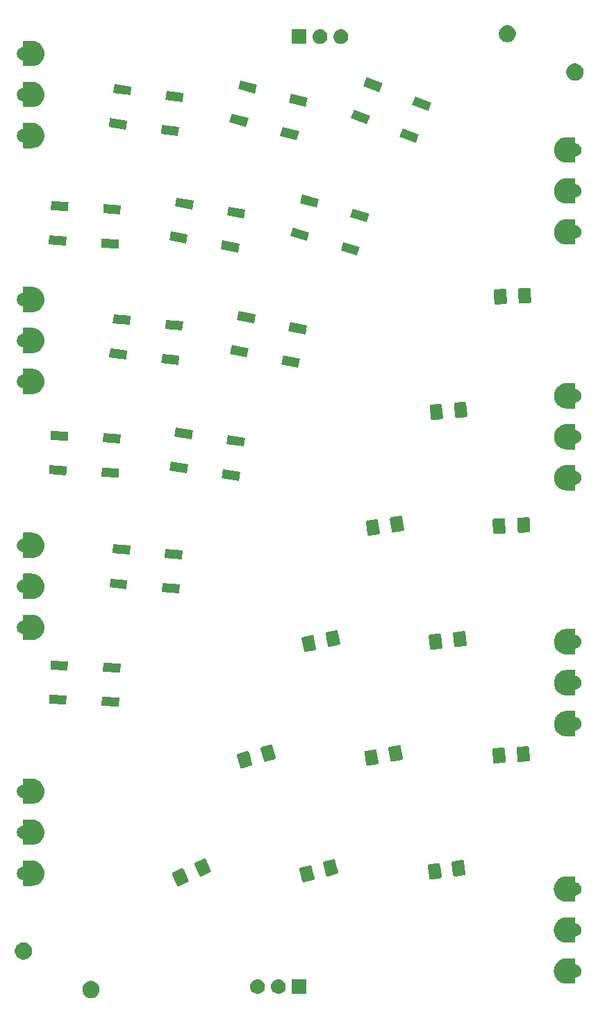
<source format=gbr>
G04 #@! TF.GenerationSoftware,KiCad,Pcbnew,5.1.4-e60b266~84~ubuntu18.04.1*
G04 #@! TF.CreationDate,2019-08-23T14:34:05+02:00*
G04 #@! TF.ProjectId,bcc1,62636331-2e6b-4696-9361-645f70636258,rev?*
G04 #@! TF.SameCoordinates,Original*
G04 #@! TF.FileFunction,Soldermask,Bot*
G04 #@! TF.FilePolarity,Negative*
%FSLAX46Y46*%
G04 Gerber Fmt 4.6, Leading zero omitted, Abs format (unit mm)*
G04 Created by KiCad (PCBNEW 5.1.4-e60b266~84~ubuntu18.04.1) date 2019-08-23 14:34:05*
%MOMM*%
%LPD*%
G04 APERTURE LIST*
%ADD10C,0.150000*%
G04 APERTURE END LIST*
D10*
G36*
X58538627Y-144340490D02*
G01*
X58650883Y-144386988D01*
X58729898Y-144419717D01*
X58849999Y-144499966D01*
X58902036Y-144534736D01*
X59048428Y-144681128D01*
X59163448Y-144853268D01*
X59242674Y-145044537D01*
X59283063Y-145247585D01*
X59283063Y-145454617D01*
X59242674Y-145657665D01*
X59168622Y-145836442D01*
X59163447Y-145848936D01*
X59048428Y-146021074D01*
X58902036Y-146167466D01*
X58729898Y-146282485D01*
X58729897Y-146282486D01*
X58729896Y-146282486D01*
X58538627Y-146361712D01*
X58335579Y-146402101D01*
X58128547Y-146402101D01*
X57925499Y-146361712D01*
X57734230Y-146282486D01*
X57734229Y-146282486D01*
X57734228Y-146282485D01*
X57562090Y-146167466D01*
X57415698Y-146021074D01*
X57300679Y-145848936D01*
X57295504Y-145836442D01*
X57221452Y-145657665D01*
X57181063Y-145454617D01*
X57181063Y-145247585D01*
X57221452Y-145044537D01*
X57300678Y-144853268D01*
X57415698Y-144681128D01*
X57562090Y-144534736D01*
X57614127Y-144499966D01*
X57734228Y-144419717D01*
X57813243Y-144386988D01*
X57925499Y-144340490D01*
X58128547Y-144300101D01*
X58335579Y-144300101D01*
X58538627Y-144340490D01*
X58538627Y-144340490D01*
G37*
G36*
X84507756Y-145901000D02*
G01*
X82705756Y-145901000D01*
X82705756Y-144099000D01*
X84507756Y-144099000D01*
X84507756Y-145901000D01*
X84507756Y-145901000D01*
G37*
G36*
X81177198Y-144105518D02*
G01*
X81243383Y-144112037D01*
X81413222Y-144163557D01*
X81569747Y-144247222D01*
X81577622Y-144253685D01*
X81706942Y-144359814D01*
X81790204Y-144461271D01*
X81819534Y-144497009D01*
X81821597Y-144500868D01*
X81900806Y-144649056D01*
X81903199Y-144653534D01*
X81954719Y-144823373D01*
X81972115Y-145000000D01*
X81954719Y-145176627D01*
X81903199Y-145346466D01*
X81819534Y-145502991D01*
X81790204Y-145538729D01*
X81706942Y-145640186D01*
X81605485Y-145723448D01*
X81569747Y-145752778D01*
X81413222Y-145836443D01*
X81243383Y-145887963D01*
X81177198Y-145894482D01*
X81111016Y-145901000D01*
X81022496Y-145901000D01*
X80956314Y-145894482D01*
X80890129Y-145887963D01*
X80720290Y-145836443D01*
X80563765Y-145752778D01*
X80528027Y-145723448D01*
X80426570Y-145640186D01*
X80343308Y-145538729D01*
X80313978Y-145502991D01*
X80230313Y-145346466D01*
X80178793Y-145176627D01*
X80161397Y-145000000D01*
X80178793Y-144823373D01*
X80230313Y-144653534D01*
X80232707Y-144649056D01*
X80311915Y-144500868D01*
X80313978Y-144497009D01*
X80343308Y-144461271D01*
X80426570Y-144359814D01*
X80555890Y-144253685D01*
X80563765Y-144247222D01*
X80720290Y-144163557D01*
X80890129Y-144112037D01*
X80956314Y-144105518D01*
X81022496Y-144099000D01*
X81111016Y-144099000D01*
X81177198Y-144105518D01*
X81177198Y-144105518D01*
G37*
G36*
X78637198Y-144105518D02*
G01*
X78703383Y-144112037D01*
X78873222Y-144163557D01*
X79029747Y-144247222D01*
X79037622Y-144253685D01*
X79166942Y-144359814D01*
X79250204Y-144461271D01*
X79279534Y-144497009D01*
X79281597Y-144500868D01*
X79360806Y-144649056D01*
X79363199Y-144653534D01*
X79414719Y-144823373D01*
X79432115Y-145000000D01*
X79414719Y-145176627D01*
X79363199Y-145346466D01*
X79279534Y-145502991D01*
X79250204Y-145538729D01*
X79166942Y-145640186D01*
X79065485Y-145723448D01*
X79029747Y-145752778D01*
X78873222Y-145836443D01*
X78703383Y-145887963D01*
X78637198Y-145894482D01*
X78571016Y-145901000D01*
X78482496Y-145901000D01*
X78416314Y-145894482D01*
X78350129Y-145887963D01*
X78180290Y-145836443D01*
X78023765Y-145752778D01*
X77988027Y-145723448D01*
X77886570Y-145640186D01*
X77803308Y-145538729D01*
X77773978Y-145502991D01*
X77690313Y-145346466D01*
X77638793Y-145176627D01*
X77621397Y-145000000D01*
X77638793Y-144823373D01*
X77690313Y-144653534D01*
X77692707Y-144649056D01*
X77771915Y-144500868D01*
X77773978Y-144497009D01*
X77803308Y-144461271D01*
X77886570Y-144359814D01*
X78015890Y-144253685D01*
X78023765Y-144247222D01*
X78180290Y-144163557D01*
X78350129Y-144112037D01*
X78416314Y-144105518D01*
X78482496Y-144099000D01*
X78571016Y-144099000D01*
X78637198Y-144105518D01*
X78637198Y-144105518D01*
G37*
G36*
X117209999Y-141549737D02*
G01*
X117219608Y-141552652D01*
X117228472Y-141557390D01*
X117236237Y-141563763D01*
X117242610Y-141571528D01*
X117247348Y-141580392D01*
X117250263Y-141590001D01*
X117251852Y-141606140D01*
X117251852Y-142181674D01*
X117254254Y-142206060D01*
X117261367Y-142229509D01*
X117272918Y-142251120D01*
X117288463Y-142270062D01*
X117307405Y-142285607D01*
X117329016Y-142297158D01*
X117352465Y-142304271D01*
X117425285Y-142318756D01*
X117446718Y-142325257D01*
X117573371Y-142377719D01*
X117593121Y-142388277D01*
X117707106Y-142464439D01*
X117724415Y-142478643D01*
X117821357Y-142575585D01*
X117835561Y-142592894D01*
X117911723Y-142706879D01*
X117922281Y-142726629D01*
X117974743Y-142853282D01*
X117981244Y-142874715D01*
X118007989Y-143009171D01*
X118010183Y-143031451D01*
X118010183Y-143168549D01*
X118007989Y-143190829D01*
X117981244Y-143325285D01*
X117974743Y-143346718D01*
X117922281Y-143473371D01*
X117911723Y-143493121D01*
X117835561Y-143607106D01*
X117821357Y-143624415D01*
X117724415Y-143721357D01*
X117707106Y-143735561D01*
X117593121Y-143811723D01*
X117573371Y-143822281D01*
X117446718Y-143874743D01*
X117425285Y-143881244D01*
X117352465Y-143895729D01*
X117329016Y-143902842D01*
X117307405Y-143914393D01*
X117288463Y-143929939D01*
X117272918Y-143948880D01*
X117261367Y-143970491D01*
X117254254Y-143993940D01*
X117251852Y-144018326D01*
X117251852Y-144593860D01*
X117250263Y-144609999D01*
X117247348Y-144619608D01*
X117242610Y-144628472D01*
X117236237Y-144636237D01*
X117228472Y-144642610D01*
X117219608Y-144647348D01*
X117209999Y-144650263D01*
X117193860Y-144651852D01*
X116206140Y-144651852D01*
X116177750Y-144649056D01*
X116177641Y-144650162D01*
X116164898Y-144648272D01*
X116129870Y-144648272D01*
X116118698Y-144647726D01*
X115976085Y-144633742D01*
X115976036Y-144634238D01*
X115975669Y-144634173D01*
X115975718Y-144633704D01*
X115968567Y-144632953D01*
X115956736Y-144631079D01*
X115894641Y-144617881D01*
X115892932Y-144617531D01*
X115830479Y-144605165D01*
X115819648Y-144602465D01*
X115682564Y-144561078D01*
X115681983Y-144560900D01*
X115675213Y-144558804D01*
X115663979Y-144554671D01*
X115605618Y-144529658D01*
X115604011Y-144528982D01*
X115545159Y-144504725D01*
X115535047Y-144499966D01*
X115408877Y-144432880D01*
X115407897Y-144432355D01*
X115401848Y-144429084D01*
X115391651Y-144422860D01*
X115339262Y-144386988D01*
X115337814Y-144386011D01*
X115284769Y-144350768D01*
X115275805Y-144344160D01*
X115164873Y-144253685D01*
X115164359Y-144253262D01*
X115158898Y-144248745D01*
X115150090Y-144240646D01*
X115105704Y-144195320D01*
X115104474Y-144194081D01*
X115059281Y-144149203D01*
X115051735Y-144140938D01*
X114960487Y-144030638D01*
X114959997Y-144030042D01*
X114955606Y-144024657D01*
X114948532Y-144014992D01*
X114913767Y-143961867D01*
X114912802Y-143960414D01*
X114877207Y-143907641D01*
X114871417Y-143898082D01*
X114803420Y-143772323D01*
X114802896Y-143771345D01*
X114799708Y-143765349D01*
X114794647Y-143754495D01*
X114770857Y-143695612D01*
X114770191Y-143693996D01*
X114745525Y-143635319D01*
X114741708Y-143624832D01*
X114699383Y-143488102D01*
X114699146Y-143487326D01*
X114697139Y-143480681D01*
X114694286Y-143469064D01*
X114682376Y-143406628D01*
X114682037Y-143404913D01*
X114669248Y-143342616D01*
X114667540Y-143331585D01*
X114652559Y-143189056D01*
X114652499Y-143188466D01*
X114651820Y-143181534D01*
X114651277Y-143169584D01*
X114651719Y-143106073D01*
X114651719Y-143104332D01*
X114651275Y-143040672D01*
X114651743Y-143029512D01*
X114664697Y-142887184D01*
X114664813Y-142885953D01*
X114665470Y-142879260D01*
X114667258Y-142867438D01*
X114680025Y-142805239D01*
X114680364Y-142803528D01*
X114692293Y-142740993D01*
X114694920Y-142730134D01*
X114733210Y-142600036D01*
X114735507Y-142594374D01*
X114735964Y-142592823D01*
X114736093Y-142592861D01*
X114736196Y-142592514D01*
X114736068Y-142592475D01*
X114736605Y-142590695D01*
X114737686Y-142585082D01*
X114741615Y-142574167D01*
X114766247Y-142515569D01*
X114766910Y-142513959D01*
X114790740Y-142454982D01*
X114795431Y-142444829D01*
X114861600Y-142318259D01*
X114862171Y-142317177D01*
X114865368Y-142311164D01*
X114871537Y-142300896D01*
X114907054Y-142248240D01*
X114908020Y-142246785D01*
X114942859Y-142193544D01*
X114949424Y-142184508D01*
X115039104Y-142072966D01*
X115039572Y-142072388D01*
X115044003Y-142066955D01*
X115052046Y-142058087D01*
X115097059Y-142013386D01*
X115098288Y-142012148D01*
X115142863Y-141966629D01*
X115151066Y-141959034D01*
X115260644Y-141867088D01*
X115261318Y-141866526D01*
X115266690Y-141862082D01*
X115276293Y-141854950D01*
X115329238Y-141819773D01*
X115330684Y-141818798D01*
X115383145Y-141782877D01*
X115392662Y-141777022D01*
X115518156Y-141708031D01*
X115518640Y-141707767D01*
X115524903Y-141704381D01*
X115535704Y-141699252D01*
X115594414Y-141675053D01*
X115596022Y-141674377D01*
X115654530Y-141649300D01*
X115664999Y-141645407D01*
X115801611Y-141602071D01*
X115802027Y-141601941D01*
X115808832Y-141599834D01*
X115820441Y-141596896D01*
X115882723Y-141584564D01*
X115884433Y-141584213D01*
X115946696Y-141570979D01*
X115957714Y-141569194D01*
X116099914Y-141553244D01*
X116100706Y-141553158D01*
X116107661Y-141552427D01*
X116119620Y-141551800D01*
X116141152Y-141551800D01*
X116154217Y-141551115D01*
X116175836Y-141548843D01*
X116186997Y-141548219D01*
X116194278Y-141548168D01*
X116194870Y-141548166D01*
X116199817Y-141548166D01*
X116200184Y-141548148D01*
X117193860Y-141548148D01*
X117209999Y-141549737D01*
X117209999Y-141549737D01*
G37*
G36*
X50306762Y-139667401D02*
G01*
X50498031Y-139746627D01*
X50498033Y-139746628D01*
X50670171Y-139861647D01*
X50816563Y-140008039D01*
X50931583Y-140180179D01*
X51010809Y-140371448D01*
X51051198Y-140574496D01*
X51051198Y-140781528D01*
X51010809Y-140984576D01*
X50931583Y-141175845D01*
X50931582Y-141175847D01*
X50816563Y-141347985D01*
X50670171Y-141494377D01*
X50498033Y-141609396D01*
X50498032Y-141609397D01*
X50498031Y-141609397D01*
X50306762Y-141688623D01*
X50103714Y-141729012D01*
X49896682Y-141729012D01*
X49693634Y-141688623D01*
X49502365Y-141609397D01*
X49502364Y-141609397D01*
X49502363Y-141609396D01*
X49330225Y-141494377D01*
X49183833Y-141347985D01*
X49068814Y-141175847D01*
X49068813Y-141175845D01*
X48989587Y-140984576D01*
X48949198Y-140781528D01*
X48949198Y-140574496D01*
X48989587Y-140371448D01*
X49068813Y-140180179D01*
X49183833Y-140008039D01*
X49330225Y-139861647D01*
X49502363Y-139746628D01*
X49502365Y-139746627D01*
X49693634Y-139667401D01*
X49896682Y-139627012D01*
X50103714Y-139627012D01*
X50306762Y-139667401D01*
X50306762Y-139667401D01*
G37*
G36*
X117209999Y-136549737D02*
G01*
X117219608Y-136552652D01*
X117228472Y-136557390D01*
X117236237Y-136563763D01*
X117242610Y-136571528D01*
X117247348Y-136580392D01*
X117250263Y-136590001D01*
X117251852Y-136606140D01*
X117251852Y-137181674D01*
X117254254Y-137206060D01*
X117261367Y-137229509D01*
X117272918Y-137251120D01*
X117288463Y-137270062D01*
X117307405Y-137285607D01*
X117329016Y-137297158D01*
X117352465Y-137304271D01*
X117425285Y-137318756D01*
X117446718Y-137325257D01*
X117573371Y-137377719D01*
X117593121Y-137388277D01*
X117707106Y-137464439D01*
X117724415Y-137478643D01*
X117821357Y-137575585D01*
X117835561Y-137592894D01*
X117911723Y-137706879D01*
X117922281Y-137726629D01*
X117974743Y-137853282D01*
X117981244Y-137874715D01*
X118007989Y-138009171D01*
X118010183Y-138031451D01*
X118010183Y-138168549D01*
X118007989Y-138190829D01*
X117981244Y-138325285D01*
X117974743Y-138346718D01*
X117922281Y-138473371D01*
X117911723Y-138493121D01*
X117835561Y-138607106D01*
X117821357Y-138624415D01*
X117724415Y-138721357D01*
X117707106Y-138735561D01*
X117593121Y-138811723D01*
X117573371Y-138822281D01*
X117446718Y-138874743D01*
X117425285Y-138881244D01*
X117352465Y-138895729D01*
X117329016Y-138902842D01*
X117307405Y-138914393D01*
X117288463Y-138929939D01*
X117272918Y-138948880D01*
X117261367Y-138970491D01*
X117254254Y-138993940D01*
X117251852Y-139018326D01*
X117251852Y-139593860D01*
X117250263Y-139609999D01*
X117247348Y-139619608D01*
X117242610Y-139628472D01*
X117236237Y-139636237D01*
X117228472Y-139642610D01*
X117219608Y-139647348D01*
X117209999Y-139650263D01*
X117193860Y-139651852D01*
X116206140Y-139651852D01*
X116177750Y-139649056D01*
X116177641Y-139650162D01*
X116164898Y-139648272D01*
X116129870Y-139648272D01*
X116118698Y-139647726D01*
X115976085Y-139633742D01*
X115976036Y-139634238D01*
X115975669Y-139634173D01*
X115975718Y-139633704D01*
X115968567Y-139632953D01*
X115956736Y-139631079D01*
X115894641Y-139617881D01*
X115892932Y-139617531D01*
X115830479Y-139605165D01*
X115819648Y-139602465D01*
X115682564Y-139561078D01*
X115681983Y-139560900D01*
X115675213Y-139558804D01*
X115663979Y-139554671D01*
X115605618Y-139529658D01*
X115604011Y-139528982D01*
X115545159Y-139504725D01*
X115535047Y-139499966D01*
X115408877Y-139432880D01*
X115407897Y-139432355D01*
X115401848Y-139429084D01*
X115391651Y-139422860D01*
X115339262Y-139386988D01*
X115337814Y-139386011D01*
X115284769Y-139350768D01*
X115275805Y-139344160D01*
X115164873Y-139253685D01*
X115164359Y-139253262D01*
X115158898Y-139248745D01*
X115150090Y-139240646D01*
X115105704Y-139195320D01*
X115104474Y-139194081D01*
X115059281Y-139149203D01*
X115051735Y-139140938D01*
X114960487Y-139030638D01*
X114959997Y-139030042D01*
X114955606Y-139024657D01*
X114948532Y-139014992D01*
X114913767Y-138961867D01*
X114912802Y-138960414D01*
X114877207Y-138907641D01*
X114871417Y-138898082D01*
X114803420Y-138772323D01*
X114802896Y-138771345D01*
X114799708Y-138765349D01*
X114794647Y-138754495D01*
X114770857Y-138695612D01*
X114770191Y-138693996D01*
X114745525Y-138635319D01*
X114741708Y-138624832D01*
X114699383Y-138488102D01*
X114699146Y-138487326D01*
X114697139Y-138480681D01*
X114694286Y-138469064D01*
X114682376Y-138406628D01*
X114682037Y-138404913D01*
X114669248Y-138342616D01*
X114667540Y-138331585D01*
X114652559Y-138189056D01*
X114652499Y-138188466D01*
X114651820Y-138181534D01*
X114651277Y-138169584D01*
X114651719Y-138106073D01*
X114651719Y-138104332D01*
X114651275Y-138040672D01*
X114651743Y-138029512D01*
X114664697Y-137887184D01*
X114664813Y-137885953D01*
X114665470Y-137879260D01*
X114667258Y-137867438D01*
X114680025Y-137805239D01*
X114680364Y-137803528D01*
X114692293Y-137740993D01*
X114694920Y-137730134D01*
X114733210Y-137600036D01*
X114735507Y-137594374D01*
X114735964Y-137592823D01*
X114736093Y-137592861D01*
X114736196Y-137592514D01*
X114736068Y-137592475D01*
X114736605Y-137590695D01*
X114737686Y-137585082D01*
X114741615Y-137574167D01*
X114766247Y-137515569D01*
X114766910Y-137513959D01*
X114790740Y-137454982D01*
X114795431Y-137444829D01*
X114861600Y-137318259D01*
X114862171Y-137317177D01*
X114865368Y-137311164D01*
X114871537Y-137300896D01*
X114907054Y-137248240D01*
X114908020Y-137246785D01*
X114942859Y-137193544D01*
X114949424Y-137184508D01*
X115039104Y-137072966D01*
X115039572Y-137072388D01*
X115044003Y-137066955D01*
X115052046Y-137058087D01*
X115097059Y-137013386D01*
X115098288Y-137012148D01*
X115142863Y-136966629D01*
X115151066Y-136959034D01*
X115260644Y-136867088D01*
X115261318Y-136866526D01*
X115266690Y-136862082D01*
X115276293Y-136854950D01*
X115329238Y-136819773D01*
X115330684Y-136818798D01*
X115383145Y-136782877D01*
X115392662Y-136777022D01*
X115518156Y-136708031D01*
X115518640Y-136707767D01*
X115524903Y-136704381D01*
X115535704Y-136699252D01*
X115594414Y-136675053D01*
X115596022Y-136674377D01*
X115654530Y-136649300D01*
X115664999Y-136645407D01*
X115801611Y-136602071D01*
X115802027Y-136601941D01*
X115808832Y-136599834D01*
X115820441Y-136596896D01*
X115882723Y-136584564D01*
X115884433Y-136584213D01*
X115946696Y-136570979D01*
X115957714Y-136569194D01*
X116099914Y-136553244D01*
X116100706Y-136553158D01*
X116107661Y-136552427D01*
X116119620Y-136551800D01*
X116141152Y-136551800D01*
X116154217Y-136551115D01*
X116175836Y-136548843D01*
X116186997Y-136548219D01*
X116194278Y-136548168D01*
X116194870Y-136548166D01*
X116199817Y-136548166D01*
X116200184Y-136548148D01*
X117193860Y-136548148D01*
X117209999Y-136549737D01*
X117209999Y-136549737D01*
G37*
G36*
X117209999Y-131549737D02*
G01*
X117219608Y-131552652D01*
X117228472Y-131557390D01*
X117236237Y-131563763D01*
X117242610Y-131571528D01*
X117247348Y-131580392D01*
X117250263Y-131590001D01*
X117251852Y-131606140D01*
X117251852Y-132181674D01*
X117254254Y-132206060D01*
X117261367Y-132229509D01*
X117272918Y-132251120D01*
X117288463Y-132270062D01*
X117307405Y-132285607D01*
X117329016Y-132297158D01*
X117352465Y-132304271D01*
X117425285Y-132318756D01*
X117446718Y-132325257D01*
X117573371Y-132377719D01*
X117593121Y-132388277D01*
X117707106Y-132464439D01*
X117724415Y-132478643D01*
X117821357Y-132575585D01*
X117835561Y-132592894D01*
X117911723Y-132706879D01*
X117922281Y-132726629D01*
X117974743Y-132853282D01*
X117981244Y-132874715D01*
X118007989Y-133009171D01*
X118010183Y-133031451D01*
X118010183Y-133168549D01*
X118007989Y-133190829D01*
X117981244Y-133325285D01*
X117974743Y-133346718D01*
X117922281Y-133473371D01*
X117911723Y-133493121D01*
X117835561Y-133607106D01*
X117821357Y-133624415D01*
X117724415Y-133721357D01*
X117707106Y-133735561D01*
X117593121Y-133811723D01*
X117573371Y-133822281D01*
X117446718Y-133874743D01*
X117425285Y-133881244D01*
X117352465Y-133895729D01*
X117329016Y-133902842D01*
X117307405Y-133914393D01*
X117288463Y-133929939D01*
X117272918Y-133948880D01*
X117261367Y-133970491D01*
X117254254Y-133993940D01*
X117251852Y-134018326D01*
X117251852Y-134593860D01*
X117250263Y-134609999D01*
X117247348Y-134619608D01*
X117242610Y-134628472D01*
X117236237Y-134636237D01*
X117228472Y-134642610D01*
X117219608Y-134647348D01*
X117209999Y-134650263D01*
X117193860Y-134651852D01*
X116206140Y-134651852D01*
X116177750Y-134649056D01*
X116177641Y-134650162D01*
X116164898Y-134648272D01*
X116129870Y-134648272D01*
X116118698Y-134647726D01*
X115976085Y-134633742D01*
X115976036Y-134634238D01*
X115975669Y-134634173D01*
X115975718Y-134633704D01*
X115968567Y-134632953D01*
X115956736Y-134631079D01*
X115894641Y-134617881D01*
X115892932Y-134617531D01*
X115830479Y-134605165D01*
X115819648Y-134602465D01*
X115682564Y-134561078D01*
X115681983Y-134560900D01*
X115675213Y-134558804D01*
X115663979Y-134554671D01*
X115605618Y-134529658D01*
X115604011Y-134528982D01*
X115545159Y-134504725D01*
X115535047Y-134499966D01*
X115408877Y-134432880D01*
X115407897Y-134432355D01*
X115401848Y-134429084D01*
X115391651Y-134422860D01*
X115339262Y-134386988D01*
X115337814Y-134386011D01*
X115284769Y-134350768D01*
X115275805Y-134344160D01*
X115164873Y-134253685D01*
X115164359Y-134253262D01*
X115158898Y-134248745D01*
X115150090Y-134240646D01*
X115105704Y-134195320D01*
X115104474Y-134194081D01*
X115059281Y-134149203D01*
X115051735Y-134140938D01*
X114960487Y-134030638D01*
X114959997Y-134030042D01*
X114955606Y-134024657D01*
X114948532Y-134014992D01*
X114913767Y-133961867D01*
X114912802Y-133960414D01*
X114877207Y-133907641D01*
X114871417Y-133898082D01*
X114803420Y-133772323D01*
X114802896Y-133771345D01*
X114799708Y-133765349D01*
X114794647Y-133754495D01*
X114770857Y-133695612D01*
X114770191Y-133693996D01*
X114745525Y-133635319D01*
X114741708Y-133624832D01*
X114699383Y-133488102D01*
X114699146Y-133487326D01*
X114697139Y-133480681D01*
X114694286Y-133469064D01*
X114682376Y-133406628D01*
X114682037Y-133404913D01*
X114669248Y-133342616D01*
X114667540Y-133331585D01*
X114652559Y-133189056D01*
X114652499Y-133188466D01*
X114651820Y-133181534D01*
X114651277Y-133169584D01*
X114651719Y-133106073D01*
X114651719Y-133104332D01*
X114651275Y-133040672D01*
X114651743Y-133029512D01*
X114664697Y-132887184D01*
X114664813Y-132885953D01*
X114665470Y-132879260D01*
X114667258Y-132867438D01*
X114680025Y-132805239D01*
X114680364Y-132803528D01*
X114692293Y-132740993D01*
X114694920Y-132730134D01*
X114733210Y-132600036D01*
X114735507Y-132594374D01*
X114735964Y-132592823D01*
X114736093Y-132592861D01*
X114736196Y-132592514D01*
X114736068Y-132592475D01*
X114736605Y-132590695D01*
X114737686Y-132585082D01*
X114741615Y-132574167D01*
X114766247Y-132515569D01*
X114766910Y-132513959D01*
X114790740Y-132454982D01*
X114795431Y-132444829D01*
X114861600Y-132318259D01*
X114862171Y-132317177D01*
X114865368Y-132311164D01*
X114871537Y-132300896D01*
X114907054Y-132248240D01*
X114908020Y-132246785D01*
X114942859Y-132193544D01*
X114949424Y-132184508D01*
X115039104Y-132072966D01*
X115039572Y-132072388D01*
X115044003Y-132066955D01*
X115052046Y-132058087D01*
X115097059Y-132013386D01*
X115098288Y-132012148D01*
X115142863Y-131966629D01*
X115151066Y-131959034D01*
X115260644Y-131867088D01*
X115261318Y-131866526D01*
X115266690Y-131862082D01*
X115276293Y-131854950D01*
X115329238Y-131819773D01*
X115330684Y-131818798D01*
X115383145Y-131782877D01*
X115392662Y-131777022D01*
X115518156Y-131708031D01*
X115518640Y-131707767D01*
X115524903Y-131704381D01*
X115535704Y-131699252D01*
X115594414Y-131675053D01*
X115596022Y-131674377D01*
X115654530Y-131649300D01*
X115664999Y-131645407D01*
X115801611Y-131602071D01*
X115802027Y-131601941D01*
X115808832Y-131599834D01*
X115820441Y-131596896D01*
X115882723Y-131584564D01*
X115884433Y-131584213D01*
X115946696Y-131570979D01*
X115957714Y-131569194D01*
X116099914Y-131553244D01*
X116100706Y-131553158D01*
X116107661Y-131552427D01*
X116119620Y-131551800D01*
X116141152Y-131551800D01*
X116154217Y-131551115D01*
X116175836Y-131548843D01*
X116186997Y-131548219D01*
X116194278Y-131548168D01*
X116194870Y-131548166D01*
X116199817Y-131548166D01*
X116200184Y-131548148D01*
X117193860Y-131548148D01*
X117209999Y-131549737D01*
X117209999Y-131549737D01*
G37*
G36*
X69376783Y-130579536D02*
G01*
X69411921Y-130589396D01*
X69444453Y-130605919D01*
X69473145Y-130628477D01*
X69496876Y-130656189D01*
X69517773Y-130693389D01*
X69547918Y-130762060D01*
X69547918Y-130762061D01*
X70073060Y-131958366D01*
X70107113Y-132035942D01*
X70120349Y-132076497D01*
X70124686Y-132112729D01*
X70121870Y-132149112D01*
X70112010Y-132184248D01*
X70095486Y-132216784D01*
X70072932Y-132245470D01*
X70045215Y-132269206D01*
X70008019Y-132290101D01*
X68963058Y-132748806D01*
X68922498Y-132762043D01*
X68886266Y-132766380D01*
X68849885Y-132763564D01*
X68814747Y-132753704D01*
X68782215Y-132737181D01*
X68753523Y-132714623D01*
X68729792Y-132686911D01*
X68708895Y-132649711D01*
X68650011Y-132515569D01*
X68149702Y-131375835D01*
X68149702Y-131375834D01*
X68119555Y-131307158D01*
X68106319Y-131266603D01*
X68101982Y-131230371D01*
X68104798Y-131193988D01*
X68114658Y-131158852D01*
X68131182Y-131126316D01*
X68153736Y-131097630D01*
X68181453Y-131073894D01*
X68218649Y-131052999D01*
X69263610Y-130594294D01*
X69304170Y-130581057D01*
X69340402Y-130576720D01*
X69376783Y-130579536D01*
X69376783Y-130579536D01*
G37*
G36*
X51019767Y-129629859D02*
G01*
X51019876Y-129628753D01*
X51032619Y-129630643D01*
X51067647Y-129630643D01*
X51078819Y-129631189D01*
X51221432Y-129645173D01*
X51221481Y-129644677D01*
X51221848Y-129644742D01*
X51221799Y-129645211D01*
X51228950Y-129645962D01*
X51240781Y-129647836D01*
X51302876Y-129661034D01*
X51304585Y-129661384D01*
X51367038Y-129673750D01*
X51377869Y-129676450D01*
X51514953Y-129717837D01*
X51515534Y-129718015D01*
X51522304Y-129720111D01*
X51533538Y-129724244D01*
X51591899Y-129749257D01*
X51593506Y-129749933D01*
X51652358Y-129774190D01*
X51662470Y-129778949D01*
X51788618Y-129846023D01*
X51789620Y-129846560D01*
X51795669Y-129849831D01*
X51805866Y-129856055D01*
X51858255Y-129891927D01*
X51859703Y-129892904D01*
X51912748Y-129928147D01*
X51921712Y-129934755D01*
X52032644Y-130025230D01*
X52033158Y-130025653D01*
X52038619Y-130030170D01*
X52047427Y-130038269D01*
X52091813Y-130083595D01*
X52093043Y-130084834D01*
X52138236Y-130129712D01*
X52145782Y-130137977D01*
X52237030Y-130248277D01*
X52237520Y-130248873D01*
X52241911Y-130254258D01*
X52248985Y-130263923D01*
X52283750Y-130317048D01*
X52284715Y-130318501D01*
X52320310Y-130371274D01*
X52326100Y-130380833D01*
X52394097Y-130506592D01*
X52394621Y-130507570D01*
X52397809Y-130513566D01*
X52402870Y-130524420D01*
X52426660Y-130583303D01*
X52427326Y-130584919D01*
X52451992Y-130643596D01*
X52455809Y-130654083D01*
X52498134Y-130790813D01*
X52498371Y-130791589D01*
X52500378Y-130798234D01*
X52503231Y-130809851D01*
X52515141Y-130872287D01*
X52515480Y-130874002D01*
X52528269Y-130936299D01*
X52529977Y-130947330D01*
X52544958Y-131089859D01*
X52545018Y-131090449D01*
X52545697Y-131097381D01*
X52546240Y-131109331D01*
X52545798Y-131172841D01*
X52545798Y-131174582D01*
X52546242Y-131238243D01*
X52545774Y-131249403D01*
X52532820Y-131391731D01*
X52532711Y-131392888D01*
X52532047Y-131399655D01*
X52530259Y-131411477D01*
X52517492Y-131473676D01*
X52517153Y-131475387D01*
X52505224Y-131537922D01*
X52502597Y-131548781D01*
X52464307Y-131678879D01*
X52462010Y-131684541D01*
X52461553Y-131686092D01*
X52461424Y-131686054D01*
X52461321Y-131686401D01*
X52461449Y-131686440D01*
X52460912Y-131688220D01*
X52459831Y-131693833D01*
X52455902Y-131704748D01*
X52431270Y-131763346D01*
X52430607Y-131764956D01*
X52406777Y-131823933D01*
X52402086Y-131834086D01*
X52335917Y-131960656D01*
X52335368Y-131961697D01*
X52332149Y-131967751D01*
X52325980Y-131978019D01*
X52290463Y-132030675D01*
X52289497Y-132032130D01*
X52254658Y-132085371D01*
X52248093Y-132094407D01*
X52158413Y-132205949D01*
X52157945Y-132206527D01*
X52153514Y-132211960D01*
X52145471Y-132220828D01*
X52100458Y-132265529D01*
X52099229Y-132266767D01*
X52054654Y-132312286D01*
X52046451Y-132319881D01*
X51936873Y-132411827D01*
X51936199Y-132412389D01*
X51930827Y-132416833D01*
X51921224Y-132423965D01*
X51868279Y-132459142D01*
X51866833Y-132460117D01*
X51814372Y-132496038D01*
X51804855Y-132501893D01*
X51679361Y-132570884D01*
X51678877Y-132571148D01*
X51672614Y-132574534D01*
X51661813Y-132579663D01*
X51603103Y-132603862D01*
X51601495Y-132604538D01*
X51542987Y-132629615D01*
X51532518Y-132633508D01*
X51395935Y-132676835D01*
X51395490Y-132676974D01*
X51388685Y-132679081D01*
X51377076Y-132682019D01*
X51314794Y-132694351D01*
X51313084Y-132694702D01*
X51250821Y-132707936D01*
X51239803Y-132709721D01*
X51097603Y-132725671D01*
X51096811Y-132725757D01*
X51089856Y-132726488D01*
X51077897Y-132727115D01*
X51056365Y-132727115D01*
X51043300Y-132727800D01*
X51021681Y-132730072D01*
X51010520Y-132730696D01*
X51003239Y-132730747D01*
X51002647Y-132730749D01*
X50997700Y-132730749D01*
X50997333Y-132730767D01*
X50003657Y-132730767D01*
X49987518Y-132729178D01*
X49977909Y-132726263D01*
X49969045Y-132721525D01*
X49961280Y-132715152D01*
X49954907Y-132707387D01*
X49950169Y-132698523D01*
X49947254Y-132688914D01*
X49945665Y-132672775D01*
X49945665Y-132097241D01*
X49943263Y-132072855D01*
X49936150Y-132049406D01*
X49924599Y-132027795D01*
X49909054Y-132008853D01*
X49890112Y-131993308D01*
X49868501Y-131981757D01*
X49845052Y-131974644D01*
X49772232Y-131960159D01*
X49750799Y-131953658D01*
X49624146Y-131901196D01*
X49604396Y-131890638D01*
X49490411Y-131814476D01*
X49473102Y-131800272D01*
X49376160Y-131703330D01*
X49361956Y-131686021D01*
X49285794Y-131572036D01*
X49275236Y-131552286D01*
X49222774Y-131425633D01*
X49216273Y-131404200D01*
X49189528Y-131269744D01*
X49187334Y-131247464D01*
X49187334Y-131110366D01*
X49189528Y-131088086D01*
X49216273Y-130953630D01*
X49222774Y-130932197D01*
X49275236Y-130805544D01*
X49285794Y-130785794D01*
X49361956Y-130671809D01*
X49376160Y-130654500D01*
X49473102Y-130557558D01*
X49490411Y-130543354D01*
X49604396Y-130467192D01*
X49624146Y-130456634D01*
X49750799Y-130404172D01*
X49772232Y-130397671D01*
X49845052Y-130383186D01*
X49868501Y-130376073D01*
X49890112Y-130364522D01*
X49909054Y-130348976D01*
X49924599Y-130330035D01*
X49936150Y-130308424D01*
X49943263Y-130284975D01*
X49945665Y-130260589D01*
X49945665Y-129685055D01*
X49947254Y-129668916D01*
X49950169Y-129659307D01*
X49954907Y-129650443D01*
X49961280Y-129642678D01*
X49969045Y-129636305D01*
X49977909Y-129631567D01*
X49987518Y-129628652D01*
X50003657Y-129627063D01*
X50991377Y-129627063D01*
X51019767Y-129629859D01*
X51019767Y-129629859D01*
G37*
G36*
X84955961Y-130212145D02*
G01*
X84991443Y-130220680D01*
X85024576Y-130235972D01*
X85054090Y-130257435D01*
X85078850Y-130284243D01*
X85097899Y-130315360D01*
X85112651Y-130355399D01*
X85266939Y-130947720D01*
X85463287Y-131701508D01*
X85482236Y-131774257D01*
X85488892Y-131816404D01*
X85487444Y-131852862D01*
X85478909Y-131888343D01*
X85463618Y-131921474D01*
X85442154Y-131950989D01*
X85415346Y-131975749D01*
X85384229Y-131994798D01*
X85344190Y-132009550D01*
X84239838Y-132297213D01*
X84197692Y-132303869D01*
X84161235Y-132302421D01*
X84125753Y-132293886D01*
X84092620Y-132278594D01*
X84063106Y-132257131D01*
X84038346Y-132230323D01*
X84019297Y-132199206D01*
X84004545Y-132159167D01*
X83782613Y-131307158D01*
X83653864Y-130812884D01*
X83653863Y-130812880D01*
X83634960Y-130740309D01*
X83628304Y-130698162D01*
X83629752Y-130661704D01*
X83638287Y-130626223D01*
X83653578Y-130593092D01*
X83675042Y-130563577D01*
X83701850Y-130538817D01*
X83732967Y-130519768D01*
X83773006Y-130505016D01*
X84877358Y-130217353D01*
X84919504Y-130210697D01*
X84955961Y-130212145D01*
X84955961Y-130212145D01*
G37*
G36*
X100629022Y-129960766D02*
G01*
X100663154Y-129973680D01*
X100694107Y-129993004D01*
X100720702Y-130018000D01*
X100741902Y-130047693D01*
X100756907Y-130080964D01*
X100766519Y-130122520D01*
X100776178Y-130196893D01*
X100776180Y-130196900D01*
X100945702Y-131502147D01*
X100945702Y-131502153D01*
X100955361Y-131576522D01*
X100956683Y-131619164D01*
X100950676Y-131655157D01*
X100937762Y-131689289D01*
X100918439Y-131720242D01*
X100893445Y-131746833D01*
X100863743Y-131768040D01*
X100830481Y-131783041D01*
X100788922Y-131792654D01*
X100714549Y-131802313D01*
X100714542Y-131802315D01*
X99731588Y-131929978D01*
X99731581Y-131929978D01*
X99657212Y-131939637D01*
X99614571Y-131940959D01*
X99578578Y-131934952D01*
X99544446Y-131922038D01*
X99513493Y-131902714D01*
X99486898Y-131877718D01*
X99465698Y-131848025D01*
X99450693Y-131814754D01*
X99441081Y-131773198D01*
X99431422Y-131698825D01*
X99431420Y-131698818D01*
X99261898Y-130393571D01*
X99261898Y-130393565D01*
X99252239Y-130319196D01*
X99250917Y-130276554D01*
X99256924Y-130240561D01*
X99269838Y-130206429D01*
X99289161Y-130175476D01*
X99314155Y-130148885D01*
X99343857Y-130127678D01*
X99377119Y-130112677D01*
X99418678Y-130103064D01*
X99493051Y-130093405D01*
X99493058Y-130093403D01*
X100476012Y-129965740D01*
X100476019Y-129965740D01*
X100550388Y-129956081D01*
X100593029Y-129954759D01*
X100629022Y-129960766D01*
X100629022Y-129960766D01*
G37*
G36*
X72100879Y-129383742D02*
G01*
X72136017Y-129393602D01*
X72168549Y-129410125D01*
X72197241Y-129432683D01*
X72220972Y-129460395D01*
X72241869Y-129497595D01*
X72272014Y-129566266D01*
X72272014Y-129566267D01*
X72768882Y-130698162D01*
X72831209Y-130840148D01*
X72844445Y-130880703D01*
X72848782Y-130916935D01*
X72845966Y-130953318D01*
X72836106Y-130988454D01*
X72819582Y-131020990D01*
X72797028Y-131049676D01*
X72769311Y-131073412D01*
X72732115Y-131094307D01*
X71687154Y-131553012D01*
X71646594Y-131566249D01*
X71610362Y-131570586D01*
X71573981Y-131567770D01*
X71538843Y-131557910D01*
X71506311Y-131541387D01*
X71477619Y-131518829D01*
X71453888Y-131491117D01*
X71432991Y-131453917D01*
X71345060Y-131253604D01*
X70873798Y-130180041D01*
X70873798Y-130180040D01*
X70843651Y-130111364D01*
X70830415Y-130070809D01*
X70826078Y-130034577D01*
X70828894Y-129998194D01*
X70838754Y-129963058D01*
X70855278Y-129930522D01*
X70877832Y-129901836D01*
X70905549Y-129878100D01*
X70942745Y-129857205D01*
X71987706Y-129398500D01*
X72028266Y-129385263D01*
X72064498Y-129380926D01*
X72100879Y-129383742D01*
X72100879Y-129383742D01*
G37*
G36*
X103579244Y-129577600D02*
G01*
X103613376Y-129590514D01*
X103644329Y-129609838D01*
X103670924Y-129634834D01*
X103692124Y-129664527D01*
X103707129Y-129697798D01*
X103716741Y-129739354D01*
X103726400Y-129813727D01*
X103726402Y-129813734D01*
X103895924Y-131118981D01*
X103895924Y-131118987D01*
X103905583Y-131193356D01*
X103906905Y-131235998D01*
X103900898Y-131271991D01*
X103887984Y-131306123D01*
X103868661Y-131337076D01*
X103843667Y-131363667D01*
X103813965Y-131384874D01*
X103780703Y-131399875D01*
X103739144Y-131409488D01*
X103664771Y-131419147D01*
X103664764Y-131419149D01*
X102681810Y-131546812D01*
X102681803Y-131546812D01*
X102607434Y-131556471D01*
X102564793Y-131557793D01*
X102528800Y-131551786D01*
X102494668Y-131538872D01*
X102463715Y-131519548D01*
X102437120Y-131494552D01*
X102415920Y-131464859D01*
X102400915Y-131431588D01*
X102391303Y-131390032D01*
X102381644Y-131315659D01*
X102381642Y-131315652D01*
X102212120Y-130010405D01*
X102212120Y-130010399D01*
X102202461Y-129936030D01*
X102201139Y-129893388D01*
X102207146Y-129857395D01*
X102220060Y-129823263D01*
X102239383Y-129792310D01*
X102264377Y-129765719D01*
X102294079Y-129744512D01*
X102327341Y-129729511D01*
X102368900Y-129719898D01*
X102443273Y-129710239D01*
X102443280Y-129710237D01*
X103426234Y-129582574D01*
X103426241Y-129582574D01*
X103500610Y-129572915D01*
X103543251Y-129571593D01*
X103579244Y-129577600D01*
X103579244Y-129577600D01*
G37*
G36*
X87834895Y-129462239D02*
G01*
X87870377Y-129470774D01*
X87903510Y-129486066D01*
X87933024Y-129507529D01*
X87957784Y-129534337D01*
X87976833Y-129565454D01*
X87991585Y-129605493D01*
X88145635Y-130196900D01*
X88340332Y-130944350D01*
X88361170Y-131024351D01*
X88367826Y-131066498D01*
X88366378Y-131102956D01*
X88357843Y-131138437D01*
X88342552Y-131171568D01*
X88321088Y-131201083D01*
X88294280Y-131225843D01*
X88263163Y-131244892D01*
X88223124Y-131259644D01*
X87118772Y-131547307D01*
X87076626Y-131553963D01*
X87040169Y-131552515D01*
X87004687Y-131543980D01*
X86971554Y-131528688D01*
X86942040Y-131507225D01*
X86917280Y-131480417D01*
X86898231Y-131449300D01*
X86883479Y-131409261D01*
X86648606Y-130507570D01*
X86532798Y-130062978D01*
X86532797Y-130062974D01*
X86513894Y-129990403D01*
X86507238Y-129948256D01*
X86508686Y-129911798D01*
X86517221Y-129876317D01*
X86532512Y-129843186D01*
X86553976Y-129813671D01*
X86580784Y-129788911D01*
X86611901Y-129769862D01*
X86651940Y-129755110D01*
X87756292Y-129467447D01*
X87798438Y-129460791D01*
X87834895Y-129462239D01*
X87834895Y-129462239D01*
G37*
G36*
X51019767Y-124629859D02*
G01*
X51019876Y-124628753D01*
X51032619Y-124630643D01*
X51067647Y-124630643D01*
X51078819Y-124631189D01*
X51221432Y-124645173D01*
X51221481Y-124644677D01*
X51221848Y-124644742D01*
X51221799Y-124645211D01*
X51228950Y-124645962D01*
X51240781Y-124647836D01*
X51302876Y-124661034D01*
X51304585Y-124661384D01*
X51367038Y-124673750D01*
X51377869Y-124676450D01*
X51514953Y-124717837D01*
X51515534Y-124718015D01*
X51522304Y-124720111D01*
X51533538Y-124724244D01*
X51591899Y-124749257D01*
X51593506Y-124749933D01*
X51652358Y-124774190D01*
X51662470Y-124778949D01*
X51788618Y-124846023D01*
X51789620Y-124846560D01*
X51795669Y-124849831D01*
X51805866Y-124856055D01*
X51858255Y-124891927D01*
X51859703Y-124892904D01*
X51912748Y-124928147D01*
X51921712Y-124934755D01*
X52032644Y-125025230D01*
X52033158Y-125025653D01*
X52038619Y-125030170D01*
X52047427Y-125038269D01*
X52091813Y-125083595D01*
X52093043Y-125084834D01*
X52138236Y-125129712D01*
X52145782Y-125137977D01*
X52237030Y-125248277D01*
X52237520Y-125248873D01*
X52241911Y-125254258D01*
X52248985Y-125263923D01*
X52283750Y-125317048D01*
X52284715Y-125318501D01*
X52320310Y-125371274D01*
X52326100Y-125380833D01*
X52394097Y-125506592D01*
X52394621Y-125507570D01*
X52397809Y-125513566D01*
X52402870Y-125524420D01*
X52426660Y-125583303D01*
X52427326Y-125584919D01*
X52451992Y-125643596D01*
X52455809Y-125654083D01*
X52498134Y-125790813D01*
X52498371Y-125791589D01*
X52500378Y-125798234D01*
X52503231Y-125809851D01*
X52515141Y-125872287D01*
X52515480Y-125874002D01*
X52528269Y-125936299D01*
X52529977Y-125947330D01*
X52544958Y-126089859D01*
X52545018Y-126090449D01*
X52545697Y-126097381D01*
X52546240Y-126109331D01*
X52545798Y-126172841D01*
X52545798Y-126174582D01*
X52546242Y-126238243D01*
X52545774Y-126249403D01*
X52532820Y-126391731D01*
X52532711Y-126392888D01*
X52532047Y-126399655D01*
X52530259Y-126411477D01*
X52517492Y-126473676D01*
X52517153Y-126475387D01*
X52505224Y-126537922D01*
X52502597Y-126548781D01*
X52464307Y-126678879D01*
X52462010Y-126684541D01*
X52461553Y-126686092D01*
X52461424Y-126686054D01*
X52461321Y-126686401D01*
X52461449Y-126686440D01*
X52460912Y-126688220D01*
X52459831Y-126693833D01*
X52455902Y-126704748D01*
X52431270Y-126763346D01*
X52430607Y-126764956D01*
X52406777Y-126823933D01*
X52402086Y-126834086D01*
X52335917Y-126960656D01*
X52335368Y-126961697D01*
X52332149Y-126967751D01*
X52325980Y-126978019D01*
X52290463Y-127030675D01*
X52289497Y-127032130D01*
X52254658Y-127085371D01*
X52248093Y-127094407D01*
X52158413Y-127205949D01*
X52157945Y-127206527D01*
X52153514Y-127211960D01*
X52145471Y-127220828D01*
X52100458Y-127265529D01*
X52099229Y-127266767D01*
X52054654Y-127312286D01*
X52046451Y-127319881D01*
X51936873Y-127411827D01*
X51936199Y-127412389D01*
X51930827Y-127416833D01*
X51921224Y-127423965D01*
X51868279Y-127459142D01*
X51866833Y-127460117D01*
X51814372Y-127496038D01*
X51804855Y-127501893D01*
X51679361Y-127570884D01*
X51678877Y-127571148D01*
X51672614Y-127574534D01*
X51661813Y-127579663D01*
X51603103Y-127603862D01*
X51601495Y-127604538D01*
X51542987Y-127629615D01*
X51532518Y-127633508D01*
X51395935Y-127676835D01*
X51395490Y-127676974D01*
X51388685Y-127679081D01*
X51377076Y-127682019D01*
X51314794Y-127694351D01*
X51313084Y-127694702D01*
X51250821Y-127707936D01*
X51239803Y-127709721D01*
X51097603Y-127725671D01*
X51096811Y-127725757D01*
X51089856Y-127726488D01*
X51077897Y-127727115D01*
X51056365Y-127727115D01*
X51043300Y-127727800D01*
X51021681Y-127730072D01*
X51010520Y-127730696D01*
X51003239Y-127730747D01*
X51002647Y-127730749D01*
X50997700Y-127730749D01*
X50997333Y-127730767D01*
X50003657Y-127730767D01*
X49987518Y-127729178D01*
X49977909Y-127726263D01*
X49969045Y-127721525D01*
X49961280Y-127715152D01*
X49954907Y-127707387D01*
X49950169Y-127698523D01*
X49947254Y-127688914D01*
X49945665Y-127672775D01*
X49945665Y-127097241D01*
X49943263Y-127072855D01*
X49936150Y-127049406D01*
X49924599Y-127027795D01*
X49909054Y-127008853D01*
X49890112Y-126993308D01*
X49868501Y-126981757D01*
X49845052Y-126974644D01*
X49772232Y-126960159D01*
X49750799Y-126953658D01*
X49624146Y-126901196D01*
X49604396Y-126890638D01*
X49490411Y-126814476D01*
X49473102Y-126800272D01*
X49376160Y-126703330D01*
X49361956Y-126686021D01*
X49285794Y-126572036D01*
X49275236Y-126552286D01*
X49222774Y-126425633D01*
X49216273Y-126404200D01*
X49189528Y-126269744D01*
X49187334Y-126247464D01*
X49187334Y-126110366D01*
X49189528Y-126088086D01*
X49216273Y-125953630D01*
X49222774Y-125932197D01*
X49275236Y-125805544D01*
X49285794Y-125785794D01*
X49361956Y-125671809D01*
X49376160Y-125654500D01*
X49473102Y-125557558D01*
X49490411Y-125543354D01*
X49604396Y-125467192D01*
X49624146Y-125456634D01*
X49750799Y-125404172D01*
X49772232Y-125397671D01*
X49845052Y-125383186D01*
X49868501Y-125376073D01*
X49890112Y-125364522D01*
X49909054Y-125348976D01*
X49924599Y-125330035D01*
X49936150Y-125308424D01*
X49943263Y-125284975D01*
X49945665Y-125260589D01*
X49945665Y-124685055D01*
X49947254Y-124668916D01*
X49950169Y-124659307D01*
X49954907Y-124650443D01*
X49961280Y-124642678D01*
X49969045Y-124636305D01*
X49977909Y-124631567D01*
X49987518Y-124628652D01*
X50003657Y-124627063D01*
X50991377Y-124627063D01*
X51019767Y-124629859D01*
X51019767Y-124629859D01*
G37*
G36*
X51019767Y-119629859D02*
G01*
X51019876Y-119628753D01*
X51032619Y-119630643D01*
X51067647Y-119630643D01*
X51078819Y-119631189D01*
X51221432Y-119645173D01*
X51221481Y-119644677D01*
X51221848Y-119644742D01*
X51221799Y-119645211D01*
X51228950Y-119645962D01*
X51240781Y-119647836D01*
X51302876Y-119661034D01*
X51304585Y-119661384D01*
X51367038Y-119673750D01*
X51377869Y-119676450D01*
X51514953Y-119717837D01*
X51515534Y-119718015D01*
X51522304Y-119720111D01*
X51533538Y-119724244D01*
X51591899Y-119749257D01*
X51593506Y-119749933D01*
X51652358Y-119774190D01*
X51662470Y-119778949D01*
X51788618Y-119846023D01*
X51789620Y-119846560D01*
X51795669Y-119849831D01*
X51805866Y-119856055D01*
X51858255Y-119891927D01*
X51859703Y-119892904D01*
X51912748Y-119928147D01*
X51921712Y-119934755D01*
X52032644Y-120025230D01*
X52033158Y-120025653D01*
X52038619Y-120030170D01*
X52047427Y-120038269D01*
X52091813Y-120083595D01*
X52093043Y-120084834D01*
X52138236Y-120129712D01*
X52145782Y-120137977D01*
X52237030Y-120248277D01*
X52237520Y-120248873D01*
X52241911Y-120254258D01*
X52248985Y-120263923D01*
X52283750Y-120317048D01*
X52284715Y-120318501D01*
X52320310Y-120371274D01*
X52326100Y-120380833D01*
X52394097Y-120506592D01*
X52394621Y-120507570D01*
X52397809Y-120513566D01*
X52402870Y-120524420D01*
X52426660Y-120583303D01*
X52427326Y-120584919D01*
X52451992Y-120643596D01*
X52455809Y-120654083D01*
X52498134Y-120790813D01*
X52498371Y-120791589D01*
X52500378Y-120798234D01*
X52503231Y-120809851D01*
X52515141Y-120872287D01*
X52515480Y-120874002D01*
X52528269Y-120936299D01*
X52529977Y-120947330D01*
X52544958Y-121089859D01*
X52545018Y-121090449D01*
X52545697Y-121097381D01*
X52546240Y-121109331D01*
X52545798Y-121172841D01*
X52545798Y-121174582D01*
X52546242Y-121238243D01*
X52545774Y-121249403D01*
X52532820Y-121391731D01*
X52532711Y-121392888D01*
X52532047Y-121399655D01*
X52530259Y-121411477D01*
X52517492Y-121473676D01*
X52517153Y-121475387D01*
X52505224Y-121537922D01*
X52502597Y-121548781D01*
X52464307Y-121678879D01*
X52462010Y-121684541D01*
X52461553Y-121686092D01*
X52461424Y-121686054D01*
X52461321Y-121686401D01*
X52461449Y-121686440D01*
X52460912Y-121688220D01*
X52459831Y-121693833D01*
X52455902Y-121704748D01*
X52431270Y-121763346D01*
X52430607Y-121764956D01*
X52406777Y-121823933D01*
X52402086Y-121834086D01*
X52335917Y-121960656D01*
X52335368Y-121961697D01*
X52332149Y-121967751D01*
X52325980Y-121978019D01*
X52290463Y-122030675D01*
X52289497Y-122032130D01*
X52254658Y-122085371D01*
X52248093Y-122094407D01*
X52158413Y-122205949D01*
X52157945Y-122206527D01*
X52153514Y-122211960D01*
X52145471Y-122220828D01*
X52100458Y-122265529D01*
X52099229Y-122266767D01*
X52054654Y-122312286D01*
X52046451Y-122319881D01*
X51936873Y-122411827D01*
X51936199Y-122412389D01*
X51930827Y-122416833D01*
X51921224Y-122423965D01*
X51868279Y-122459142D01*
X51866833Y-122460117D01*
X51814372Y-122496038D01*
X51804855Y-122501893D01*
X51679361Y-122570884D01*
X51678877Y-122571148D01*
X51672614Y-122574534D01*
X51661813Y-122579663D01*
X51603103Y-122603862D01*
X51601495Y-122604538D01*
X51542987Y-122629615D01*
X51532518Y-122633508D01*
X51395935Y-122676835D01*
X51395490Y-122676974D01*
X51388685Y-122679081D01*
X51377076Y-122682019D01*
X51314794Y-122694351D01*
X51313084Y-122694702D01*
X51250821Y-122707936D01*
X51239803Y-122709721D01*
X51097603Y-122725671D01*
X51096811Y-122725757D01*
X51089856Y-122726488D01*
X51077897Y-122727115D01*
X51056365Y-122727115D01*
X51043300Y-122727800D01*
X51021681Y-122730072D01*
X51010520Y-122730696D01*
X51003239Y-122730747D01*
X51002647Y-122730749D01*
X50997700Y-122730749D01*
X50997333Y-122730767D01*
X50003657Y-122730767D01*
X49987518Y-122729178D01*
X49977909Y-122726263D01*
X49969045Y-122721525D01*
X49961280Y-122715152D01*
X49954907Y-122707387D01*
X49950169Y-122698523D01*
X49947254Y-122688914D01*
X49945665Y-122672775D01*
X49945665Y-122097241D01*
X49943263Y-122072855D01*
X49936150Y-122049406D01*
X49924599Y-122027795D01*
X49909054Y-122008853D01*
X49890112Y-121993308D01*
X49868501Y-121981757D01*
X49845052Y-121974644D01*
X49772232Y-121960159D01*
X49750799Y-121953658D01*
X49624146Y-121901196D01*
X49604396Y-121890638D01*
X49490411Y-121814476D01*
X49473102Y-121800272D01*
X49376160Y-121703330D01*
X49361956Y-121686021D01*
X49285794Y-121572036D01*
X49275236Y-121552286D01*
X49222774Y-121425633D01*
X49216273Y-121404200D01*
X49189528Y-121269744D01*
X49187334Y-121247464D01*
X49187334Y-121110366D01*
X49189528Y-121088086D01*
X49216273Y-120953630D01*
X49222774Y-120932197D01*
X49275236Y-120805544D01*
X49285794Y-120785794D01*
X49361956Y-120671809D01*
X49376160Y-120654500D01*
X49473102Y-120557558D01*
X49490411Y-120543354D01*
X49604396Y-120467192D01*
X49624146Y-120456634D01*
X49750799Y-120404172D01*
X49772232Y-120397671D01*
X49845052Y-120383186D01*
X49868501Y-120376073D01*
X49890112Y-120364522D01*
X49909054Y-120348976D01*
X49924599Y-120330035D01*
X49936150Y-120308424D01*
X49943263Y-120284975D01*
X49945665Y-120260589D01*
X49945665Y-119685055D01*
X49947254Y-119668916D01*
X49950169Y-119659307D01*
X49954907Y-119650443D01*
X49961280Y-119642678D01*
X49969045Y-119636305D01*
X49977909Y-119631567D01*
X49987518Y-119628652D01*
X50003657Y-119627063D01*
X50991377Y-119627063D01*
X51019767Y-119629859D01*
X51019767Y-119629859D01*
G37*
G36*
X77334718Y-116290531D02*
G01*
X77370400Y-116298132D01*
X77403927Y-116312554D01*
X77433994Y-116333237D01*
X77459445Y-116359387D01*
X77479306Y-116389999D01*
X77495098Y-116429632D01*
X77901697Y-117838326D01*
X77909454Y-117880283D01*
X77908961Y-117916777D01*
X77901360Y-117952459D01*
X77886938Y-117985986D01*
X77866255Y-118016053D01*
X77840105Y-118041504D01*
X77809493Y-118061365D01*
X77769860Y-118077157D01*
X76673419Y-118393629D01*
X76631462Y-118401386D01*
X76594968Y-118400893D01*
X76559286Y-118393292D01*
X76525759Y-118378870D01*
X76495692Y-118358187D01*
X76470241Y-118332037D01*
X76450380Y-118301425D01*
X76434588Y-118261792D01*
X76027989Y-116853098D01*
X76020232Y-116811141D01*
X76020725Y-116774647D01*
X76028326Y-116738965D01*
X76042748Y-116705438D01*
X76063431Y-116675371D01*
X76089581Y-116649920D01*
X76120193Y-116630059D01*
X76159826Y-116614267D01*
X77256267Y-116297795D01*
X77298224Y-116290038D01*
X77334718Y-116290531D01*
X77334718Y-116290531D01*
G37*
G36*
X92908099Y-116049101D02*
G01*
X92942759Y-116060514D01*
X92974524Y-116078467D01*
X93002185Y-116102281D01*
X93024662Y-116131024D01*
X93041101Y-116163602D01*
X93052519Y-116204706D01*
X93065412Y-116278582D01*
X93065415Y-116278591D01*
X93291710Y-117575201D01*
X93291711Y-117575208D01*
X93304605Y-117649090D01*
X93307784Y-117691626D01*
X93303353Y-117727851D01*
X93291941Y-117762510D01*
X93273986Y-117794278D01*
X93250175Y-117821936D01*
X93221430Y-117844414D01*
X93188851Y-117860853D01*
X93147750Y-117872271D01*
X92698514Y-117950675D01*
X92097412Y-118055584D01*
X92097407Y-118055584D01*
X92023524Y-118068479D01*
X91980987Y-118071658D01*
X91944763Y-118067227D01*
X91910103Y-118055814D01*
X91878338Y-118037861D01*
X91850677Y-118014047D01*
X91828200Y-117985304D01*
X91811761Y-117952726D01*
X91800343Y-117911622D01*
X91787450Y-117837746D01*
X91787447Y-117837737D01*
X91561152Y-116541127D01*
X91561151Y-116541120D01*
X91548257Y-116467238D01*
X91545078Y-116424702D01*
X91549509Y-116388477D01*
X91560921Y-116353818D01*
X91578876Y-116322050D01*
X91602687Y-116294392D01*
X91631432Y-116271914D01*
X91664011Y-116255475D01*
X91705112Y-116244057D01*
X92225598Y-116153218D01*
X92755450Y-116060744D01*
X92755455Y-116060744D01*
X92829338Y-116047849D01*
X92871875Y-116044670D01*
X92908099Y-116049101D01*
X92908099Y-116049101D01*
G37*
G36*
X108497348Y-115863175D02*
G01*
X108532821Y-115871740D01*
X108565947Y-115887064D01*
X108595437Y-115908549D01*
X108620170Y-115935374D01*
X108639200Y-115966520D01*
X108651783Y-116000767D01*
X108658403Y-116042917D01*
X108742804Y-117506697D01*
X108741073Y-117549318D01*
X108732508Y-117584791D01*
X108717187Y-117617911D01*
X108695695Y-117647411D01*
X108668871Y-117672141D01*
X108637729Y-117691170D01*
X108603481Y-117703753D01*
X108561331Y-117710373D01*
X108486463Y-117714690D01*
X108486456Y-117714691D01*
X107496890Y-117771749D01*
X107496885Y-117771749D01*
X107422011Y-117776066D01*
X107379390Y-117774335D01*
X107343917Y-117765770D01*
X107310791Y-117750446D01*
X107281301Y-117728961D01*
X107256568Y-117702136D01*
X107237538Y-117670990D01*
X107224955Y-117636743D01*
X107218335Y-117594593D01*
X107133934Y-116130813D01*
X107135665Y-116088192D01*
X107144230Y-116052719D01*
X107159551Y-116019599D01*
X107181043Y-115990099D01*
X107207867Y-115965369D01*
X107239009Y-115946340D01*
X107273257Y-115933757D01*
X107315407Y-115927137D01*
X107390275Y-115922820D01*
X107390282Y-115922819D01*
X108379848Y-115865761D01*
X108379853Y-115865761D01*
X108454727Y-115861444D01*
X108497348Y-115863175D01*
X108497348Y-115863175D01*
G37*
G36*
X111467414Y-115691923D02*
G01*
X111502887Y-115700488D01*
X111536013Y-115715812D01*
X111565503Y-115737297D01*
X111590236Y-115764122D01*
X111609266Y-115795268D01*
X111621849Y-115829515D01*
X111628469Y-115871665D01*
X111712870Y-117335445D01*
X111711139Y-117378066D01*
X111702574Y-117413539D01*
X111687253Y-117446659D01*
X111665761Y-117476159D01*
X111638937Y-117500889D01*
X111607795Y-117519918D01*
X111573547Y-117532501D01*
X111531397Y-117539121D01*
X111456529Y-117543438D01*
X111456522Y-117543439D01*
X110466956Y-117600497D01*
X110466951Y-117600497D01*
X110392077Y-117604814D01*
X110349456Y-117603083D01*
X110313983Y-117594518D01*
X110280857Y-117579194D01*
X110251367Y-117557709D01*
X110226634Y-117530884D01*
X110207604Y-117499738D01*
X110195021Y-117465491D01*
X110188401Y-117423341D01*
X110104000Y-115959561D01*
X110105731Y-115916940D01*
X110114296Y-115881467D01*
X110129617Y-115848347D01*
X110151109Y-115818847D01*
X110177933Y-115794117D01*
X110209075Y-115775088D01*
X110243323Y-115762505D01*
X110285473Y-115755885D01*
X110360341Y-115751568D01*
X110360348Y-115751567D01*
X111349914Y-115694509D01*
X111349919Y-115694509D01*
X111424793Y-115690192D01*
X111467414Y-115691923D01*
X111467414Y-115691923D01*
G37*
G36*
X80193036Y-115465519D02*
G01*
X80228718Y-115473120D01*
X80262245Y-115487542D01*
X80292312Y-115508225D01*
X80317763Y-115534375D01*
X80337624Y-115564987D01*
X80353416Y-115604620D01*
X80760015Y-117013314D01*
X80767772Y-117055271D01*
X80767279Y-117091765D01*
X80759678Y-117127447D01*
X80745256Y-117160974D01*
X80724573Y-117191041D01*
X80698423Y-117216492D01*
X80667811Y-117236353D01*
X80628178Y-117252145D01*
X79531737Y-117568617D01*
X79489780Y-117576374D01*
X79453286Y-117575881D01*
X79417604Y-117568280D01*
X79384077Y-117553858D01*
X79354010Y-117533175D01*
X79328559Y-117507025D01*
X79308698Y-117476413D01*
X79292906Y-117436780D01*
X78886307Y-116028086D01*
X78878550Y-115986129D01*
X78879043Y-115949635D01*
X78886644Y-115913953D01*
X78901066Y-115880426D01*
X78921749Y-115850359D01*
X78947899Y-115824908D01*
X78978511Y-115805047D01*
X79018144Y-115789255D01*
X80114585Y-115472783D01*
X80156542Y-115465026D01*
X80193036Y-115465519D01*
X80193036Y-115465519D01*
G37*
G36*
X95838799Y-115537611D02*
G01*
X95873459Y-115549024D01*
X95905224Y-115566977D01*
X95932885Y-115590791D01*
X95955362Y-115619534D01*
X95971801Y-115652112D01*
X95983219Y-115693216D01*
X95996112Y-115767092D01*
X95996115Y-115767101D01*
X96222410Y-117063711D01*
X96222411Y-117063718D01*
X96235305Y-117137600D01*
X96238484Y-117180136D01*
X96234053Y-117216361D01*
X96222641Y-117251020D01*
X96204686Y-117282788D01*
X96180875Y-117310446D01*
X96152130Y-117332924D01*
X96119551Y-117349363D01*
X96078450Y-117360781D01*
X95671419Y-117431819D01*
X95028112Y-117544094D01*
X95028107Y-117544094D01*
X94954224Y-117556989D01*
X94911687Y-117560168D01*
X94875463Y-117555737D01*
X94840803Y-117544324D01*
X94809038Y-117526371D01*
X94781377Y-117502557D01*
X94758900Y-117473814D01*
X94742461Y-117441236D01*
X94731043Y-117400132D01*
X94718150Y-117326256D01*
X94718147Y-117326247D01*
X94491852Y-116029637D01*
X94491851Y-116029630D01*
X94478957Y-115955748D01*
X94475778Y-115913212D01*
X94480209Y-115876987D01*
X94491621Y-115842328D01*
X94509576Y-115810560D01*
X94533387Y-115782902D01*
X94562132Y-115760424D01*
X94594711Y-115743985D01*
X94635812Y-115732567D01*
X95096800Y-115652112D01*
X95686150Y-115549254D01*
X95686155Y-115549254D01*
X95760038Y-115536359D01*
X95802575Y-115533180D01*
X95838799Y-115537611D01*
X95838799Y-115537611D01*
G37*
G36*
X117225995Y-111380046D02*
G01*
X117235604Y-111382961D01*
X117244468Y-111387699D01*
X117252233Y-111394072D01*
X117258606Y-111401837D01*
X117263344Y-111410701D01*
X117266259Y-111420310D01*
X117267848Y-111436449D01*
X117267848Y-112011983D01*
X117270250Y-112036369D01*
X117277363Y-112059818D01*
X117288914Y-112081429D01*
X117304459Y-112100371D01*
X117323401Y-112115916D01*
X117345012Y-112127467D01*
X117368461Y-112134580D01*
X117441281Y-112149065D01*
X117462714Y-112155566D01*
X117589367Y-112208028D01*
X117609117Y-112218586D01*
X117723102Y-112294748D01*
X117740411Y-112308952D01*
X117837353Y-112405894D01*
X117851557Y-112423203D01*
X117927719Y-112537188D01*
X117938277Y-112556938D01*
X117990739Y-112683591D01*
X117997240Y-112705024D01*
X118023985Y-112839480D01*
X118026179Y-112861760D01*
X118026179Y-112998858D01*
X118023985Y-113021138D01*
X117997240Y-113155594D01*
X117990739Y-113177027D01*
X117938277Y-113303680D01*
X117927719Y-113323430D01*
X117851557Y-113437415D01*
X117837353Y-113454724D01*
X117740411Y-113551666D01*
X117723102Y-113565870D01*
X117609117Y-113642032D01*
X117589367Y-113652590D01*
X117462714Y-113705052D01*
X117441281Y-113711553D01*
X117368461Y-113726038D01*
X117345012Y-113733151D01*
X117323401Y-113744702D01*
X117304459Y-113760248D01*
X117288914Y-113779189D01*
X117277363Y-113800800D01*
X117270250Y-113824249D01*
X117267848Y-113848635D01*
X117267848Y-114424169D01*
X117266259Y-114440308D01*
X117263344Y-114449917D01*
X117258606Y-114458781D01*
X117252233Y-114466546D01*
X117244468Y-114472919D01*
X117235604Y-114477657D01*
X117225995Y-114480572D01*
X117209856Y-114482161D01*
X116222136Y-114482161D01*
X116193746Y-114479365D01*
X116193637Y-114480471D01*
X116180894Y-114478581D01*
X116145866Y-114478581D01*
X116134694Y-114478035D01*
X115992081Y-114464051D01*
X115992032Y-114464547D01*
X115991665Y-114464482D01*
X115991714Y-114464013D01*
X115984563Y-114463262D01*
X115972732Y-114461388D01*
X115910637Y-114448190D01*
X115908928Y-114447840D01*
X115846475Y-114435474D01*
X115835644Y-114432774D01*
X115698560Y-114391387D01*
X115697979Y-114391209D01*
X115691209Y-114389113D01*
X115679975Y-114384980D01*
X115621614Y-114359967D01*
X115620007Y-114359291D01*
X115561155Y-114335034D01*
X115551043Y-114330275D01*
X115424873Y-114263189D01*
X115423893Y-114262664D01*
X115417844Y-114259393D01*
X115407647Y-114253169D01*
X115355258Y-114217297D01*
X115353810Y-114216320D01*
X115300765Y-114181077D01*
X115291801Y-114174469D01*
X115180869Y-114083994D01*
X115180355Y-114083571D01*
X115174894Y-114079054D01*
X115166086Y-114070955D01*
X115121700Y-114025629D01*
X115120470Y-114024390D01*
X115075277Y-113979512D01*
X115067731Y-113971247D01*
X114976483Y-113860947D01*
X114975993Y-113860351D01*
X114971602Y-113854966D01*
X114964528Y-113845301D01*
X114929763Y-113792176D01*
X114928798Y-113790723D01*
X114893203Y-113737950D01*
X114887413Y-113728391D01*
X114819416Y-113602632D01*
X114818892Y-113601654D01*
X114815704Y-113595658D01*
X114810643Y-113584804D01*
X114786853Y-113525921D01*
X114786187Y-113524305D01*
X114761521Y-113465628D01*
X114757704Y-113455141D01*
X114715379Y-113318411D01*
X114715142Y-113317635D01*
X114713135Y-113310990D01*
X114710282Y-113299373D01*
X114698372Y-113236937D01*
X114698033Y-113235222D01*
X114685244Y-113172925D01*
X114683536Y-113161894D01*
X114668555Y-113019365D01*
X114668495Y-113018775D01*
X114667816Y-113011843D01*
X114667273Y-112999893D01*
X114667715Y-112936382D01*
X114667715Y-112934641D01*
X114667271Y-112870981D01*
X114667739Y-112859821D01*
X114680693Y-112717493D01*
X114680809Y-112716262D01*
X114681466Y-112709569D01*
X114683254Y-112697747D01*
X114696021Y-112635548D01*
X114696360Y-112633837D01*
X114708289Y-112571302D01*
X114710916Y-112560443D01*
X114749206Y-112430345D01*
X114751503Y-112424683D01*
X114751960Y-112423132D01*
X114752089Y-112423170D01*
X114752192Y-112422823D01*
X114752064Y-112422784D01*
X114752601Y-112421004D01*
X114753682Y-112415391D01*
X114757611Y-112404476D01*
X114782243Y-112345878D01*
X114782906Y-112344268D01*
X114806736Y-112285291D01*
X114811427Y-112275138D01*
X114877596Y-112148568D01*
X114878167Y-112147486D01*
X114881364Y-112141473D01*
X114887533Y-112131205D01*
X114923050Y-112078549D01*
X114924016Y-112077094D01*
X114958855Y-112023853D01*
X114965420Y-112014817D01*
X115055100Y-111903275D01*
X115055568Y-111902697D01*
X115059999Y-111897264D01*
X115068042Y-111888396D01*
X115113055Y-111843695D01*
X115114284Y-111842457D01*
X115158859Y-111796938D01*
X115167062Y-111789343D01*
X115276640Y-111697397D01*
X115277314Y-111696835D01*
X115282686Y-111692391D01*
X115292289Y-111685259D01*
X115345234Y-111650082D01*
X115346680Y-111649107D01*
X115399141Y-111613186D01*
X115408658Y-111607331D01*
X115534152Y-111538340D01*
X115534636Y-111538076D01*
X115540899Y-111534690D01*
X115551700Y-111529561D01*
X115610410Y-111505362D01*
X115612018Y-111504686D01*
X115670526Y-111479609D01*
X115680995Y-111475716D01*
X115817607Y-111432380D01*
X115818023Y-111432250D01*
X115824828Y-111430143D01*
X115836437Y-111427205D01*
X115898719Y-111414873D01*
X115900429Y-111414522D01*
X115962692Y-111401288D01*
X115973710Y-111399503D01*
X116115910Y-111383553D01*
X116116702Y-111383467D01*
X116123657Y-111382736D01*
X116135616Y-111382109D01*
X116157148Y-111382109D01*
X116170213Y-111381424D01*
X116191832Y-111379152D01*
X116202993Y-111378528D01*
X116210274Y-111378477D01*
X116210866Y-111378475D01*
X116215813Y-111378475D01*
X116216180Y-111378457D01*
X117209856Y-111378457D01*
X117225995Y-111380046D01*
X117225995Y-111380046D01*
G37*
G36*
X61658804Y-109754760D02*
G01*
X61658804Y-109754761D01*
X61658805Y-109754761D01*
X61614579Y-110855873D01*
X59514272Y-110771516D01*
X59514272Y-110771515D01*
X59514271Y-110771515D01*
X59558497Y-109670403D01*
X61658804Y-109754760D01*
X61658804Y-109754760D01*
G37*
G36*
X55263960Y-109497916D02*
G01*
X55263960Y-109497917D01*
X55263961Y-109497917D01*
X55219735Y-110599029D01*
X53119428Y-110514672D01*
X53119428Y-110514671D01*
X53119427Y-110514671D01*
X53163653Y-109413559D01*
X55263960Y-109497916D01*
X55263960Y-109497916D01*
G37*
G36*
X117225995Y-106380046D02*
G01*
X117235604Y-106382961D01*
X117244468Y-106387699D01*
X117252233Y-106394072D01*
X117258606Y-106401837D01*
X117263344Y-106410701D01*
X117266259Y-106420310D01*
X117267848Y-106436449D01*
X117267848Y-107011983D01*
X117270250Y-107036369D01*
X117277363Y-107059818D01*
X117288914Y-107081429D01*
X117304459Y-107100371D01*
X117323401Y-107115916D01*
X117345012Y-107127467D01*
X117368461Y-107134580D01*
X117441281Y-107149065D01*
X117462714Y-107155566D01*
X117589367Y-107208028D01*
X117609117Y-107218586D01*
X117723102Y-107294748D01*
X117740411Y-107308952D01*
X117837353Y-107405894D01*
X117851557Y-107423203D01*
X117927719Y-107537188D01*
X117938277Y-107556938D01*
X117990739Y-107683591D01*
X117997240Y-107705024D01*
X118023985Y-107839480D01*
X118026179Y-107861760D01*
X118026179Y-107998858D01*
X118023985Y-108021138D01*
X117997240Y-108155594D01*
X117990739Y-108177027D01*
X117938277Y-108303680D01*
X117927719Y-108323430D01*
X117851557Y-108437415D01*
X117837353Y-108454724D01*
X117740411Y-108551666D01*
X117723102Y-108565870D01*
X117609117Y-108642032D01*
X117589367Y-108652590D01*
X117462714Y-108705052D01*
X117441281Y-108711553D01*
X117368461Y-108726038D01*
X117345012Y-108733151D01*
X117323401Y-108744702D01*
X117304459Y-108760248D01*
X117288914Y-108779189D01*
X117277363Y-108800800D01*
X117270250Y-108824249D01*
X117267848Y-108848635D01*
X117267848Y-109424169D01*
X117266259Y-109440308D01*
X117263344Y-109449917D01*
X117258606Y-109458781D01*
X117252233Y-109466546D01*
X117244468Y-109472919D01*
X117235604Y-109477657D01*
X117225995Y-109480572D01*
X117209856Y-109482161D01*
X116222136Y-109482161D01*
X116193746Y-109479365D01*
X116193637Y-109480471D01*
X116180894Y-109478581D01*
X116145866Y-109478581D01*
X116134694Y-109478035D01*
X115992081Y-109464051D01*
X115992032Y-109464547D01*
X115991665Y-109464482D01*
X115991714Y-109464013D01*
X115984563Y-109463262D01*
X115972732Y-109461388D01*
X115910637Y-109448190D01*
X115908928Y-109447840D01*
X115846475Y-109435474D01*
X115835644Y-109432774D01*
X115698560Y-109391387D01*
X115697979Y-109391209D01*
X115691209Y-109389113D01*
X115679975Y-109384980D01*
X115621614Y-109359967D01*
X115620007Y-109359291D01*
X115561155Y-109335034D01*
X115551043Y-109330275D01*
X115424873Y-109263189D01*
X115423893Y-109262664D01*
X115417844Y-109259393D01*
X115407647Y-109253169D01*
X115355258Y-109217297D01*
X115353810Y-109216320D01*
X115300765Y-109181077D01*
X115291801Y-109174469D01*
X115180869Y-109083994D01*
X115180355Y-109083571D01*
X115174894Y-109079054D01*
X115166086Y-109070955D01*
X115121700Y-109025629D01*
X115120470Y-109024390D01*
X115075277Y-108979512D01*
X115067731Y-108971247D01*
X114976483Y-108860947D01*
X114975993Y-108860351D01*
X114971602Y-108854966D01*
X114964528Y-108845301D01*
X114929763Y-108792176D01*
X114928798Y-108790723D01*
X114893203Y-108737950D01*
X114887413Y-108728391D01*
X114819416Y-108602632D01*
X114818892Y-108601654D01*
X114815704Y-108595658D01*
X114810643Y-108584804D01*
X114786853Y-108525921D01*
X114786187Y-108524305D01*
X114761521Y-108465628D01*
X114757704Y-108455141D01*
X114715379Y-108318411D01*
X114715142Y-108317635D01*
X114713135Y-108310990D01*
X114710282Y-108299373D01*
X114698372Y-108236937D01*
X114698033Y-108235222D01*
X114685244Y-108172925D01*
X114683536Y-108161894D01*
X114668555Y-108019365D01*
X114668495Y-108018775D01*
X114667816Y-108011843D01*
X114667273Y-107999893D01*
X114667715Y-107936382D01*
X114667715Y-107934641D01*
X114667271Y-107870981D01*
X114667739Y-107859821D01*
X114680693Y-107717493D01*
X114680809Y-107716262D01*
X114681466Y-107709569D01*
X114683254Y-107697747D01*
X114696021Y-107635548D01*
X114696360Y-107633837D01*
X114708289Y-107571302D01*
X114710916Y-107560443D01*
X114749206Y-107430345D01*
X114751503Y-107424683D01*
X114751960Y-107423132D01*
X114752089Y-107423170D01*
X114752192Y-107422823D01*
X114752064Y-107422784D01*
X114752601Y-107421004D01*
X114753682Y-107415391D01*
X114757611Y-107404476D01*
X114782243Y-107345878D01*
X114782906Y-107344268D01*
X114806736Y-107285291D01*
X114811427Y-107275138D01*
X114877596Y-107148568D01*
X114878167Y-107147486D01*
X114881364Y-107141473D01*
X114887533Y-107131205D01*
X114923050Y-107078549D01*
X114924016Y-107077094D01*
X114958855Y-107023853D01*
X114965420Y-107014817D01*
X115055100Y-106903275D01*
X115055568Y-106902697D01*
X115059999Y-106897264D01*
X115068042Y-106888396D01*
X115113055Y-106843695D01*
X115114284Y-106842457D01*
X115158859Y-106796938D01*
X115167062Y-106789343D01*
X115276640Y-106697397D01*
X115277314Y-106696835D01*
X115282686Y-106692391D01*
X115292289Y-106685259D01*
X115345234Y-106650082D01*
X115346680Y-106649107D01*
X115399141Y-106613186D01*
X115408658Y-106607331D01*
X115534152Y-106538340D01*
X115534636Y-106538076D01*
X115540899Y-106534690D01*
X115551700Y-106529561D01*
X115610410Y-106505362D01*
X115612018Y-106504686D01*
X115670526Y-106479609D01*
X115680995Y-106475716D01*
X115817607Y-106432380D01*
X115818023Y-106432250D01*
X115824828Y-106430143D01*
X115836437Y-106427205D01*
X115898719Y-106414873D01*
X115900429Y-106414522D01*
X115962692Y-106401288D01*
X115973710Y-106399503D01*
X116115910Y-106383553D01*
X116116702Y-106383467D01*
X116123657Y-106382736D01*
X116135616Y-106382109D01*
X116157148Y-106382109D01*
X116170213Y-106381424D01*
X116191832Y-106379152D01*
X116202993Y-106378528D01*
X116210274Y-106378477D01*
X116210866Y-106378475D01*
X116215813Y-106378475D01*
X116216180Y-106378457D01*
X117209856Y-106378457D01*
X117225995Y-106380046D01*
X117225995Y-106380046D01*
G37*
G36*
X61827358Y-105558144D02*
G01*
X61827358Y-105558145D01*
X61827359Y-105558145D01*
X61783133Y-106659257D01*
X59682826Y-106574900D01*
X59682826Y-106574899D01*
X59682825Y-106574899D01*
X59727051Y-105473787D01*
X61827358Y-105558144D01*
X61827358Y-105558144D01*
G37*
G36*
X55432514Y-105301300D02*
G01*
X55432514Y-105301301D01*
X55432515Y-105301301D01*
X55388289Y-106402413D01*
X53287982Y-106318056D01*
X53287982Y-106318055D01*
X53287981Y-106318055D01*
X53332207Y-105216943D01*
X55432514Y-105301300D01*
X55432514Y-105301300D01*
G37*
G36*
X117225995Y-101380046D02*
G01*
X117235604Y-101382961D01*
X117244468Y-101387699D01*
X117252233Y-101394072D01*
X117258606Y-101401837D01*
X117263344Y-101410701D01*
X117266259Y-101420310D01*
X117267848Y-101436449D01*
X117267848Y-102011983D01*
X117270250Y-102036369D01*
X117277363Y-102059818D01*
X117288914Y-102081429D01*
X117304459Y-102100371D01*
X117323401Y-102115916D01*
X117345012Y-102127467D01*
X117368461Y-102134580D01*
X117441281Y-102149065D01*
X117462714Y-102155566D01*
X117589367Y-102208028D01*
X117609117Y-102218586D01*
X117723102Y-102294748D01*
X117740411Y-102308952D01*
X117837353Y-102405894D01*
X117851557Y-102423203D01*
X117927719Y-102537188D01*
X117938277Y-102556938D01*
X117990739Y-102683591D01*
X117997240Y-102705024D01*
X118023985Y-102839480D01*
X118026179Y-102861760D01*
X118026179Y-102998858D01*
X118023985Y-103021138D01*
X117997240Y-103155594D01*
X117990739Y-103177027D01*
X117938277Y-103303680D01*
X117927719Y-103323430D01*
X117851557Y-103437415D01*
X117837353Y-103454724D01*
X117740411Y-103551666D01*
X117723102Y-103565870D01*
X117609117Y-103642032D01*
X117589367Y-103652590D01*
X117462714Y-103705052D01*
X117441281Y-103711553D01*
X117368461Y-103726038D01*
X117345012Y-103733151D01*
X117323401Y-103744702D01*
X117304459Y-103760248D01*
X117288914Y-103779189D01*
X117277363Y-103800800D01*
X117270250Y-103824249D01*
X117267848Y-103848635D01*
X117267848Y-104424169D01*
X117266259Y-104440308D01*
X117263344Y-104449917D01*
X117258606Y-104458781D01*
X117252233Y-104466546D01*
X117244468Y-104472919D01*
X117235604Y-104477657D01*
X117225995Y-104480572D01*
X117209856Y-104482161D01*
X116222136Y-104482161D01*
X116193746Y-104479365D01*
X116193637Y-104480471D01*
X116180894Y-104478581D01*
X116145866Y-104478581D01*
X116134694Y-104478035D01*
X115992081Y-104464051D01*
X115992032Y-104464547D01*
X115991665Y-104464482D01*
X115991714Y-104464013D01*
X115984563Y-104463262D01*
X115972732Y-104461388D01*
X115910637Y-104448190D01*
X115908928Y-104447840D01*
X115846475Y-104435474D01*
X115835644Y-104432774D01*
X115698560Y-104391387D01*
X115697979Y-104391209D01*
X115691209Y-104389113D01*
X115679975Y-104384980D01*
X115621614Y-104359967D01*
X115620007Y-104359291D01*
X115561155Y-104335034D01*
X115551043Y-104330275D01*
X115424873Y-104263189D01*
X115423893Y-104262664D01*
X115417844Y-104259393D01*
X115407647Y-104253169D01*
X115355258Y-104217297D01*
X115353810Y-104216320D01*
X115300765Y-104181077D01*
X115291801Y-104174469D01*
X115180869Y-104083994D01*
X115180355Y-104083571D01*
X115174894Y-104079054D01*
X115166086Y-104070955D01*
X115121700Y-104025629D01*
X115120470Y-104024390D01*
X115075277Y-103979512D01*
X115067731Y-103971247D01*
X114976483Y-103860947D01*
X114975993Y-103860351D01*
X114971602Y-103854966D01*
X114964528Y-103845301D01*
X114929763Y-103792176D01*
X114928798Y-103790723D01*
X114893203Y-103737950D01*
X114887413Y-103728391D01*
X114819416Y-103602632D01*
X114818892Y-103601654D01*
X114815704Y-103595658D01*
X114810643Y-103584804D01*
X114786853Y-103525921D01*
X114786187Y-103524305D01*
X114761521Y-103465628D01*
X114757704Y-103455141D01*
X114715379Y-103318411D01*
X114715142Y-103317635D01*
X114713135Y-103310990D01*
X114710282Y-103299373D01*
X114698372Y-103236937D01*
X114698033Y-103235222D01*
X114685244Y-103172925D01*
X114683536Y-103161894D01*
X114668555Y-103019365D01*
X114668495Y-103018775D01*
X114667816Y-103011843D01*
X114667273Y-102999893D01*
X114667715Y-102936382D01*
X114667715Y-102934641D01*
X114667271Y-102870981D01*
X114667739Y-102859821D01*
X114680693Y-102717493D01*
X114680809Y-102716262D01*
X114681466Y-102709569D01*
X114683254Y-102697747D01*
X114696021Y-102635548D01*
X114696360Y-102633837D01*
X114708289Y-102571302D01*
X114710916Y-102560443D01*
X114749206Y-102430345D01*
X114751503Y-102424683D01*
X114751960Y-102423132D01*
X114752089Y-102423170D01*
X114752192Y-102422823D01*
X114752064Y-102422784D01*
X114752601Y-102421004D01*
X114753682Y-102415391D01*
X114757611Y-102404476D01*
X114782243Y-102345878D01*
X114782906Y-102344268D01*
X114806736Y-102285291D01*
X114811427Y-102275138D01*
X114877596Y-102148568D01*
X114878167Y-102147486D01*
X114881364Y-102141473D01*
X114887533Y-102131205D01*
X114923050Y-102078549D01*
X114924016Y-102077094D01*
X114958855Y-102023853D01*
X114965420Y-102014817D01*
X115055100Y-101903275D01*
X115055568Y-101902697D01*
X115059999Y-101897264D01*
X115068042Y-101888396D01*
X115113055Y-101843695D01*
X115114284Y-101842457D01*
X115158859Y-101796938D01*
X115167062Y-101789343D01*
X115276640Y-101697397D01*
X115277314Y-101696835D01*
X115282686Y-101692391D01*
X115292289Y-101685259D01*
X115345234Y-101650082D01*
X115346680Y-101649107D01*
X115399141Y-101613186D01*
X115408658Y-101607331D01*
X115534152Y-101538340D01*
X115534636Y-101538076D01*
X115540899Y-101534690D01*
X115551700Y-101529561D01*
X115610410Y-101505362D01*
X115612018Y-101504686D01*
X115670526Y-101479609D01*
X115680995Y-101475716D01*
X115817607Y-101432380D01*
X115818023Y-101432250D01*
X115824828Y-101430143D01*
X115836437Y-101427205D01*
X115898719Y-101414873D01*
X115900429Y-101414522D01*
X115962692Y-101401288D01*
X115973710Y-101399503D01*
X116115910Y-101383553D01*
X116116702Y-101383467D01*
X116123657Y-101382736D01*
X116135616Y-101382109D01*
X116157148Y-101382109D01*
X116170213Y-101381424D01*
X116191832Y-101379152D01*
X116202993Y-101378528D01*
X116210274Y-101378477D01*
X116210866Y-101378475D01*
X116215813Y-101378475D01*
X116216180Y-101378457D01*
X117209856Y-101378457D01*
X117225995Y-101380046D01*
X117225995Y-101380046D01*
G37*
G36*
X85243910Y-102128070D02*
G01*
X85278933Y-102138328D01*
X85311277Y-102155218D01*
X85339708Y-102178098D01*
X85363126Y-102206082D01*
X85380638Y-102238100D01*
X85393415Y-102278810D01*
X85408750Y-102352216D01*
X85408751Y-102352218D01*
X85431292Y-102460117D01*
X85693247Y-103714020D01*
X85697837Y-103756442D01*
X85694608Y-103792790D01*
X85684350Y-103827813D01*
X85667460Y-103860157D01*
X85644581Y-103888586D01*
X85616592Y-103912009D01*
X85584580Y-103929518D01*
X85543871Y-103942294D01*
X84426789Y-104175665D01*
X84384368Y-104180255D01*
X84348020Y-104177026D01*
X84312997Y-104166768D01*
X84280653Y-104149878D01*
X84252222Y-104126998D01*
X84228804Y-104099014D01*
X84211292Y-104066996D01*
X84198515Y-104026286D01*
X83898683Y-102591076D01*
X83894093Y-102548654D01*
X83897322Y-102512306D01*
X83907580Y-102477283D01*
X83924470Y-102444939D01*
X83947349Y-102416510D01*
X83975338Y-102393087D01*
X84007350Y-102375578D01*
X84048059Y-102362802D01*
X85165141Y-102129431D01*
X85207562Y-102124841D01*
X85243910Y-102128070D01*
X85243910Y-102128070D01*
G37*
G36*
X100786117Y-101946588D02*
G01*
X100819920Y-101960332D01*
X100850393Y-101980406D01*
X100876367Y-102006042D01*
X100896839Y-102036250D01*
X100911024Y-102069872D01*
X100919621Y-102111662D01*
X101072882Y-103569837D01*
X101073161Y-103612497D01*
X101066277Y-103648332D01*
X101052532Y-103682141D01*
X101032460Y-103712609D01*
X101006823Y-103738584D01*
X100976615Y-103759056D01*
X100942993Y-103773241D01*
X100901203Y-103781838D01*
X99766248Y-103901127D01*
X99723588Y-103901406D01*
X99687751Y-103894522D01*
X99653948Y-103880778D01*
X99623475Y-103860704D01*
X99597501Y-103835068D01*
X99577029Y-103804860D01*
X99562844Y-103771238D01*
X99554247Y-103729448D01*
X99400986Y-102271273D01*
X99400707Y-102228613D01*
X99407591Y-102192778D01*
X99421336Y-102158969D01*
X99441408Y-102128501D01*
X99467045Y-102102526D01*
X99497253Y-102082054D01*
X99530875Y-102067869D01*
X99572665Y-102059272D01*
X100707620Y-101939983D01*
X100750280Y-101939704D01*
X100786117Y-101946588D01*
X100786117Y-101946588D01*
G37*
G36*
X103744819Y-101635616D02*
G01*
X103778622Y-101649360D01*
X103809095Y-101669434D01*
X103835069Y-101695070D01*
X103855541Y-101725278D01*
X103869726Y-101758900D01*
X103878323Y-101800690D01*
X104031584Y-103258865D01*
X104031863Y-103301525D01*
X104024979Y-103337360D01*
X104011234Y-103371169D01*
X103991162Y-103401637D01*
X103965525Y-103427612D01*
X103935317Y-103448084D01*
X103901695Y-103462269D01*
X103859905Y-103470866D01*
X102724950Y-103590155D01*
X102682290Y-103590434D01*
X102646453Y-103583550D01*
X102612650Y-103569806D01*
X102582177Y-103549732D01*
X102556203Y-103524096D01*
X102535731Y-103493888D01*
X102521546Y-103460266D01*
X102512949Y-103418476D01*
X102359688Y-101960301D01*
X102359409Y-101917641D01*
X102366293Y-101881806D01*
X102380038Y-101847997D01*
X102400110Y-101817529D01*
X102425747Y-101791554D01*
X102455955Y-101771082D01*
X102489577Y-101756897D01*
X102531367Y-101748300D01*
X103666322Y-101629011D01*
X103708982Y-101628732D01*
X103744819Y-101635616D01*
X103744819Y-101635616D01*
G37*
G36*
X88156040Y-101519694D02*
G01*
X88191063Y-101529952D01*
X88223407Y-101546842D01*
X88251838Y-101569722D01*
X88275256Y-101597706D01*
X88292768Y-101629724D01*
X88305545Y-101670434D01*
X88320880Y-101743840D01*
X88320881Y-101743842D01*
X88341741Y-101843695D01*
X88605377Y-103105644D01*
X88609967Y-103148066D01*
X88606738Y-103184414D01*
X88596480Y-103219437D01*
X88579590Y-103251781D01*
X88556711Y-103280210D01*
X88528722Y-103303633D01*
X88496710Y-103321142D01*
X88456001Y-103333918D01*
X87338919Y-103567289D01*
X87296498Y-103571879D01*
X87260150Y-103568650D01*
X87225127Y-103558392D01*
X87192783Y-103541502D01*
X87164352Y-103518622D01*
X87140934Y-103490638D01*
X87123422Y-103458620D01*
X87110645Y-103417910D01*
X87095182Y-103343891D01*
X87040981Y-103084449D01*
X86810813Y-101982700D01*
X86806223Y-101940278D01*
X86809452Y-101903930D01*
X86819710Y-101868907D01*
X86836600Y-101836563D01*
X86859479Y-101808134D01*
X86887468Y-101784711D01*
X86919480Y-101767202D01*
X86960189Y-101754426D01*
X88077271Y-101521055D01*
X88119692Y-101516465D01*
X88156040Y-101519694D01*
X88156040Y-101519694D01*
G37*
G36*
X51019767Y-99629859D02*
G01*
X51019876Y-99628753D01*
X51032619Y-99630643D01*
X51067647Y-99630643D01*
X51078819Y-99631189D01*
X51221432Y-99645173D01*
X51221481Y-99644677D01*
X51221848Y-99644742D01*
X51221799Y-99645211D01*
X51228950Y-99645962D01*
X51240781Y-99647836D01*
X51302876Y-99661034D01*
X51304585Y-99661384D01*
X51367038Y-99673750D01*
X51377869Y-99676450D01*
X51514953Y-99717837D01*
X51515534Y-99718015D01*
X51522304Y-99720111D01*
X51533538Y-99724244D01*
X51591899Y-99749257D01*
X51593506Y-99749933D01*
X51652358Y-99774190D01*
X51662470Y-99778949D01*
X51788618Y-99846023D01*
X51789620Y-99846560D01*
X51795669Y-99849831D01*
X51805866Y-99856055D01*
X51858255Y-99891927D01*
X51859703Y-99892904D01*
X51912748Y-99928147D01*
X51921712Y-99934755D01*
X52032644Y-100025230D01*
X52033158Y-100025653D01*
X52038619Y-100030170D01*
X52047427Y-100038269D01*
X52091813Y-100083595D01*
X52093043Y-100084834D01*
X52138236Y-100129712D01*
X52145782Y-100137977D01*
X52237030Y-100248277D01*
X52237520Y-100248873D01*
X52241911Y-100254258D01*
X52248985Y-100263923D01*
X52283750Y-100317048D01*
X52284715Y-100318501D01*
X52320310Y-100371274D01*
X52326100Y-100380833D01*
X52394097Y-100506592D01*
X52394621Y-100507570D01*
X52397809Y-100513566D01*
X52402870Y-100524420D01*
X52426660Y-100583303D01*
X52427326Y-100584919D01*
X52451992Y-100643596D01*
X52455809Y-100654083D01*
X52498134Y-100790813D01*
X52498371Y-100791589D01*
X52500378Y-100798234D01*
X52503231Y-100809851D01*
X52515141Y-100872287D01*
X52515480Y-100874002D01*
X52528269Y-100936299D01*
X52529977Y-100947330D01*
X52544958Y-101089859D01*
X52545018Y-101090449D01*
X52545697Y-101097381D01*
X52546240Y-101109331D01*
X52545798Y-101172841D01*
X52545798Y-101174582D01*
X52546242Y-101238243D01*
X52545774Y-101249403D01*
X52532820Y-101391731D01*
X52532711Y-101392888D01*
X52532047Y-101399655D01*
X52530259Y-101411477D01*
X52517492Y-101473676D01*
X52517153Y-101475387D01*
X52505224Y-101537922D01*
X52502597Y-101548781D01*
X52464307Y-101678879D01*
X52462010Y-101684541D01*
X52461553Y-101686092D01*
X52461424Y-101686054D01*
X52461321Y-101686401D01*
X52461449Y-101686440D01*
X52460912Y-101688220D01*
X52459831Y-101693833D01*
X52455902Y-101704748D01*
X52431270Y-101763346D01*
X52430607Y-101764956D01*
X52406777Y-101823933D01*
X52402086Y-101834086D01*
X52335917Y-101960656D01*
X52335368Y-101961697D01*
X52332149Y-101967751D01*
X52325980Y-101978019D01*
X52290463Y-102030675D01*
X52289497Y-102032130D01*
X52254658Y-102085371D01*
X52248093Y-102094407D01*
X52158413Y-102205949D01*
X52157945Y-102206527D01*
X52153514Y-102211960D01*
X52145471Y-102220828D01*
X52100458Y-102265529D01*
X52099229Y-102266767D01*
X52054654Y-102312286D01*
X52046451Y-102319881D01*
X51936873Y-102411827D01*
X51936199Y-102412389D01*
X51930827Y-102416833D01*
X51921224Y-102423965D01*
X51868279Y-102459142D01*
X51866833Y-102460117D01*
X51814372Y-102496038D01*
X51804855Y-102501893D01*
X51679361Y-102570884D01*
X51678877Y-102571148D01*
X51672614Y-102574534D01*
X51661813Y-102579663D01*
X51603103Y-102603862D01*
X51601495Y-102604538D01*
X51542987Y-102629615D01*
X51532518Y-102633508D01*
X51395935Y-102676835D01*
X51395490Y-102676974D01*
X51388685Y-102679081D01*
X51377076Y-102682019D01*
X51314794Y-102694351D01*
X51313084Y-102694702D01*
X51250821Y-102707936D01*
X51239803Y-102709721D01*
X51097603Y-102725671D01*
X51096811Y-102725757D01*
X51089856Y-102726488D01*
X51077897Y-102727115D01*
X51056365Y-102727115D01*
X51043300Y-102727800D01*
X51021681Y-102730072D01*
X51010520Y-102730696D01*
X51003239Y-102730747D01*
X51002647Y-102730749D01*
X50997700Y-102730749D01*
X50997333Y-102730767D01*
X50003657Y-102730767D01*
X49987518Y-102729178D01*
X49977909Y-102726263D01*
X49969045Y-102721525D01*
X49961280Y-102715152D01*
X49954907Y-102707387D01*
X49950169Y-102698523D01*
X49947254Y-102688914D01*
X49945665Y-102672775D01*
X49945665Y-102097241D01*
X49943263Y-102072855D01*
X49936150Y-102049406D01*
X49924599Y-102027795D01*
X49909054Y-102008853D01*
X49890112Y-101993308D01*
X49868501Y-101981757D01*
X49845052Y-101974644D01*
X49772232Y-101960159D01*
X49750799Y-101953658D01*
X49624146Y-101901196D01*
X49604396Y-101890638D01*
X49490411Y-101814476D01*
X49473102Y-101800272D01*
X49376160Y-101703330D01*
X49361956Y-101686021D01*
X49285794Y-101572036D01*
X49275236Y-101552286D01*
X49222774Y-101425633D01*
X49216273Y-101404200D01*
X49189528Y-101269744D01*
X49187334Y-101247464D01*
X49187334Y-101110366D01*
X49189528Y-101088086D01*
X49216273Y-100953630D01*
X49222774Y-100932197D01*
X49275236Y-100805544D01*
X49285794Y-100785794D01*
X49361956Y-100671809D01*
X49376160Y-100654500D01*
X49473102Y-100557558D01*
X49490411Y-100543354D01*
X49604396Y-100467192D01*
X49624146Y-100456634D01*
X49750799Y-100404172D01*
X49772232Y-100397671D01*
X49845052Y-100383186D01*
X49868501Y-100376073D01*
X49890112Y-100364522D01*
X49909054Y-100348976D01*
X49924599Y-100330035D01*
X49936150Y-100308424D01*
X49943263Y-100284975D01*
X49945665Y-100260589D01*
X49945665Y-99685055D01*
X49947254Y-99668916D01*
X49950169Y-99659307D01*
X49954907Y-99650443D01*
X49961280Y-99642678D01*
X49969045Y-99636305D01*
X49977909Y-99631567D01*
X49987518Y-99628652D01*
X50003657Y-99627063D01*
X50991377Y-99627063D01*
X51019767Y-99629859D01*
X51019767Y-99629859D01*
G37*
G36*
X51019767Y-94629859D02*
G01*
X51019876Y-94628753D01*
X51032619Y-94630643D01*
X51067647Y-94630643D01*
X51078819Y-94631189D01*
X51221432Y-94645173D01*
X51221481Y-94644677D01*
X51221848Y-94644742D01*
X51221799Y-94645211D01*
X51228950Y-94645962D01*
X51240781Y-94647836D01*
X51302876Y-94661034D01*
X51304585Y-94661384D01*
X51367038Y-94673750D01*
X51377869Y-94676450D01*
X51514953Y-94717837D01*
X51515534Y-94718015D01*
X51522304Y-94720111D01*
X51533538Y-94724244D01*
X51591899Y-94749257D01*
X51593506Y-94749933D01*
X51652358Y-94774190D01*
X51662470Y-94778949D01*
X51788618Y-94846023D01*
X51789620Y-94846560D01*
X51795669Y-94849831D01*
X51805866Y-94856055D01*
X51858255Y-94891927D01*
X51859703Y-94892904D01*
X51912748Y-94928147D01*
X51921712Y-94934755D01*
X52032644Y-95025230D01*
X52033158Y-95025653D01*
X52038619Y-95030170D01*
X52047427Y-95038269D01*
X52091813Y-95083595D01*
X52093043Y-95084834D01*
X52138236Y-95129712D01*
X52145782Y-95137977D01*
X52237030Y-95248277D01*
X52237520Y-95248873D01*
X52241911Y-95254258D01*
X52248985Y-95263923D01*
X52283750Y-95317048D01*
X52284715Y-95318501D01*
X52320310Y-95371274D01*
X52326100Y-95380833D01*
X52394097Y-95506592D01*
X52394621Y-95507570D01*
X52397809Y-95513566D01*
X52402870Y-95524420D01*
X52426660Y-95583303D01*
X52427326Y-95584919D01*
X52451992Y-95643596D01*
X52455809Y-95654083D01*
X52498134Y-95790813D01*
X52498371Y-95791589D01*
X52500378Y-95798234D01*
X52503231Y-95809851D01*
X52515141Y-95872287D01*
X52515480Y-95874002D01*
X52528269Y-95936299D01*
X52529977Y-95947330D01*
X52544958Y-96089859D01*
X52545018Y-96090449D01*
X52545697Y-96097381D01*
X52546240Y-96109331D01*
X52545798Y-96172841D01*
X52545798Y-96174582D01*
X52546242Y-96238243D01*
X52545774Y-96249403D01*
X52532820Y-96391731D01*
X52532711Y-96392888D01*
X52532047Y-96399655D01*
X52530259Y-96411477D01*
X52517492Y-96473676D01*
X52517153Y-96475387D01*
X52505224Y-96537922D01*
X52502597Y-96548781D01*
X52464307Y-96678879D01*
X52462010Y-96684541D01*
X52461553Y-96686092D01*
X52461424Y-96686054D01*
X52461321Y-96686401D01*
X52461449Y-96686440D01*
X52460912Y-96688220D01*
X52459831Y-96693833D01*
X52455902Y-96704748D01*
X52431270Y-96763346D01*
X52430607Y-96764956D01*
X52406777Y-96823933D01*
X52402086Y-96834086D01*
X52335917Y-96960656D01*
X52335368Y-96961697D01*
X52332149Y-96967751D01*
X52325980Y-96978019D01*
X52290463Y-97030675D01*
X52289497Y-97032130D01*
X52254658Y-97085371D01*
X52248093Y-97094407D01*
X52158413Y-97205949D01*
X52157945Y-97206527D01*
X52153514Y-97211960D01*
X52145471Y-97220828D01*
X52100458Y-97265529D01*
X52099229Y-97266767D01*
X52054654Y-97312286D01*
X52046451Y-97319881D01*
X51936873Y-97411827D01*
X51936199Y-97412389D01*
X51930827Y-97416833D01*
X51921224Y-97423965D01*
X51868279Y-97459142D01*
X51866833Y-97460117D01*
X51814372Y-97496038D01*
X51804855Y-97501893D01*
X51679361Y-97570884D01*
X51678877Y-97571148D01*
X51672614Y-97574534D01*
X51661813Y-97579663D01*
X51603103Y-97603862D01*
X51601495Y-97604538D01*
X51542987Y-97629615D01*
X51532518Y-97633508D01*
X51395935Y-97676835D01*
X51395490Y-97676974D01*
X51388685Y-97679081D01*
X51377076Y-97682019D01*
X51314794Y-97694351D01*
X51313084Y-97694702D01*
X51250821Y-97707936D01*
X51239803Y-97709721D01*
X51097603Y-97725671D01*
X51096811Y-97725757D01*
X51089856Y-97726488D01*
X51077897Y-97727115D01*
X51056365Y-97727115D01*
X51043300Y-97727800D01*
X51021681Y-97730072D01*
X51010520Y-97730696D01*
X51003239Y-97730747D01*
X51002647Y-97730749D01*
X50997700Y-97730749D01*
X50997333Y-97730767D01*
X50003657Y-97730767D01*
X49987518Y-97729178D01*
X49977909Y-97726263D01*
X49969045Y-97721525D01*
X49961280Y-97715152D01*
X49954907Y-97707387D01*
X49950169Y-97698523D01*
X49947254Y-97688914D01*
X49945665Y-97672775D01*
X49945665Y-97097241D01*
X49943263Y-97072855D01*
X49936150Y-97049406D01*
X49924599Y-97027795D01*
X49909054Y-97008853D01*
X49890112Y-96993308D01*
X49868501Y-96981757D01*
X49845052Y-96974644D01*
X49772232Y-96960159D01*
X49750799Y-96953658D01*
X49624146Y-96901196D01*
X49604396Y-96890638D01*
X49490411Y-96814476D01*
X49473102Y-96800272D01*
X49376160Y-96703330D01*
X49361956Y-96686021D01*
X49285794Y-96572036D01*
X49275236Y-96552286D01*
X49222774Y-96425633D01*
X49216273Y-96404200D01*
X49189528Y-96269744D01*
X49187334Y-96247464D01*
X49187334Y-96110366D01*
X49189528Y-96088086D01*
X49216273Y-95953630D01*
X49222774Y-95932197D01*
X49275236Y-95805544D01*
X49285794Y-95785794D01*
X49361956Y-95671809D01*
X49376160Y-95654500D01*
X49473102Y-95557558D01*
X49490411Y-95543354D01*
X49604396Y-95467192D01*
X49624146Y-95456634D01*
X49750799Y-95404172D01*
X49772232Y-95397671D01*
X49845052Y-95383186D01*
X49868501Y-95376073D01*
X49890112Y-95364522D01*
X49909054Y-95348976D01*
X49924599Y-95330035D01*
X49936150Y-95308424D01*
X49943263Y-95284975D01*
X49945665Y-95260589D01*
X49945665Y-94685055D01*
X49947254Y-94668916D01*
X49950169Y-94659307D01*
X49954907Y-94650443D01*
X49961280Y-94642678D01*
X49969045Y-94636305D01*
X49977909Y-94631567D01*
X49987518Y-94628652D01*
X50003657Y-94627063D01*
X50991377Y-94627063D01*
X51019767Y-94629859D01*
X51019767Y-94629859D01*
G37*
G36*
X69041381Y-95962148D02*
G01*
X68945335Y-97059956D01*
X66851333Y-96876754D01*
X66947379Y-95778946D01*
X69041381Y-95962148D01*
X69041381Y-95962148D01*
G37*
G36*
X62665735Y-95404351D02*
G01*
X62569689Y-96502159D01*
X60475687Y-96318957D01*
X60571733Y-95221149D01*
X62665735Y-95404351D01*
X62665735Y-95404351D01*
G37*
G36*
X69407435Y-91778131D02*
G01*
X69311389Y-92875939D01*
X67217387Y-92692737D01*
X67313433Y-91594929D01*
X69407435Y-91778131D01*
X69407435Y-91778131D01*
G37*
G36*
X51019767Y-89629859D02*
G01*
X51019876Y-89628753D01*
X51032619Y-89630643D01*
X51067647Y-89630643D01*
X51078819Y-89631189D01*
X51221432Y-89645173D01*
X51221481Y-89644677D01*
X51221848Y-89644742D01*
X51221799Y-89645211D01*
X51228950Y-89645962D01*
X51240781Y-89647836D01*
X51302876Y-89661034D01*
X51304585Y-89661384D01*
X51367038Y-89673750D01*
X51377869Y-89676450D01*
X51514953Y-89717837D01*
X51515534Y-89718015D01*
X51522304Y-89720111D01*
X51533538Y-89724244D01*
X51591899Y-89749257D01*
X51593506Y-89749933D01*
X51652358Y-89774190D01*
X51662470Y-89778949D01*
X51788618Y-89846023D01*
X51789620Y-89846560D01*
X51795669Y-89849831D01*
X51805866Y-89856055D01*
X51858255Y-89891927D01*
X51859703Y-89892904D01*
X51912748Y-89928147D01*
X51921712Y-89934755D01*
X52032644Y-90025230D01*
X52033158Y-90025653D01*
X52038619Y-90030170D01*
X52047427Y-90038269D01*
X52091813Y-90083595D01*
X52093043Y-90084834D01*
X52138236Y-90129712D01*
X52145782Y-90137977D01*
X52237030Y-90248277D01*
X52237520Y-90248873D01*
X52241911Y-90254258D01*
X52248985Y-90263923D01*
X52283750Y-90317048D01*
X52284715Y-90318501D01*
X52320310Y-90371274D01*
X52326100Y-90380833D01*
X52394097Y-90506592D01*
X52394621Y-90507570D01*
X52397809Y-90513566D01*
X52402870Y-90524420D01*
X52426660Y-90583303D01*
X52427326Y-90584919D01*
X52451992Y-90643596D01*
X52455809Y-90654083D01*
X52498134Y-90790813D01*
X52498371Y-90791589D01*
X52500378Y-90798234D01*
X52503231Y-90809851D01*
X52515141Y-90872287D01*
X52515480Y-90874002D01*
X52528269Y-90936299D01*
X52529977Y-90947330D01*
X52544958Y-91089859D01*
X52545018Y-91090449D01*
X52545697Y-91097381D01*
X52546240Y-91109331D01*
X52545798Y-91172841D01*
X52545798Y-91174582D01*
X52546242Y-91238243D01*
X52545774Y-91249403D01*
X52532820Y-91391731D01*
X52532711Y-91392888D01*
X52532047Y-91399655D01*
X52530259Y-91411477D01*
X52517492Y-91473676D01*
X52517153Y-91475387D01*
X52505224Y-91537922D01*
X52502597Y-91548781D01*
X52464307Y-91678879D01*
X52462010Y-91684541D01*
X52461553Y-91686092D01*
X52461424Y-91686054D01*
X52461321Y-91686401D01*
X52461449Y-91686440D01*
X52460912Y-91688220D01*
X52459831Y-91693833D01*
X52455902Y-91704748D01*
X52431270Y-91763346D01*
X52430607Y-91764956D01*
X52406777Y-91823933D01*
X52402086Y-91834086D01*
X52335917Y-91960656D01*
X52335368Y-91961697D01*
X52332149Y-91967751D01*
X52325980Y-91978019D01*
X52290463Y-92030675D01*
X52289497Y-92032130D01*
X52254658Y-92085371D01*
X52248093Y-92094407D01*
X52158413Y-92205949D01*
X52157945Y-92206527D01*
X52153514Y-92211960D01*
X52145471Y-92220828D01*
X52100458Y-92265529D01*
X52099229Y-92266767D01*
X52054654Y-92312286D01*
X52046451Y-92319881D01*
X51936873Y-92411827D01*
X51936199Y-92412389D01*
X51930827Y-92416833D01*
X51921224Y-92423965D01*
X51868279Y-92459142D01*
X51866833Y-92460117D01*
X51814372Y-92496038D01*
X51804855Y-92501893D01*
X51679361Y-92570884D01*
X51678877Y-92571148D01*
X51672614Y-92574534D01*
X51661813Y-92579663D01*
X51603103Y-92603862D01*
X51601495Y-92604538D01*
X51542987Y-92629615D01*
X51532518Y-92633508D01*
X51395935Y-92676835D01*
X51395490Y-92676974D01*
X51388685Y-92679081D01*
X51377076Y-92682019D01*
X51314794Y-92694351D01*
X51313084Y-92694702D01*
X51250821Y-92707936D01*
X51239803Y-92709721D01*
X51097603Y-92725671D01*
X51096811Y-92725757D01*
X51089856Y-92726488D01*
X51077897Y-92727115D01*
X51056365Y-92727115D01*
X51043300Y-92727800D01*
X51021681Y-92730072D01*
X51010520Y-92730696D01*
X51003239Y-92730747D01*
X51002647Y-92730749D01*
X50997700Y-92730749D01*
X50997333Y-92730767D01*
X50003657Y-92730767D01*
X49987518Y-92729178D01*
X49977909Y-92726263D01*
X49969045Y-92721525D01*
X49961280Y-92715152D01*
X49954907Y-92707387D01*
X49950169Y-92698523D01*
X49947254Y-92688914D01*
X49945665Y-92672775D01*
X49945665Y-92097241D01*
X49943263Y-92072855D01*
X49936150Y-92049406D01*
X49924599Y-92027795D01*
X49909054Y-92008853D01*
X49890112Y-91993308D01*
X49868501Y-91981757D01*
X49845052Y-91974644D01*
X49772232Y-91960159D01*
X49750799Y-91953658D01*
X49624146Y-91901196D01*
X49604396Y-91890638D01*
X49490411Y-91814476D01*
X49473102Y-91800272D01*
X49376160Y-91703330D01*
X49361956Y-91686021D01*
X49285794Y-91572036D01*
X49275236Y-91552286D01*
X49222774Y-91425633D01*
X49216273Y-91404200D01*
X49189528Y-91269744D01*
X49187334Y-91247464D01*
X49187334Y-91110366D01*
X49189528Y-91088086D01*
X49216273Y-90953630D01*
X49222774Y-90932197D01*
X49275236Y-90805544D01*
X49285794Y-90785794D01*
X49361956Y-90671809D01*
X49376160Y-90654500D01*
X49473102Y-90557558D01*
X49490411Y-90543354D01*
X49604396Y-90467192D01*
X49624146Y-90456634D01*
X49750799Y-90404172D01*
X49772232Y-90397671D01*
X49845052Y-90383186D01*
X49868501Y-90376073D01*
X49890112Y-90364522D01*
X49909054Y-90348976D01*
X49924599Y-90330035D01*
X49936150Y-90308424D01*
X49943263Y-90284975D01*
X49945665Y-90260589D01*
X49945665Y-89685055D01*
X49947254Y-89668916D01*
X49950169Y-89659307D01*
X49954907Y-89650443D01*
X49961280Y-89642678D01*
X49969045Y-89636305D01*
X49977909Y-89631567D01*
X49987518Y-89628652D01*
X50003657Y-89627063D01*
X50991377Y-89627063D01*
X51019767Y-89629859D01*
X51019767Y-89629859D01*
G37*
G36*
X63031789Y-91220334D02*
G01*
X62935743Y-92318142D01*
X60841741Y-92134940D01*
X60937787Y-91037132D01*
X63031789Y-91220334D01*
X63031789Y-91220334D01*
G37*
G36*
X93095703Y-88017825D02*
G01*
X93129989Y-88030321D01*
X93161177Y-88049265D01*
X93188075Y-88073933D01*
X93209637Y-88103367D01*
X93225045Y-88136449D01*
X93235167Y-88177892D01*
X93441758Y-89629478D01*
X93443600Y-89672094D01*
X93438033Y-89708160D01*
X93425537Y-89742446D01*
X93406593Y-89773634D01*
X93381925Y-89800532D01*
X93352491Y-89822094D01*
X93319410Y-89837502D01*
X93277964Y-89847625D01*
X92148138Y-90008422D01*
X92105521Y-90010264D01*
X92069455Y-90004697D01*
X92035169Y-89992201D01*
X92003981Y-89973257D01*
X91977083Y-89948589D01*
X91955521Y-89919155D01*
X91940113Y-89886073D01*
X91929991Y-89844630D01*
X91723400Y-88393044D01*
X91721558Y-88350428D01*
X91727125Y-88314362D01*
X91739621Y-88280076D01*
X91758565Y-88248888D01*
X91783233Y-88221990D01*
X91812667Y-88200428D01*
X91845748Y-88185020D01*
X91887194Y-88174897D01*
X93017020Y-88014100D01*
X93059637Y-88012258D01*
X93095703Y-88017825D01*
X93095703Y-88017825D01*
G37*
G36*
X108566365Y-87874918D02*
G01*
X108601743Y-87883853D01*
X108634704Y-87899522D01*
X108663973Y-87921318D01*
X108688423Y-87948401D01*
X108707125Y-87979744D01*
X108719349Y-88014120D01*
X108725528Y-88056341D01*
X108794595Y-89520915D01*
X108792417Y-89563523D01*
X108783482Y-89598901D01*
X108767813Y-89631862D01*
X108746017Y-89661131D01*
X108718934Y-89685581D01*
X108687591Y-89704283D01*
X108653215Y-89716507D01*
X108610994Y-89722686D01*
X107471059Y-89776444D01*
X107428451Y-89774266D01*
X107393073Y-89765331D01*
X107360112Y-89749662D01*
X107330843Y-89727866D01*
X107306393Y-89700783D01*
X107287691Y-89669440D01*
X107275467Y-89635064D01*
X107269288Y-89592843D01*
X107200221Y-88128269D01*
X107202399Y-88085661D01*
X107211334Y-88050283D01*
X107227003Y-88017322D01*
X107248799Y-87988053D01*
X107275882Y-87963603D01*
X107307225Y-87944901D01*
X107341601Y-87932677D01*
X107383822Y-87926498D01*
X108523757Y-87872740D01*
X108566365Y-87874918D01*
X108566365Y-87874918D01*
G37*
G36*
X111538063Y-87734776D02*
G01*
X111573441Y-87743711D01*
X111606402Y-87759380D01*
X111635671Y-87781176D01*
X111660121Y-87808259D01*
X111678823Y-87839602D01*
X111691047Y-87873978D01*
X111697226Y-87916199D01*
X111766293Y-89380773D01*
X111764115Y-89423381D01*
X111755180Y-89458759D01*
X111739511Y-89491720D01*
X111717715Y-89520989D01*
X111690632Y-89545439D01*
X111659289Y-89564141D01*
X111624913Y-89576365D01*
X111582692Y-89582544D01*
X110442757Y-89636302D01*
X110400149Y-89634124D01*
X110364771Y-89625189D01*
X110331810Y-89609520D01*
X110302541Y-89587724D01*
X110278091Y-89560641D01*
X110259389Y-89529298D01*
X110247165Y-89494922D01*
X110240986Y-89452701D01*
X110171919Y-87988127D01*
X110174097Y-87945519D01*
X110183032Y-87910141D01*
X110198701Y-87877180D01*
X110220497Y-87847911D01*
X110247580Y-87823461D01*
X110278923Y-87804759D01*
X110313299Y-87792535D01*
X110355520Y-87786356D01*
X111495455Y-87732598D01*
X111538063Y-87734776D01*
X111538063Y-87734776D01*
G37*
G36*
X96041023Y-87598643D02*
G01*
X96075309Y-87611139D01*
X96106497Y-87630083D01*
X96133395Y-87654751D01*
X96154957Y-87684185D01*
X96170365Y-87717267D01*
X96180487Y-87758710D01*
X96387078Y-89210296D01*
X96388920Y-89252912D01*
X96383353Y-89288978D01*
X96370857Y-89323264D01*
X96351913Y-89354452D01*
X96327245Y-89381350D01*
X96297811Y-89402912D01*
X96264730Y-89418320D01*
X96223284Y-89428443D01*
X95093458Y-89589240D01*
X95050841Y-89591082D01*
X95014775Y-89585515D01*
X94980489Y-89573019D01*
X94949301Y-89554075D01*
X94922403Y-89529407D01*
X94900841Y-89499973D01*
X94885433Y-89466891D01*
X94875311Y-89425448D01*
X94668720Y-87973862D01*
X94666878Y-87931246D01*
X94672445Y-87895180D01*
X94684941Y-87860894D01*
X94703885Y-87829706D01*
X94728553Y-87802808D01*
X94757987Y-87781246D01*
X94791068Y-87765838D01*
X94832514Y-87755715D01*
X95962340Y-87594918D01*
X96004957Y-87593076D01*
X96041023Y-87598643D01*
X96041023Y-87598643D01*
G37*
G36*
X117225995Y-81380046D02*
G01*
X117235604Y-81382961D01*
X117244468Y-81387699D01*
X117252233Y-81394072D01*
X117258606Y-81401837D01*
X117263344Y-81410701D01*
X117266259Y-81420310D01*
X117267848Y-81436449D01*
X117267848Y-82011983D01*
X117270250Y-82036369D01*
X117277363Y-82059818D01*
X117288914Y-82081429D01*
X117304459Y-82100371D01*
X117323401Y-82115916D01*
X117345012Y-82127467D01*
X117368461Y-82134580D01*
X117441281Y-82149065D01*
X117462714Y-82155566D01*
X117589367Y-82208028D01*
X117609117Y-82218586D01*
X117723102Y-82294748D01*
X117740411Y-82308952D01*
X117837353Y-82405894D01*
X117851557Y-82423203D01*
X117927719Y-82537188D01*
X117938277Y-82556938D01*
X117990739Y-82683591D01*
X117997240Y-82705024D01*
X118023985Y-82839480D01*
X118026179Y-82861760D01*
X118026179Y-82998858D01*
X118023985Y-83021138D01*
X117997240Y-83155594D01*
X117990739Y-83177027D01*
X117938277Y-83303680D01*
X117927719Y-83323430D01*
X117851557Y-83437415D01*
X117837353Y-83454724D01*
X117740411Y-83551666D01*
X117723102Y-83565870D01*
X117609117Y-83642032D01*
X117589367Y-83652590D01*
X117462714Y-83705052D01*
X117441281Y-83711553D01*
X117368461Y-83726038D01*
X117345012Y-83733151D01*
X117323401Y-83744702D01*
X117304459Y-83760248D01*
X117288914Y-83779189D01*
X117277363Y-83800800D01*
X117270250Y-83824249D01*
X117267848Y-83848635D01*
X117267848Y-84424169D01*
X117266259Y-84440308D01*
X117263344Y-84449917D01*
X117258606Y-84458781D01*
X117252233Y-84466546D01*
X117244468Y-84472919D01*
X117235604Y-84477657D01*
X117225995Y-84480572D01*
X117209856Y-84482161D01*
X116222136Y-84482161D01*
X116193746Y-84479365D01*
X116193637Y-84480471D01*
X116180894Y-84478581D01*
X116145866Y-84478581D01*
X116134694Y-84478035D01*
X115992081Y-84464051D01*
X115992032Y-84464547D01*
X115991665Y-84464482D01*
X115991714Y-84464013D01*
X115984563Y-84463262D01*
X115972732Y-84461388D01*
X115910637Y-84448190D01*
X115908928Y-84447840D01*
X115846475Y-84435474D01*
X115835644Y-84432774D01*
X115698560Y-84391387D01*
X115697979Y-84391209D01*
X115691209Y-84389113D01*
X115679975Y-84384980D01*
X115621614Y-84359967D01*
X115620007Y-84359291D01*
X115561155Y-84335034D01*
X115551043Y-84330275D01*
X115424873Y-84263189D01*
X115423893Y-84262664D01*
X115417844Y-84259393D01*
X115407647Y-84253169D01*
X115355258Y-84217297D01*
X115353810Y-84216320D01*
X115300765Y-84181077D01*
X115291801Y-84174469D01*
X115180869Y-84083994D01*
X115180355Y-84083571D01*
X115174894Y-84079054D01*
X115166086Y-84070955D01*
X115121700Y-84025629D01*
X115120470Y-84024390D01*
X115075277Y-83979512D01*
X115067731Y-83971247D01*
X114976483Y-83860947D01*
X114975993Y-83860351D01*
X114971602Y-83854966D01*
X114964528Y-83845301D01*
X114929763Y-83792176D01*
X114928798Y-83790723D01*
X114893203Y-83737950D01*
X114887413Y-83728391D01*
X114819416Y-83602632D01*
X114818892Y-83601654D01*
X114815704Y-83595658D01*
X114810643Y-83584804D01*
X114786853Y-83525921D01*
X114786187Y-83524305D01*
X114761521Y-83465628D01*
X114757704Y-83455141D01*
X114715379Y-83318411D01*
X114715142Y-83317635D01*
X114713135Y-83310990D01*
X114710282Y-83299373D01*
X114698372Y-83236937D01*
X114698033Y-83235222D01*
X114685244Y-83172925D01*
X114683536Y-83161894D01*
X114668555Y-83019365D01*
X114668495Y-83018775D01*
X114667816Y-83011843D01*
X114667273Y-82999893D01*
X114667715Y-82936382D01*
X114667715Y-82934641D01*
X114667271Y-82870981D01*
X114667739Y-82859821D01*
X114680693Y-82717493D01*
X114680809Y-82716262D01*
X114681466Y-82709569D01*
X114683254Y-82697747D01*
X114696021Y-82635548D01*
X114696360Y-82633837D01*
X114708289Y-82571302D01*
X114710916Y-82560443D01*
X114749206Y-82430345D01*
X114751503Y-82424683D01*
X114751960Y-82423132D01*
X114752089Y-82423170D01*
X114752192Y-82422823D01*
X114752064Y-82422784D01*
X114752601Y-82421004D01*
X114753682Y-82415391D01*
X114757611Y-82404476D01*
X114782243Y-82345878D01*
X114782906Y-82344268D01*
X114806736Y-82285291D01*
X114811427Y-82275138D01*
X114877596Y-82148568D01*
X114878167Y-82147486D01*
X114881364Y-82141473D01*
X114887533Y-82131205D01*
X114923050Y-82078549D01*
X114924016Y-82077094D01*
X114958855Y-82023853D01*
X114965420Y-82014817D01*
X115055100Y-81903275D01*
X115055568Y-81902697D01*
X115059999Y-81897264D01*
X115068042Y-81888396D01*
X115113055Y-81843695D01*
X115114284Y-81842457D01*
X115158859Y-81796938D01*
X115167062Y-81789343D01*
X115276640Y-81697397D01*
X115277314Y-81696835D01*
X115282686Y-81692391D01*
X115292289Y-81685259D01*
X115345234Y-81650082D01*
X115346680Y-81649107D01*
X115399141Y-81613186D01*
X115408658Y-81607331D01*
X115534152Y-81538340D01*
X115534636Y-81538076D01*
X115540899Y-81534690D01*
X115551700Y-81529561D01*
X115610410Y-81505362D01*
X115612018Y-81504686D01*
X115670526Y-81479609D01*
X115680995Y-81475716D01*
X115817607Y-81432380D01*
X115818023Y-81432250D01*
X115824828Y-81430143D01*
X115836437Y-81427205D01*
X115898719Y-81414873D01*
X115900429Y-81414522D01*
X115962692Y-81401288D01*
X115973710Y-81399503D01*
X116115910Y-81383553D01*
X116116702Y-81383467D01*
X116123657Y-81382736D01*
X116135616Y-81382109D01*
X116157148Y-81382109D01*
X116170213Y-81381424D01*
X116191832Y-81379152D01*
X116202993Y-81378528D01*
X116210274Y-81378477D01*
X116210866Y-81378475D01*
X116215813Y-81378475D01*
X116216180Y-81378457D01*
X117209856Y-81378457D01*
X117225995Y-81380046D01*
X117225995Y-81380046D01*
G37*
G36*
X76400063Y-82193198D02*
G01*
X76400063Y-82193199D01*
X76400064Y-82193199D01*
X76244791Y-83284204D01*
X76244790Y-83284204D01*
X74163761Y-82988030D01*
X74163761Y-82988029D01*
X74163760Y-82988029D01*
X74319033Y-81897024D01*
X74319034Y-81897024D01*
X76400063Y-82193198D01*
X76400063Y-82193198D01*
G37*
G36*
X61651931Y-81808210D02*
G01*
X61609084Y-82716794D01*
X61600020Y-82908986D01*
X61600020Y-82908987D01*
X59500353Y-82809968D01*
X59552264Y-81709191D01*
X61651931Y-81808210D01*
X61651931Y-81808210D01*
G37*
G36*
X55259036Y-81506729D02*
G01*
X55225827Y-82210939D01*
X55207125Y-82607505D01*
X55207125Y-82607506D01*
X53107458Y-82508487D01*
X53159369Y-81407710D01*
X55259036Y-81506729D01*
X55259036Y-81506729D01*
G37*
G36*
X70063912Y-81291429D02*
G01*
X70063912Y-81291430D01*
X70063913Y-81291430D01*
X69908640Y-82382435D01*
X69908639Y-82382435D01*
X67827610Y-82086261D01*
X67827610Y-82086260D01*
X67827609Y-82086260D01*
X67982882Y-80995255D01*
X67982883Y-80995255D01*
X70063912Y-81291429D01*
X70063912Y-81291429D01*
G37*
G36*
X117225995Y-76380046D02*
G01*
X117235604Y-76382961D01*
X117244468Y-76387699D01*
X117252233Y-76394072D01*
X117258606Y-76401837D01*
X117263344Y-76410701D01*
X117266259Y-76420310D01*
X117267848Y-76436449D01*
X117267848Y-77011983D01*
X117270250Y-77036369D01*
X117277363Y-77059818D01*
X117288914Y-77081429D01*
X117304459Y-77100371D01*
X117323401Y-77115916D01*
X117345012Y-77127467D01*
X117368461Y-77134580D01*
X117441281Y-77149065D01*
X117462714Y-77155566D01*
X117589367Y-77208028D01*
X117609117Y-77218586D01*
X117723102Y-77294748D01*
X117740411Y-77308952D01*
X117837353Y-77405894D01*
X117851557Y-77423203D01*
X117927719Y-77537188D01*
X117938277Y-77556938D01*
X117990739Y-77683591D01*
X117997240Y-77705024D01*
X118023985Y-77839480D01*
X118026179Y-77861760D01*
X118026179Y-77998858D01*
X118023985Y-78021138D01*
X117997240Y-78155594D01*
X117990739Y-78177027D01*
X117938277Y-78303680D01*
X117927719Y-78323430D01*
X117851557Y-78437415D01*
X117837353Y-78454724D01*
X117740411Y-78551666D01*
X117723102Y-78565870D01*
X117609117Y-78642032D01*
X117589367Y-78652590D01*
X117462714Y-78705052D01*
X117441281Y-78711553D01*
X117368461Y-78726038D01*
X117345012Y-78733151D01*
X117323401Y-78744702D01*
X117304459Y-78760248D01*
X117288914Y-78779189D01*
X117277363Y-78800800D01*
X117270250Y-78824249D01*
X117267848Y-78848635D01*
X117267848Y-79424169D01*
X117266259Y-79440308D01*
X117263344Y-79449917D01*
X117258606Y-79458781D01*
X117252233Y-79466546D01*
X117244468Y-79472919D01*
X117235604Y-79477657D01*
X117225995Y-79480572D01*
X117209856Y-79482161D01*
X116222136Y-79482161D01*
X116193746Y-79479365D01*
X116193637Y-79480471D01*
X116180894Y-79478581D01*
X116145866Y-79478581D01*
X116134694Y-79478035D01*
X115992081Y-79464051D01*
X115992032Y-79464547D01*
X115991665Y-79464482D01*
X115991714Y-79464013D01*
X115984563Y-79463262D01*
X115972732Y-79461388D01*
X115910637Y-79448190D01*
X115908928Y-79447840D01*
X115846475Y-79435474D01*
X115835644Y-79432774D01*
X115698560Y-79391387D01*
X115697979Y-79391209D01*
X115691209Y-79389113D01*
X115679975Y-79384980D01*
X115621614Y-79359967D01*
X115620007Y-79359291D01*
X115561155Y-79335034D01*
X115551043Y-79330275D01*
X115424873Y-79263189D01*
X115423893Y-79262664D01*
X115417844Y-79259393D01*
X115407647Y-79253169D01*
X115355258Y-79217297D01*
X115353810Y-79216320D01*
X115300765Y-79181077D01*
X115291801Y-79174469D01*
X115180869Y-79083994D01*
X115180355Y-79083571D01*
X115174894Y-79079054D01*
X115166086Y-79070955D01*
X115121700Y-79025629D01*
X115120470Y-79024390D01*
X115075277Y-78979512D01*
X115067731Y-78971247D01*
X114976483Y-78860947D01*
X114975993Y-78860351D01*
X114971602Y-78854966D01*
X114964528Y-78845301D01*
X114929763Y-78792176D01*
X114928798Y-78790723D01*
X114893203Y-78737950D01*
X114887413Y-78728391D01*
X114819416Y-78602632D01*
X114818892Y-78601654D01*
X114815704Y-78595658D01*
X114810643Y-78584804D01*
X114786853Y-78525921D01*
X114786187Y-78524305D01*
X114761521Y-78465628D01*
X114757704Y-78455141D01*
X114715379Y-78318411D01*
X114715142Y-78317635D01*
X114713135Y-78310990D01*
X114710282Y-78299373D01*
X114698372Y-78236937D01*
X114698033Y-78235222D01*
X114685244Y-78172925D01*
X114683536Y-78161894D01*
X114668555Y-78019365D01*
X114668495Y-78018775D01*
X114667816Y-78011843D01*
X114667273Y-77999893D01*
X114667715Y-77936382D01*
X114667715Y-77934641D01*
X114667271Y-77870981D01*
X114667739Y-77859821D01*
X114680693Y-77717493D01*
X114680809Y-77716262D01*
X114681466Y-77709569D01*
X114683254Y-77697747D01*
X114696021Y-77635548D01*
X114696360Y-77633837D01*
X114708289Y-77571302D01*
X114710916Y-77560443D01*
X114749206Y-77430345D01*
X114751503Y-77424683D01*
X114751960Y-77423132D01*
X114752089Y-77423170D01*
X114752192Y-77422823D01*
X114752064Y-77422784D01*
X114752601Y-77421004D01*
X114753682Y-77415391D01*
X114757611Y-77404476D01*
X114782243Y-77345878D01*
X114782906Y-77344268D01*
X114806736Y-77285291D01*
X114811427Y-77275138D01*
X114877596Y-77148568D01*
X114878167Y-77147486D01*
X114881364Y-77141473D01*
X114887533Y-77131205D01*
X114923050Y-77078549D01*
X114924016Y-77077094D01*
X114958855Y-77023853D01*
X114965420Y-77014817D01*
X115055100Y-76903275D01*
X115055568Y-76902697D01*
X115059999Y-76897264D01*
X115068042Y-76888396D01*
X115113055Y-76843695D01*
X115114284Y-76842457D01*
X115158859Y-76796938D01*
X115167062Y-76789343D01*
X115276640Y-76697397D01*
X115277314Y-76696835D01*
X115282686Y-76692391D01*
X115292289Y-76685259D01*
X115345234Y-76650082D01*
X115346680Y-76649107D01*
X115399141Y-76613186D01*
X115408658Y-76607331D01*
X115534152Y-76538340D01*
X115534636Y-76538076D01*
X115540899Y-76534690D01*
X115551700Y-76529561D01*
X115610410Y-76505362D01*
X115612018Y-76504686D01*
X115670526Y-76479609D01*
X115680995Y-76475716D01*
X115817607Y-76432380D01*
X115818023Y-76432250D01*
X115824828Y-76430143D01*
X115836437Y-76427205D01*
X115898719Y-76414873D01*
X115900429Y-76414522D01*
X115962692Y-76401288D01*
X115973710Y-76399503D01*
X116115910Y-76383553D01*
X116116702Y-76383467D01*
X116123657Y-76382736D01*
X116135616Y-76382109D01*
X116157148Y-76382109D01*
X116170213Y-76381424D01*
X116191832Y-76379152D01*
X116202993Y-76378528D01*
X116210274Y-76378477D01*
X116210866Y-76378475D01*
X116215813Y-76378475D01*
X116216180Y-76378457D01*
X117209856Y-76378457D01*
X117225995Y-76380046D01*
X117225995Y-76380046D01*
G37*
G36*
X76991848Y-78035099D02*
G01*
X76991848Y-78035100D01*
X76991849Y-78035100D01*
X76836576Y-79126105D01*
X76836575Y-79126105D01*
X74755546Y-78829931D01*
X74755546Y-78829930D01*
X74755545Y-78829930D01*
X74910818Y-77738925D01*
X74910819Y-77738925D01*
X76991848Y-78035099D01*
X76991848Y-78035099D01*
G37*
G36*
X61849778Y-77612873D02*
G01*
X61803131Y-78602037D01*
X61797867Y-78713649D01*
X61797867Y-78713650D01*
X59698200Y-78614631D01*
X59750111Y-77513854D01*
X61849778Y-77612873D01*
X61849778Y-77612873D01*
G37*
G36*
X55456883Y-77311392D02*
G01*
X55427492Y-77934641D01*
X55404972Y-78412168D01*
X55404972Y-78412169D01*
X53305305Y-78313150D01*
X53357216Y-77212373D01*
X55456883Y-77311392D01*
X55456883Y-77311392D01*
G37*
G36*
X70655697Y-77133330D02*
G01*
X70655697Y-77133331D01*
X70655698Y-77133331D01*
X70500425Y-78224336D01*
X70500424Y-78224336D01*
X68419395Y-77928162D01*
X68419395Y-77928161D01*
X68419394Y-77928161D01*
X68574667Y-76837156D01*
X68574668Y-76837156D01*
X70655697Y-77133330D01*
X70655697Y-77133330D01*
G37*
G36*
X100859554Y-73938664D02*
G01*
X100895266Y-73946173D01*
X100928821Y-73960502D01*
X100958944Y-73981109D01*
X100984464Y-74007192D01*
X101004405Y-74037752D01*
X101018000Y-74071614D01*
X101025869Y-74113556D01*
X101153656Y-75574168D01*
X101153190Y-75616838D01*
X101145681Y-75652549D01*
X101131350Y-75686107D01*
X101110748Y-75716224D01*
X101084662Y-75741747D01*
X101054102Y-75761688D01*
X101020240Y-75775283D01*
X100978298Y-75783152D01*
X100903594Y-75789688D01*
X100903593Y-75789688D01*
X100331921Y-75839703D01*
X99922705Y-75875505D01*
X99916155Y-75876078D01*
X99841449Y-75882614D01*
X99798780Y-75882148D01*
X99763068Y-75874639D01*
X99729513Y-75860310D01*
X99699390Y-75839703D01*
X99673870Y-75813620D01*
X99653929Y-75783060D01*
X99640334Y-75749198D01*
X99632465Y-75707256D01*
X99504678Y-74246644D01*
X99505144Y-74203974D01*
X99512653Y-74168263D01*
X99526984Y-74134705D01*
X99547586Y-74104588D01*
X99573672Y-74079065D01*
X99604232Y-74059124D01*
X99638094Y-74045529D01*
X99680036Y-74037660D01*
X99754740Y-74031124D01*
X99754741Y-74031124D01*
X100588777Y-73958155D01*
X100816885Y-73938198D01*
X100859554Y-73938664D01*
X100859554Y-73938664D01*
G37*
G36*
X103823234Y-73679376D02*
G01*
X103858946Y-73686885D01*
X103892501Y-73701214D01*
X103922624Y-73721821D01*
X103948144Y-73747904D01*
X103968085Y-73778464D01*
X103981680Y-73812326D01*
X103989549Y-73854268D01*
X104117336Y-75314880D01*
X104116870Y-75357550D01*
X104109361Y-75393261D01*
X104095030Y-75426819D01*
X104074428Y-75456936D01*
X104048342Y-75482459D01*
X104017782Y-75502400D01*
X103983920Y-75515995D01*
X103941978Y-75523864D01*
X103867274Y-75530400D01*
X103867273Y-75530400D01*
X103295601Y-75580415D01*
X102886385Y-75616217D01*
X102879835Y-75616790D01*
X102805129Y-75623326D01*
X102762460Y-75622860D01*
X102726748Y-75615351D01*
X102693193Y-75601022D01*
X102663070Y-75580415D01*
X102637550Y-75554332D01*
X102617609Y-75523772D01*
X102604014Y-75489910D01*
X102596145Y-75447968D01*
X102468358Y-73987356D01*
X102468824Y-73944686D01*
X102476333Y-73908975D01*
X102490664Y-73875417D01*
X102511266Y-73845300D01*
X102537352Y-73819777D01*
X102567912Y-73799836D01*
X102601774Y-73786241D01*
X102643716Y-73778372D01*
X102718420Y-73771836D01*
X102718421Y-73771836D01*
X103525631Y-73701214D01*
X103780565Y-73678910D01*
X103823234Y-73679376D01*
X103823234Y-73679376D01*
G37*
G36*
X117225995Y-71380046D02*
G01*
X117235604Y-71382961D01*
X117244468Y-71387699D01*
X117252233Y-71394072D01*
X117258606Y-71401837D01*
X117263344Y-71410701D01*
X117266259Y-71420310D01*
X117267848Y-71436449D01*
X117267848Y-72011983D01*
X117270250Y-72036369D01*
X117277363Y-72059818D01*
X117288914Y-72081429D01*
X117304459Y-72100371D01*
X117323401Y-72115916D01*
X117345012Y-72127467D01*
X117368461Y-72134580D01*
X117441281Y-72149065D01*
X117462714Y-72155566D01*
X117589367Y-72208028D01*
X117609117Y-72218586D01*
X117723102Y-72294748D01*
X117740411Y-72308952D01*
X117837353Y-72405894D01*
X117851557Y-72423203D01*
X117927719Y-72537188D01*
X117938277Y-72556938D01*
X117990739Y-72683591D01*
X117997240Y-72705024D01*
X118023985Y-72839480D01*
X118026179Y-72861760D01*
X118026179Y-72998858D01*
X118023985Y-73021138D01*
X117997240Y-73155594D01*
X117990739Y-73177027D01*
X117938277Y-73303680D01*
X117927719Y-73323430D01*
X117851557Y-73437415D01*
X117837353Y-73454724D01*
X117740411Y-73551666D01*
X117723102Y-73565870D01*
X117609117Y-73642032D01*
X117589367Y-73652590D01*
X117462714Y-73705052D01*
X117441281Y-73711553D01*
X117368461Y-73726038D01*
X117345012Y-73733151D01*
X117323401Y-73744702D01*
X117304459Y-73760248D01*
X117288914Y-73779189D01*
X117277363Y-73800800D01*
X117270250Y-73824249D01*
X117267848Y-73848635D01*
X117267848Y-74424169D01*
X117266259Y-74440308D01*
X117263344Y-74449917D01*
X117258606Y-74458781D01*
X117252233Y-74466546D01*
X117244468Y-74472919D01*
X117235604Y-74477657D01*
X117225995Y-74480572D01*
X117209856Y-74482161D01*
X116222136Y-74482161D01*
X116193746Y-74479365D01*
X116193637Y-74480471D01*
X116180894Y-74478581D01*
X116145866Y-74478581D01*
X116134694Y-74478035D01*
X115992081Y-74464051D01*
X115992032Y-74464547D01*
X115991665Y-74464482D01*
X115991714Y-74464013D01*
X115984563Y-74463262D01*
X115972732Y-74461388D01*
X115910637Y-74448190D01*
X115908928Y-74447840D01*
X115846475Y-74435474D01*
X115835644Y-74432774D01*
X115698560Y-74391387D01*
X115697979Y-74391209D01*
X115691209Y-74389113D01*
X115679975Y-74384980D01*
X115621614Y-74359967D01*
X115620007Y-74359291D01*
X115561155Y-74335034D01*
X115551043Y-74330275D01*
X115424873Y-74263189D01*
X115423893Y-74262664D01*
X115417844Y-74259393D01*
X115407647Y-74253169D01*
X115355258Y-74217297D01*
X115353810Y-74216320D01*
X115300765Y-74181077D01*
X115291801Y-74174469D01*
X115180869Y-74083994D01*
X115180355Y-74083571D01*
X115174894Y-74079054D01*
X115166086Y-74070955D01*
X115121700Y-74025629D01*
X115120470Y-74024390D01*
X115075277Y-73979512D01*
X115067731Y-73971247D01*
X114976483Y-73860947D01*
X114975993Y-73860351D01*
X114971602Y-73854966D01*
X114964528Y-73845301D01*
X114929763Y-73792176D01*
X114928798Y-73790723D01*
X114893203Y-73737950D01*
X114887413Y-73728391D01*
X114819416Y-73602632D01*
X114818892Y-73601654D01*
X114815704Y-73595658D01*
X114810643Y-73584804D01*
X114786853Y-73525921D01*
X114786187Y-73524305D01*
X114761521Y-73465628D01*
X114757704Y-73455141D01*
X114715379Y-73318411D01*
X114715142Y-73317635D01*
X114713135Y-73310990D01*
X114710282Y-73299373D01*
X114698372Y-73236937D01*
X114698033Y-73235222D01*
X114685244Y-73172925D01*
X114683536Y-73161894D01*
X114668555Y-73019365D01*
X114668495Y-73018775D01*
X114667816Y-73011843D01*
X114667273Y-72999893D01*
X114667715Y-72936382D01*
X114667715Y-72934641D01*
X114667271Y-72870981D01*
X114667739Y-72859821D01*
X114680693Y-72717493D01*
X114680809Y-72716262D01*
X114681466Y-72709569D01*
X114683254Y-72697747D01*
X114696021Y-72635548D01*
X114696360Y-72633837D01*
X114708289Y-72571302D01*
X114710916Y-72560443D01*
X114749206Y-72430345D01*
X114751503Y-72424683D01*
X114751960Y-72423132D01*
X114752089Y-72423170D01*
X114752192Y-72422823D01*
X114752064Y-72422784D01*
X114752601Y-72421004D01*
X114753682Y-72415391D01*
X114757611Y-72404476D01*
X114782243Y-72345878D01*
X114782906Y-72344268D01*
X114806736Y-72285291D01*
X114811427Y-72275138D01*
X114877596Y-72148568D01*
X114878167Y-72147486D01*
X114881364Y-72141473D01*
X114887533Y-72131205D01*
X114923050Y-72078549D01*
X114924016Y-72077094D01*
X114958855Y-72023853D01*
X114965420Y-72014817D01*
X115055100Y-71903275D01*
X115055568Y-71902697D01*
X115059999Y-71897264D01*
X115068042Y-71888396D01*
X115113055Y-71843695D01*
X115114284Y-71842457D01*
X115158859Y-71796938D01*
X115167062Y-71789343D01*
X115276640Y-71697397D01*
X115277314Y-71696835D01*
X115282686Y-71692391D01*
X115292289Y-71685259D01*
X115345234Y-71650082D01*
X115346680Y-71649107D01*
X115399141Y-71613186D01*
X115408658Y-71607331D01*
X115534152Y-71538340D01*
X115534636Y-71538076D01*
X115540899Y-71534690D01*
X115551700Y-71529561D01*
X115610410Y-71505362D01*
X115612018Y-71504686D01*
X115670526Y-71479609D01*
X115680995Y-71475716D01*
X115817607Y-71432380D01*
X115818023Y-71432250D01*
X115824828Y-71430143D01*
X115836437Y-71427205D01*
X115898719Y-71414873D01*
X115900429Y-71414522D01*
X115962692Y-71401288D01*
X115973710Y-71399503D01*
X116115910Y-71383553D01*
X116116702Y-71383467D01*
X116123657Y-71382736D01*
X116135616Y-71382109D01*
X116157148Y-71382109D01*
X116170213Y-71381424D01*
X116191832Y-71379152D01*
X116202993Y-71378528D01*
X116210274Y-71378477D01*
X116210866Y-71378475D01*
X116215813Y-71378475D01*
X116216180Y-71378457D01*
X117209856Y-71378457D01*
X117225995Y-71380046D01*
X117225995Y-71380046D01*
G37*
G36*
X51019767Y-69629859D02*
G01*
X51019876Y-69628753D01*
X51032619Y-69630643D01*
X51067647Y-69630643D01*
X51078819Y-69631189D01*
X51221432Y-69645173D01*
X51221481Y-69644677D01*
X51221848Y-69644742D01*
X51221799Y-69645211D01*
X51228950Y-69645962D01*
X51240781Y-69647836D01*
X51302876Y-69661034D01*
X51304585Y-69661384D01*
X51367038Y-69673750D01*
X51377869Y-69676450D01*
X51514953Y-69717837D01*
X51515534Y-69718015D01*
X51522304Y-69720111D01*
X51533538Y-69724244D01*
X51591899Y-69749257D01*
X51593506Y-69749933D01*
X51652358Y-69774190D01*
X51662470Y-69778949D01*
X51788618Y-69846023D01*
X51789620Y-69846560D01*
X51795669Y-69849831D01*
X51805866Y-69856055D01*
X51858255Y-69891927D01*
X51859703Y-69892904D01*
X51912748Y-69928147D01*
X51921712Y-69934755D01*
X52032644Y-70025230D01*
X52033158Y-70025653D01*
X52038619Y-70030170D01*
X52047427Y-70038269D01*
X52091813Y-70083595D01*
X52093043Y-70084834D01*
X52138236Y-70129712D01*
X52145782Y-70137977D01*
X52237030Y-70248277D01*
X52237520Y-70248873D01*
X52241911Y-70254258D01*
X52248985Y-70263923D01*
X52283750Y-70317048D01*
X52284715Y-70318501D01*
X52320310Y-70371274D01*
X52326100Y-70380833D01*
X52394097Y-70506592D01*
X52394621Y-70507570D01*
X52397809Y-70513566D01*
X52402870Y-70524420D01*
X52426660Y-70583303D01*
X52427326Y-70584919D01*
X52451992Y-70643596D01*
X52455809Y-70654083D01*
X52498134Y-70790813D01*
X52498371Y-70791589D01*
X52500378Y-70798234D01*
X52503231Y-70809851D01*
X52515141Y-70872287D01*
X52515480Y-70874002D01*
X52528269Y-70936299D01*
X52529977Y-70947330D01*
X52544958Y-71089859D01*
X52545018Y-71090449D01*
X52545697Y-71097381D01*
X52546240Y-71109331D01*
X52545798Y-71172841D01*
X52545798Y-71174582D01*
X52546242Y-71238243D01*
X52545774Y-71249403D01*
X52532820Y-71391731D01*
X52532711Y-71392888D01*
X52532047Y-71399655D01*
X52530259Y-71411477D01*
X52517492Y-71473676D01*
X52517153Y-71475387D01*
X52505224Y-71537922D01*
X52502597Y-71548781D01*
X52464307Y-71678879D01*
X52462010Y-71684541D01*
X52461553Y-71686092D01*
X52461424Y-71686054D01*
X52461321Y-71686401D01*
X52461449Y-71686440D01*
X52460912Y-71688220D01*
X52459831Y-71693833D01*
X52455902Y-71704748D01*
X52431270Y-71763346D01*
X52430607Y-71764956D01*
X52406777Y-71823933D01*
X52402086Y-71834086D01*
X52335917Y-71960656D01*
X52335368Y-71961697D01*
X52332149Y-71967751D01*
X52325980Y-71978019D01*
X52290463Y-72030675D01*
X52289497Y-72032130D01*
X52254658Y-72085371D01*
X52248093Y-72094407D01*
X52158413Y-72205949D01*
X52157945Y-72206527D01*
X52153514Y-72211960D01*
X52145471Y-72220828D01*
X52100458Y-72265529D01*
X52099229Y-72266767D01*
X52054654Y-72312286D01*
X52046451Y-72319881D01*
X51936873Y-72411827D01*
X51936199Y-72412389D01*
X51930827Y-72416833D01*
X51921224Y-72423965D01*
X51868279Y-72459142D01*
X51866833Y-72460117D01*
X51814372Y-72496038D01*
X51804855Y-72501893D01*
X51679361Y-72570884D01*
X51678877Y-72571148D01*
X51672614Y-72574534D01*
X51661813Y-72579663D01*
X51603103Y-72603862D01*
X51601495Y-72604538D01*
X51542987Y-72629615D01*
X51532518Y-72633508D01*
X51395935Y-72676835D01*
X51395490Y-72676974D01*
X51388685Y-72679081D01*
X51377076Y-72682019D01*
X51314794Y-72694351D01*
X51313084Y-72694702D01*
X51250821Y-72707936D01*
X51239803Y-72709721D01*
X51097603Y-72725671D01*
X51096811Y-72725757D01*
X51089856Y-72726488D01*
X51077897Y-72727115D01*
X51056365Y-72727115D01*
X51043300Y-72727800D01*
X51021681Y-72730072D01*
X51010520Y-72730696D01*
X51003239Y-72730747D01*
X51002647Y-72730749D01*
X50997700Y-72730749D01*
X50997333Y-72730767D01*
X50003657Y-72730767D01*
X49987518Y-72729178D01*
X49977909Y-72726263D01*
X49969045Y-72721525D01*
X49961280Y-72715152D01*
X49954907Y-72707387D01*
X49950169Y-72698523D01*
X49947254Y-72688914D01*
X49945665Y-72672775D01*
X49945665Y-72097241D01*
X49943263Y-72072855D01*
X49936150Y-72049406D01*
X49924599Y-72027795D01*
X49909054Y-72008853D01*
X49890112Y-71993308D01*
X49868501Y-71981757D01*
X49845052Y-71974644D01*
X49772232Y-71960159D01*
X49750799Y-71953658D01*
X49624146Y-71901196D01*
X49604396Y-71890638D01*
X49490411Y-71814476D01*
X49473102Y-71800272D01*
X49376160Y-71703330D01*
X49361956Y-71686021D01*
X49285794Y-71572036D01*
X49275236Y-71552286D01*
X49222774Y-71425633D01*
X49216273Y-71404200D01*
X49189528Y-71269744D01*
X49187334Y-71247464D01*
X49187334Y-71110366D01*
X49189528Y-71088086D01*
X49216273Y-70953630D01*
X49222774Y-70932197D01*
X49275236Y-70805544D01*
X49285794Y-70785794D01*
X49361956Y-70671809D01*
X49376160Y-70654500D01*
X49473102Y-70557558D01*
X49490411Y-70543354D01*
X49604396Y-70467192D01*
X49624146Y-70456634D01*
X49750799Y-70404172D01*
X49772232Y-70397671D01*
X49845052Y-70383186D01*
X49868501Y-70376073D01*
X49890112Y-70364522D01*
X49909054Y-70348976D01*
X49924599Y-70330035D01*
X49936150Y-70308424D01*
X49943263Y-70284975D01*
X49945665Y-70260589D01*
X49945665Y-69685055D01*
X49947254Y-69668916D01*
X49950169Y-69659307D01*
X49954907Y-69650443D01*
X49961280Y-69642678D01*
X49969045Y-69636305D01*
X49977909Y-69631567D01*
X49987518Y-69628652D01*
X50003657Y-69627063D01*
X50991377Y-69627063D01*
X51019767Y-69629859D01*
X51019767Y-69629859D01*
G37*
G36*
X83722298Y-68458394D02*
G01*
X83496944Y-69537107D01*
X81439364Y-69107256D01*
X81664718Y-68028543D01*
X83722298Y-68458394D01*
X83722298Y-68458394D01*
G37*
G36*
X68735355Y-68028543D02*
G01*
X69012584Y-68057681D01*
X68897394Y-69153644D01*
X68897393Y-69153644D01*
X66806908Y-68933925D01*
X66922098Y-67837962D01*
X66922099Y-67837962D01*
X68735355Y-68028543D01*
X68735355Y-68028543D01*
G37*
G36*
X61478120Y-67265777D02*
G01*
X62647644Y-67388699D01*
X62532454Y-68484662D01*
X62532453Y-68484662D01*
X60441968Y-68264943D01*
X60463752Y-68057681D01*
X60557158Y-67168980D01*
X60557159Y-67168980D01*
X61478120Y-67265777D01*
X61478120Y-67265777D01*
G37*
G36*
X77457546Y-67149619D02*
G01*
X77232192Y-68228332D01*
X75174612Y-67798481D01*
X75399966Y-66719768D01*
X77457546Y-67149619D01*
X77457546Y-67149619D01*
G37*
G36*
X51019767Y-64629859D02*
G01*
X51019876Y-64628753D01*
X51032619Y-64630643D01*
X51067647Y-64630643D01*
X51078819Y-64631189D01*
X51221432Y-64645173D01*
X51221481Y-64644677D01*
X51221848Y-64644742D01*
X51221799Y-64645211D01*
X51228950Y-64645962D01*
X51240781Y-64647836D01*
X51302876Y-64661034D01*
X51304585Y-64661384D01*
X51367038Y-64673750D01*
X51377869Y-64676450D01*
X51514953Y-64717837D01*
X51515534Y-64718015D01*
X51522304Y-64720111D01*
X51533538Y-64724244D01*
X51591899Y-64749257D01*
X51593506Y-64749933D01*
X51652358Y-64774190D01*
X51662470Y-64778949D01*
X51788618Y-64846023D01*
X51789620Y-64846560D01*
X51795669Y-64849831D01*
X51805866Y-64856055D01*
X51858255Y-64891927D01*
X51859703Y-64892904D01*
X51912748Y-64928147D01*
X51921712Y-64934755D01*
X52032644Y-65025230D01*
X52033158Y-65025653D01*
X52038619Y-65030170D01*
X52047427Y-65038269D01*
X52091813Y-65083595D01*
X52093043Y-65084834D01*
X52138236Y-65129712D01*
X52145782Y-65137977D01*
X52237030Y-65248277D01*
X52237520Y-65248873D01*
X52241911Y-65254258D01*
X52248985Y-65263923D01*
X52283750Y-65317048D01*
X52284715Y-65318501D01*
X52320310Y-65371274D01*
X52326100Y-65380833D01*
X52394097Y-65506592D01*
X52394621Y-65507570D01*
X52397809Y-65513566D01*
X52402870Y-65524420D01*
X52426660Y-65583303D01*
X52427326Y-65584919D01*
X52451992Y-65643596D01*
X52455809Y-65654083D01*
X52498134Y-65790813D01*
X52498371Y-65791589D01*
X52500378Y-65798234D01*
X52503231Y-65809851D01*
X52515141Y-65872287D01*
X52515480Y-65874002D01*
X52528269Y-65936299D01*
X52529977Y-65947330D01*
X52544958Y-66089859D01*
X52545018Y-66090449D01*
X52545697Y-66097381D01*
X52546240Y-66109331D01*
X52545798Y-66172841D01*
X52545798Y-66174582D01*
X52546242Y-66238243D01*
X52545774Y-66249403D01*
X52532820Y-66391731D01*
X52532711Y-66392888D01*
X52532047Y-66399655D01*
X52530259Y-66411477D01*
X52517492Y-66473676D01*
X52517153Y-66475387D01*
X52505224Y-66537922D01*
X52502597Y-66548781D01*
X52464307Y-66678879D01*
X52462010Y-66684541D01*
X52461553Y-66686092D01*
X52461424Y-66686054D01*
X52461321Y-66686401D01*
X52461449Y-66686440D01*
X52460912Y-66688220D01*
X52459831Y-66693833D01*
X52455902Y-66704748D01*
X52431270Y-66763346D01*
X52430607Y-66764956D01*
X52406777Y-66823933D01*
X52402086Y-66834086D01*
X52335917Y-66960656D01*
X52335368Y-66961697D01*
X52332149Y-66967751D01*
X52325980Y-66978019D01*
X52290463Y-67030675D01*
X52289497Y-67032130D01*
X52254658Y-67085371D01*
X52248093Y-67094407D01*
X52158413Y-67205949D01*
X52157945Y-67206527D01*
X52153514Y-67211960D01*
X52145471Y-67220828D01*
X52100458Y-67265529D01*
X52099229Y-67266767D01*
X52054654Y-67312286D01*
X52046451Y-67319881D01*
X51936873Y-67411827D01*
X51936199Y-67412389D01*
X51930827Y-67416833D01*
X51921224Y-67423965D01*
X51868279Y-67459142D01*
X51866833Y-67460117D01*
X51814372Y-67496038D01*
X51804855Y-67501893D01*
X51679361Y-67570884D01*
X51678877Y-67571148D01*
X51672614Y-67574534D01*
X51661813Y-67579663D01*
X51603103Y-67603862D01*
X51601495Y-67604538D01*
X51542987Y-67629615D01*
X51532518Y-67633508D01*
X51395935Y-67676835D01*
X51395490Y-67676974D01*
X51388685Y-67679081D01*
X51377076Y-67682019D01*
X51314794Y-67694351D01*
X51313084Y-67694702D01*
X51250821Y-67707936D01*
X51239803Y-67709721D01*
X51097603Y-67725671D01*
X51096811Y-67725757D01*
X51089856Y-67726488D01*
X51077897Y-67727115D01*
X51056365Y-67727115D01*
X51043300Y-67727800D01*
X51021681Y-67730072D01*
X51010520Y-67730696D01*
X51003239Y-67730747D01*
X51002647Y-67730749D01*
X50997700Y-67730749D01*
X50997333Y-67730767D01*
X50003657Y-67730767D01*
X49987518Y-67729178D01*
X49977909Y-67726263D01*
X49969045Y-67721525D01*
X49961280Y-67715152D01*
X49954907Y-67707387D01*
X49950169Y-67698523D01*
X49947254Y-67688914D01*
X49945665Y-67672775D01*
X49945665Y-67097241D01*
X49943263Y-67072855D01*
X49936150Y-67049406D01*
X49924599Y-67027795D01*
X49909054Y-67008853D01*
X49890112Y-66993308D01*
X49868501Y-66981757D01*
X49845052Y-66974644D01*
X49772232Y-66960159D01*
X49750799Y-66953658D01*
X49624146Y-66901196D01*
X49604396Y-66890638D01*
X49490411Y-66814476D01*
X49473102Y-66800272D01*
X49376160Y-66703330D01*
X49361956Y-66686021D01*
X49285794Y-66572036D01*
X49275236Y-66552286D01*
X49222774Y-66425633D01*
X49216273Y-66404200D01*
X49189528Y-66269744D01*
X49187334Y-66247464D01*
X49187334Y-66110366D01*
X49189528Y-66088086D01*
X49216273Y-65953630D01*
X49222774Y-65932197D01*
X49275236Y-65805544D01*
X49285794Y-65785794D01*
X49361956Y-65671809D01*
X49376160Y-65654500D01*
X49473102Y-65557558D01*
X49490411Y-65543354D01*
X49604396Y-65467192D01*
X49624146Y-65456634D01*
X49750799Y-65404172D01*
X49772232Y-65397671D01*
X49845052Y-65383186D01*
X49868501Y-65376073D01*
X49890112Y-65364522D01*
X49909054Y-65348976D01*
X49924599Y-65330035D01*
X49936150Y-65308424D01*
X49943263Y-65284975D01*
X49945665Y-65260589D01*
X49945665Y-64685055D01*
X49947254Y-64668916D01*
X49950169Y-64659307D01*
X49954907Y-64650443D01*
X49961280Y-64642678D01*
X49969045Y-64636305D01*
X49977909Y-64631567D01*
X49987518Y-64628652D01*
X50003657Y-64627063D01*
X50991377Y-64627063D01*
X51019767Y-64629859D01*
X51019767Y-64629859D01*
G37*
G36*
X84581182Y-64347151D02*
G01*
X84355828Y-65425864D01*
X82298248Y-64996013D01*
X82523602Y-63917300D01*
X84581182Y-64347151D01*
X84581182Y-64347151D01*
G37*
G36*
X69451604Y-63880689D02*
G01*
X69336414Y-64976652D01*
X69336413Y-64976652D01*
X67245928Y-64756933D01*
X67256189Y-64659304D01*
X67361118Y-63660970D01*
X67361119Y-63660970D01*
X69451604Y-63880689D01*
X69451604Y-63880689D01*
G37*
G36*
X63086664Y-63211707D02*
G01*
X62971474Y-64307670D01*
X62971473Y-64307670D01*
X60880988Y-64087951D01*
X60923105Y-63687238D01*
X60996178Y-62991988D01*
X60996179Y-62991988D01*
X63086664Y-63211707D01*
X63086664Y-63211707D01*
G37*
G36*
X78316430Y-63038376D02*
G01*
X78091076Y-64117089D01*
X76033496Y-63687238D01*
X76258850Y-62608525D01*
X78316430Y-63038376D01*
X78316430Y-63038376D01*
G37*
G36*
X51019767Y-59629859D02*
G01*
X51019876Y-59628753D01*
X51032619Y-59630643D01*
X51067647Y-59630643D01*
X51078819Y-59631189D01*
X51221432Y-59645173D01*
X51221481Y-59644677D01*
X51221848Y-59644742D01*
X51221799Y-59645211D01*
X51228950Y-59645962D01*
X51240781Y-59647836D01*
X51302876Y-59661034D01*
X51304585Y-59661384D01*
X51367038Y-59673750D01*
X51377869Y-59676450D01*
X51514953Y-59717837D01*
X51515534Y-59718015D01*
X51522304Y-59720111D01*
X51533538Y-59724244D01*
X51591899Y-59749257D01*
X51593506Y-59749933D01*
X51652358Y-59774190D01*
X51662470Y-59778949D01*
X51788618Y-59846023D01*
X51789620Y-59846560D01*
X51795669Y-59849831D01*
X51805866Y-59856055D01*
X51858255Y-59891927D01*
X51859703Y-59892904D01*
X51912748Y-59928147D01*
X51921712Y-59934755D01*
X52032644Y-60025230D01*
X52033158Y-60025653D01*
X52038619Y-60030170D01*
X52047427Y-60038269D01*
X52091813Y-60083595D01*
X52093043Y-60084834D01*
X52138236Y-60129712D01*
X52145782Y-60137977D01*
X52237030Y-60248277D01*
X52237520Y-60248873D01*
X52241911Y-60254258D01*
X52248985Y-60263923D01*
X52283750Y-60317048D01*
X52284715Y-60318501D01*
X52320310Y-60371274D01*
X52326100Y-60380833D01*
X52394097Y-60506592D01*
X52394621Y-60507570D01*
X52397809Y-60513566D01*
X52402870Y-60524420D01*
X52426660Y-60583303D01*
X52427326Y-60584919D01*
X52451992Y-60643596D01*
X52455809Y-60654083D01*
X52498134Y-60790813D01*
X52498371Y-60791589D01*
X52500378Y-60798234D01*
X52503231Y-60809851D01*
X52515141Y-60872287D01*
X52515480Y-60874002D01*
X52528269Y-60936299D01*
X52529977Y-60947330D01*
X52544958Y-61089859D01*
X52545018Y-61090449D01*
X52545697Y-61097381D01*
X52546240Y-61109331D01*
X52545798Y-61172841D01*
X52545798Y-61174582D01*
X52546242Y-61238243D01*
X52545774Y-61249403D01*
X52532820Y-61391731D01*
X52532711Y-61392888D01*
X52532047Y-61399655D01*
X52530259Y-61411477D01*
X52517492Y-61473676D01*
X52517153Y-61475387D01*
X52505224Y-61537922D01*
X52502597Y-61548781D01*
X52464307Y-61678879D01*
X52462010Y-61684541D01*
X52461553Y-61686092D01*
X52461424Y-61686054D01*
X52461321Y-61686401D01*
X52461449Y-61686440D01*
X52460912Y-61688220D01*
X52459831Y-61693833D01*
X52455902Y-61704748D01*
X52431270Y-61763346D01*
X52430607Y-61764956D01*
X52406777Y-61823933D01*
X52402086Y-61834086D01*
X52335917Y-61960656D01*
X52335368Y-61961697D01*
X52332149Y-61967751D01*
X52325980Y-61978019D01*
X52290463Y-62030675D01*
X52289497Y-62032130D01*
X52254658Y-62085371D01*
X52248093Y-62094407D01*
X52158413Y-62205949D01*
X52157945Y-62206527D01*
X52153514Y-62211960D01*
X52145471Y-62220828D01*
X52100458Y-62265529D01*
X52099229Y-62266767D01*
X52054654Y-62312286D01*
X52046451Y-62319881D01*
X51936873Y-62411827D01*
X51936199Y-62412389D01*
X51930827Y-62416833D01*
X51921224Y-62423965D01*
X51868279Y-62459142D01*
X51866833Y-62460117D01*
X51814372Y-62496038D01*
X51804855Y-62501893D01*
X51679361Y-62570884D01*
X51678877Y-62571148D01*
X51672614Y-62574534D01*
X51661813Y-62579663D01*
X51603103Y-62603862D01*
X51601495Y-62604538D01*
X51542987Y-62629615D01*
X51532518Y-62633508D01*
X51395935Y-62676835D01*
X51395490Y-62676974D01*
X51388685Y-62679081D01*
X51377076Y-62682019D01*
X51314794Y-62694351D01*
X51313084Y-62694702D01*
X51250821Y-62707936D01*
X51239803Y-62709721D01*
X51097603Y-62725671D01*
X51096811Y-62725757D01*
X51089856Y-62726488D01*
X51077897Y-62727115D01*
X51056365Y-62727115D01*
X51043300Y-62727800D01*
X51021681Y-62730072D01*
X51010520Y-62730696D01*
X51003239Y-62730747D01*
X51002647Y-62730749D01*
X50997700Y-62730749D01*
X50997333Y-62730767D01*
X50003657Y-62730767D01*
X49987518Y-62729178D01*
X49977909Y-62726263D01*
X49969045Y-62721525D01*
X49961280Y-62715152D01*
X49954907Y-62707387D01*
X49950169Y-62698523D01*
X49947254Y-62688914D01*
X49945665Y-62672775D01*
X49945665Y-62097241D01*
X49943263Y-62072855D01*
X49936150Y-62049406D01*
X49924599Y-62027795D01*
X49909054Y-62008853D01*
X49890112Y-61993308D01*
X49868501Y-61981757D01*
X49845052Y-61974644D01*
X49772232Y-61960159D01*
X49750799Y-61953658D01*
X49624146Y-61901196D01*
X49604396Y-61890638D01*
X49490411Y-61814476D01*
X49473102Y-61800272D01*
X49376160Y-61703330D01*
X49361956Y-61686021D01*
X49285794Y-61572036D01*
X49275236Y-61552286D01*
X49222774Y-61425633D01*
X49216273Y-61404200D01*
X49189528Y-61269744D01*
X49187334Y-61247464D01*
X49187334Y-61110366D01*
X49189528Y-61088086D01*
X49216273Y-60953630D01*
X49222774Y-60932197D01*
X49275236Y-60805544D01*
X49285794Y-60785794D01*
X49361956Y-60671809D01*
X49376160Y-60654500D01*
X49473102Y-60557558D01*
X49490411Y-60543354D01*
X49604396Y-60467192D01*
X49624146Y-60456634D01*
X49750799Y-60404172D01*
X49772232Y-60397671D01*
X49845052Y-60383186D01*
X49868501Y-60376073D01*
X49890112Y-60364522D01*
X49909054Y-60348976D01*
X49924599Y-60330035D01*
X49936150Y-60308424D01*
X49943263Y-60284975D01*
X49945665Y-60260589D01*
X49945665Y-59685055D01*
X49947254Y-59668916D01*
X49950169Y-59659307D01*
X49954907Y-59650443D01*
X49961280Y-59642678D01*
X49969045Y-59636305D01*
X49977909Y-59631567D01*
X49987518Y-59628652D01*
X50003657Y-59627063D01*
X50991377Y-59627063D01*
X51019767Y-59629859D01*
X51019767Y-59629859D01*
G37*
G36*
X108696470Y-59889512D02*
G01*
X108731779Y-59898693D01*
X108764626Y-59914590D01*
X108793747Y-59936594D01*
X108818007Y-59963848D01*
X108836485Y-59995310D01*
X108848474Y-60029785D01*
X108854355Y-60072037D01*
X108857365Y-60146974D01*
X108857365Y-60146975D01*
X108859826Y-60208256D01*
X108913197Y-61537055D01*
X108910722Y-61579654D01*
X108901539Y-61614973D01*
X108885643Y-61647818D01*
X108863641Y-61676936D01*
X108836389Y-61701196D01*
X108804923Y-61719675D01*
X108770449Y-61731664D01*
X108728197Y-61737545D01*
X107587917Y-61783343D01*
X107545312Y-61780868D01*
X107510003Y-61771687D01*
X107477156Y-61755790D01*
X107448035Y-61733786D01*
X107423775Y-61706532D01*
X107405297Y-61675070D01*
X107393308Y-61640595D01*
X107387427Y-61598343D01*
X107384062Y-61514552D01*
X107360836Y-60936299D01*
X107328585Y-60133325D01*
X107331060Y-60090726D01*
X107340243Y-60055407D01*
X107356139Y-60022562D01*
X107378141Y-59993444D01*
X107405393Y-59969184D01*
X107436859Y-59950705D01*
X107471333Y-59938716D01*
X107513585Y-59932835D01*
X108653865Y-59887037D01*
X108696470Y-59889512D01*
X108696470Y-59889512D01*
G37*
G36*
X111669074Y-59770120D02*
G01*
X111704383Y-59779301D01*
X111737230Y-59795198D01*
X111766351Y-59817202D01*
X111790611Y-59844456D01*
X111809089Y-59875918D01*
X111821078Y-59910393D01*
X111826959Y-59952645D01*
X111829969Y-60027582D01*
X111829969Y-60027583D01*
X111842117Y-60330035D01*
X111885801Y-61417663D01*
X111883326Y-61460262D01*
X111874143Y-61495581D01*
X111858247Y-61528426D01*
X111836245Y-61557544D01*
X111808993Y-61581804D01*
X111777527Y-61600283D01*
X111743053Y-61612272D01*
X111700801Y-61618153D01*
X110560521Y-61663951D01*
X110517916Y-61661476D01*
X110482607Y-61652295D01*
X110449760Y-61636398D01*
X110420639Y-61614394D01*
X110396379Y-61587140D01*
X110377901Y-61555678D01*
X110365912Y-61521203D01*
X110360031Y-61478951D01*
X110356975Y-61402852D01*
X110332191Y-60785794D01*
X110301189Y-60013933D01*
X110303664Y-59971334D01*
X110312847Y-59936015D01*
X110328743Y-59903170D01*
X110350745Y-59874052D01*
X110377997Y-59849792D01*
X110409463Y-59831313D01*
X110443937Y-59819324D01*
X110486189Y-59813443D01*
X111626469Y-59767645D01*
X111669074Y-59770120D01*
X111669074Y-59770120D01*
G37*
G36*
X91000778Y-54752063D02*
G01*
X90695177Y-55810843D01*
X88675618Y-55227927D01*
X88981219Y-54169147D01*
X91000778Y-54752063D01*
X91000778Y-54752063D01*
G37*
G36*
X76336336Y-54341757D02*
G01*
X76146870Y-55427348D01*
X74076170Y-55065953D01*
X74265636Y-53980362D01*
X76336336Y-54341757D01*
X76336336Y-54341757D01*
G37*
G36*
X61638627Y-53876088D02*
G01*
X61638627Y-53876089D01*
X61603772Y-54480572D01*
X61575191Y-54976261D01*
X59476677Y-54855262D01*
X59497920Y-54486852D01*
X59540113Y-53755089D01*
X61638627Y-53876088D01*
X61638627Y-53876088D01*
G37*
G36*
X55249240Y-53507678D02*
G01*
X55249240Y-53507679D01*
X55205677Y-54263189D01*
X55185804Y-54607851D01*
X53087290Y-54486852D01*
X53088642Y-54463412D01*
X53150726Y-53386679D01*
X55249240Y-53507678D01*
X55249240Y-53507678D01*
G37*
G36*
X117225995Y-51380046D02*
G01*
X117235604Y-51382961D01*
X117244468Y-51387699D01*
X117252233Y-51394072D01*
X117258606Y-51401837D01*
X117263344Y-51410701D01*
X117266259Y-51420310D01*
X117267848Y-51436449D01*
X117267848Y-52011983D01*
X117270250Y-52036369D01*
X117277363Y-52059818D01*
X117288914Y-52081429D01*
X117304459Y-52100371D01*
X117323401Y-52115916D01*
X117345012Y-52127467D01*
X117368461Y-52134580D01*
X117441281Y-52149065D01*
X117462714Y-52155566D01*
X117589367Y-52208028D01*
X117609117Y-52218586D01*
X117723102Y-52294748D01*
X117740411Y-52308952D01*
X117837353Y-52405894D01*
X117851557Y-52423203D01*
X117927719Y-52537188D01*
X117938277Y-52556938D01*
X117990739Y-52683591D01*
X117997240Y-52705024D01*
X118023985Y-52839480D01*
X118026179Y-52861760D01*
X118026179Y-52998858D01*
X118023985Y-53021138D01*
X117997240Y-53155594D01*
X117990739Y-53177027D01*
X117938277Y-53303680D01*
X117927719Y-53323430D01*
X117851557Y-53437415D01*
X117837353Y-53454724D01*
X117740411Y-53551666D01*
X117723102Y-53565870D01*
X117609117Y-53642032D01*
X117589367Y-53652590D01*
X117462714Y-53705052D01*
X117441281Y-53711553D01*
X117368461Y-53726038D01*
X117345012Y-53733151D01*
X117323401Y-53744702D01*
X117304459Y-53760248D01*
X117288914Y-53779189D01*
X117277363Y-53800800D01*
X117270250Y-53824249D01*
X117267848Y-53848635D01*
X117267848Y-54424169D01*
X117266259Y-54440308D01*
X117263344Y-54449917D01*
X117258606Y-54458781D01*
X117252233Y-54466546D01*
X117244468Y-54472919D01*
X117235604Y-54477657D01*
X117225995Y-54480572D01*
X117209856Y-54482161D01*
X116222136Y-54482161D01*
X116193746Y-54479365D01*
X116193637Y-54480471D01*
X116180894Y-54478581D01*
X116145866Y-54478581D01*
X116134694Y-54478035D01*
X115992081Y-54464051D01*
X115992032Y-54464547D01*
X115991665Y-54464482D01*
X115991714Y-54464013D01*
X115984563Y-54463262D01*
X115972732Y-54461388D01*
X115910637Y-54448190D01*
X115908928Y-54447840D01*
X115846475Y-54435474D01*
X115835644Y-54432774D01*
X115698560Y-54391387D01*
X115697979Y-54391209D01*
X115691209Y-54389113D01*
X115679975Y-54384980D01*
X115621614Y-54359967D01*
X115620007Y-54359291D01*
X115561155Y-54335034D01*
X115551043Y-54330275D01*
X115424873Y-54263189D01*
X115423893Y-54262664D01*
X115417844Y-54259393D01*
X115407647Y-54253169D01*
X115355258Y-54217297D01*
X115353810Y-54216320D01*
X115300765Y-54181077D01*
X115291801Y-54174469D01*
X115180869Y-54083994D01*
X115180355Y-54083571D01*
X115174894Y-54079054D01*
X115166086Y-54070955D01*
X115121700Y-54025629D01*
X115120470Y-54024390D01*
X115075277Y-53979512D01*
X115067731Y-53971247D01*
X114976483Y-53860947D01*
X114975993Y-53860351D01*
X114971602Y-53854966D01*
X114964528Y-53845301D01*
X114929763Y-53792176D01*
X114928798Y-53790723D01*
X114893203Y-53737950D01*
X114887413Y-53728391D01*
X114819416Y-53602632D01*
X114818892Y-53601654D01*
X114815704Y-53595658D01*
X114810643Y-53584804D01*
X114786853Y-53525921D01*
X114786187Y-53524305D01*
X114761521Y-53465628D01*
X114757704Y-53455141D01*
X114715379Y-53318411D01*
X114715142Y-53317635D01*
X114713135Y-53310990D01*
X114710282Y-53299373D01*
X114698372Y-53236937D01*
X114698033Y-53235222D01*
X114685244Y-53172925D01*
X114683536Y-53161894D01*
X114668555Y-53019365D01*
X114668495Y-53018775D01*
X114667816Y-53011843D01*
X114667273Y-52999893D01*
X114667715Y-52936382D01*
X114667715Y-52934641D01*
X114667271Y-52870981D01*
X114667739Y-52859821D01*
X114680693Y-52717493D01*
X114680809Y-52716262D01*
X114681466Y-52709569D01*
X114683254Y-52697747D01*
X114696021Y-52635548D01*
X114696360Y-52633837D01*
X114708289Y-52571302D01*
X114710916Y-52560443D01*
X114749206Y-52430345D01*
X114751503Y-52424683D01*
X114751960Y-52423132D01*
X114752089Y-52423170D01*
X114752192Y-52422823D01*
X114752064Y-52422784D01*
X114752601Y-52421004D01*
X114753682Y-52415391D01*
X114757611Y-52404476D01*
X114782243Y-52345878D01*
X114782906Y-52344268D01*
X114806736Y-52285291D01*
X114811427Y-52275138D01*
X114877596Y-52148568D01*
X114878167Y-52147486D01*
X114881364Y-52141473D01*
X114887533Y-52131205D01*
X114923050Y-52078549D01*
X114924016Y-52077094D01*
X114958855Y-52023853D01*
X114965420Y-52014817D01*
X115055100Y-51903275D01*
X115055568Y-51902697D01*
X115059999Y-51897264D01*
X115068042Y-51888396D01*
X115113055Y-51843695D01*
X115114284Y-51842457D01*
X115158859Y-51796938D01*
X115167062Y-51789343D01*
X115276640Y-51697397D01*
X115277314Y-51696835D01*
X115282686Y-51692391D01*
X115292289Y-51685259D01*
X115345234Y-51650082D01*
X115346680Y-51649107D01*
X115399141Y-51613186D01*
X115408658Y-51607331D01*
X115534152Y-51538340D01*
X115534636Y-51538076D01*
X115540899Y-51534690D01*
X115551700Y-51529561D01*
X115610410Y-51505362D01*
X115612018Y-51504686D01*
X115670526Y-51479609D01*
X115680995Y-51475716D01*
X115817607Y-51432380D01*
X115818023Y-51432250D01*
X115824828Y-51430143D01*
X115836437Y-51427205D01*
X115898719Y-51414873D01*
X115900429Y-51414522D01*
X115962692Y-51401288D01*
X115973710Y-51399503D01*
X116115910Y-51383553D01*
X116116702Y-51383467D01*
X116123657Y-51382736D01*
X116135616Y-51382109D01*
X116157148Y-51382109D01*
X116170213Y-51381424D01*
X116191832Y-51379152D01*
X116202993Y-51378528D01*
X116210274Y-51378477D01*
X116210866Y-51378475D01*
X116215813Y-51378475D01*
X116216180Y-51378457D01*
X117209856Y-51378457D01*
X117225995Y-51380046D01*
X117225995Y-51380046D01*
G37*
G36*
X70031636Y-53241410D02*
G01*
X69842170Y-54327001D01*
X67771470Y-53965606D01*
X67960936Y-52880015D01*
X70031636Y-53241410D01*
X70031636Y-53241410D01*
G37*
G36*
X84851791Y-52977250D02*
G01*
X84546190Y-54036030D01*
X82526631Y-53453114D01*
X82832232Y-52394334D01*
X84851791Y-52977250D01*
X84851791Y-52977250D01*
G37*
G36*
X92165499Y-50716790D02*
G01*
X91859898Y-51775570D01*
X89840339Y-51192654D01*
X90145940Y-50133874D01*
X92165499Y-50716790D01*
X92165499Y-50716790D01*
G37*
G36*
X77058438Y-50204298D02*
G01*
X76868972Y-51289889D01*
X74798272Y-50928494D01*
X74987738Y-49842903D01*
X77058438Y-50204298D01*
X77058438Y-50204298D01*
G37*
G36*
X61880396Y-49683052D02*
G01*
X61816960Y-50783225D01*
X59718446Y-50662226D01*
X59739689Y-50293816D01*
X59781882Y-49562053D01*
X61880396Y-49683052D01*
X61880396Y-49683052D01*
G37*
G36*
X55491009Y-49314642D02*
G01*
X55491009Y-49314643D01*
X55469766Y-49683053D01*
X55427573Y-50414815D01*
X53329059Y-50293816D01*
X53334221Y-50204299D01*
X53392495Y-49193643D01*
X55491009Y-49314642D01*
X55491009Y-49314642D01*
G37*
G36*
X70753738Y-49103951D02*
G01*
X70564272Y-50189542D01*
X68493572Y-49828147D01*
X68683038Y-48742556D01*
X70753738Y-49103951D01*
X70753738Y-49103951D01*
G37*
G36*
X86016512Y-48941977D02*
G01*
X85710911Y-50000757D01*
X83691352Y-49417841D01*
X83996953Y-48359061D01*
X86016512Y-48941977D01*
X86016512Y-48941977D01*
G37*
G36*
X117225995Y-46380046D02*
G01*
X117235604Y-46382961D01*
X117244468Y-46387699D01*
X117252233Y-46394072D01*
X117258606Y-46401837D01*
X117263344Y-46410701D01*
X117266259Y-46420310D01*
X117267848Y-46436449D01*
X117267848Y-47011983D01*
X117270250Y-47036369D01*
X117277363Y-47059818D01*
X117288914Y-47081429D01*
X117304459Y-47100371D01*
X117323401Y-47115916D01*
X117345012Y-47127467D01*
X117368461Y-47134580D01*
X117441281Y-47149065D01*
X117462714Y-47155566D01*
X117589367Y-47208028D01*
X117609117Y-47218586D01*
X117723102Y-47294748D01*
X117740411Y-47308952D01*
X117837353Y-47405894D01*
X117851557Y-47423203D01*
X117927719Y-47537188D01*
X117938277Y-47556938D01*
X117990739Y-47683591D01*
X117997240Y-47705024D01*
X118023985Y-47839480D01*
X118026179Y-47861760D01*
X118026179Y-47998858D01*
X118023985Y-48021138D01*
X117997240Y-48155594D01*
X117990739Y-48177027D01*
X117938277Y-48303680D01*
X117927719Y-48323430D01*
X117851557Y-48437415D01*
X117837353Y-48454724D01*
X117740411Y-48551666D01*
X117723102Y-48565870D01*
X117609117Y-48642032D01*
X117589367Y-48652590D01*
X117462714Y-48705052D01*
X117441281Y-48711553D01*
X117368461Y-48726038D01*
X117345012Y-48733151D01*
X117323401Y-48744702D01*
X117304459Y-48760248D01*
X117288914Y-48779189D01*
X117277363Y-48800800D01*
X117270250Y-48824249D01*
X117267848Y-48848635D01*
X117267848Y-49424169D01*
X117266259Y-49440308D01*
X117263344Y-49449917D01*
X117258606Y-49458781D01*
X117252233Y-49466546D01*
X117244468Y-49472919D01*
X117235604Y-49477657D01*
X117225995Y-49480572D01*
X117209856Y-49482161D01*
X116222136Y-49482161D01*
X116193746Y-49479365D01*
X116193637Y-49480471D01*
X116180894Y-49478581D01*
X116145866Y-49478581D01*
X116134694Y-49478035D01*
X115992081Y-49464051D01*
X115992032Y-49464547D01*
X115991665Y-49464482D01*
X115991714Y-49464013D01*
X115984563Y-49463262D01*
X115972732Y-49461388D01*
X115910637Y-49448190D01*
X115908928Y-49447840D01*
X115846475Y-49435474D01*
X115835644Y-49432774D01*
X115698560Y-49391387D01*
X115697979Y-49391209D01*
X115691209Y-49389113D01*
X115679975Y-49384980D01*
X115621614Y-49359967D01*
X115620007Y-49359291D01*
X115561155Y-49335034D01*
X115551043Y-49330275D01*
X115424873Y-49263189D01*
X115423893Y-49262664D01*
X115417844Y-49259393D01*
X115407647Y-49253169D01*
X115355258Y-49217297D01*
X115353810Y-49216320D01*
X115300765Y-49181077D01*
X115291801Y-49174469D01*
X115180869Y-49083994D01*
X115180355Y-49083571D01*
X115174894Y-49079054D01*
X115166086Y-49070955D01*
X115121700Y-49025629D01*
X115120470Y-49024390D01*
X115075277Y-48979512D01*
X115067731Y-48971247D01*
X114976483Y-48860947D01*
X114975993Y-48860351D01*
X114971602Y-48854966D01*
X114964528Y-48845301D01*
X114929763Y-48792176D01*
X114928798Y-48790723D01*
X114893203Y-48737950D01*
X114887413Y-48728391D01*
X114819416Y-48602632D01*
X114818892Y-48601654D01*
X114815704Y-48595658D01*
X114810643Y-48584804D01*
X114786853Y-48525921D01*
X114786187Y-48524305D01*
X114761521Y-48465628D01*
X114757704Y-48455141D01*
X114715379Y-48318411D01*
X114715142Y-48317635D01*
X114713135Y-48310990D01*
X114710282Y-48299373D01*
X114698372Y-48236937D01*
X114698033Y-48235222D01*
X114685244Y-48172925D01*
X114683536Y-48161894D01*
X114668555Y-48019365D01*
X114668495Y-48018775D01*
X114667816Y-48011843D01*
X114667273Y-47999893D01*
X114667715Y-47936382D01*
X114667715Y-47934641D01*
X114667271Y-47870981D01*
X114667739Y-47859821D01*
X114680693Y-47717493D01*
X114680809Y-47716262D01*
X114681466Y-47709569D01*
X114683254Y-47697747D01*
X114696021Y-47635548D01*
X114696360Y-47633837D01*
X114708289Y-47571302D01*
X114710916Y-47560443D01*
X114749206Y-47430345D01*
X114751503Y-47424683D01*
X114751960Y-47423132D01*
X114752089Y-47423170D01*
X114752192Y-47422823D01*
X114752064Y-47422784D01*
X114752601Y-47421004D01*
X114753682Y-47415391D01*
X114757611Y-47404476D01*
X114782243Y-47345878D01*
X114782906Y-47344268D01*
X114806736Y-47285291D01*
X114811427Y-47275138D01*
X114877596Y-47148568D01*
X114878167Y-47147486D01*
X114881364Y-47141473D01*
X114887533Y-47131205D01*
X114923050Y-47078549D01*
X114924016Y-47077094D01*
X114958855Y-47023853D01*
X114965420Y-47014817D01*
X115055100Y-46903275D01*
X115055568Y-46902697D01*
X115059999Y-46897264D01*
X115068042Y-46888396D01*
X115113055Y-46843695D01*
X115114284Y-46842457D01*
X115158859Y-46796938D01*
X115167062Y-46789343D01*
X115276640Y-46697397D01*
X115277314Y-46696835D01*
X115282686Y-46692391D01*
X115292289Y-46685259D01*
X115345234Y-46650082D01*
X115346680Y-46649107D01*
X115399141Y-46613186D01*
X115408658Y-46607331D01*
X115534152Y-46538340D01*
X115534636Y-46538076D01*
X115540899Y-46534690D01*
X115551700Y-46529561D01*
X115610410Y-46505362D01*
X115612018Y-46504686D01*
X115670526Y-46479609D01*
X115680995Y-46475716D01*
X115817607Y-46432380D01*
X115818023Y-46432250D01*
X115824828Y-46430143D01*
X115836437Y-46427205D01*
X115898719Y-46414873D01*
X115900429Y-46414522D01*
X115962692Y-46401288D01*
X115973710Y-46399503D01*
X116115910Y-46383553D01*
X116116702Y-46383467D01*
X116123657Y-46382736D01*
X116135616Y-46382109D01*
X116157148Y-46382109D01*
X116170213Y-46381424D01*
X116191832Y-46379152D01*
X116202993Y-46378528D01*
X116210274Y-46378477D01*
X116210866Y-46378475D01*
X116215813Y-46378475D01*
X116216180Y-46378457D01*
X117209856Y-46378457D01*
X117225995Y-46380046D01*
X117225995Y-46380046D01*
G37*
G36*
X117225995Y-41380046D02*
G01*
X117235604Y-41382961D01*
X117244468Y-41387699D01*
X117252233Y-41394072D01*
X117258606Y-41401837D01*
X117263344Y-41410701D01*
X117266259Y-41420310D01*
X117267848Y-41436449D01*
X117267848Y-42011983D01*
X117270250Y-42036369D01*
X117277363Y-42059818D01*
X117288914Y-42081429D01*
X117304459Y-42100371D01*
X117323401Y-42115916D01*
X117345012Y-42127467D01*
X117368461Y-42134580D01*
X117441281Y-42149065D01*
X117462714Y-42155566D01*
X117589367Y-42208028D01*
X117609117Y-42218586D01*
X117723102Y-42294748D01*
X117740411Y-42308952D01*
X117837353Y-42405894D01*
X117851557Y-42423203D01*
X117927719Y-42537188D01*
X117938277Y-42556938D01*
X117990739Y-42683591D01*
X117997240Y-42705024D01*
X118023985Y-42839480D01*
X118026179Y-42861760D01*
X118026179Y-42998858D01*
X118023985Y-43021138D01*
X117997240Y-43155594D01*
X117990739Y-43177027D01*
X117938277Y-43303680D01*
X117927719Y-43323430D01*
X117851557Y-43437415D01*
X117837353Y-43454724D01*
X117740411Y-43551666D01*
X117723102Y-43565870D01*
X117609117Y-43642032D01*
X117589367Y-43652590D01*
X117462714Y-43705052D01*
X117441281Y-43711553D01*
X117368461Y-43726038D01*
X117345012Y-43733151D01*
X117323401Y-43744702D01*
X117304459Y-43760248D01*
X117288914Y-43779189D01*
X117277363Y-43800800D01*
X117270250Y-43824249D01*
X117267848Y-43848635D01*
X117267848Y-44424169D01*
X117266259Y-44440308D01*
X117263344Y-44449917D01*
X117258606Y-44458781D01*
X117252233Y-44466546D01*
X117244468Y-44472919D01*
X117235604Y-44477657D01*
X117225995Y-44480572D01*
X117209856Y-44482161D01*
X116222136Y-44482161D01*
X116193746Y-44479365D01*
X116193637Y-44480471D01*
X116180894Y-44478581D01*
X116145866Y-44478581D01*
X116134694Y-44478035D01*
X115992081Y-44464051D01*
X115992032Y-44464547D01*
X115991665Y-44464482D01*
X115991714Y-44464013D01*
X115984563Y-44463262D01*
X115972732Y-44461388D01*
X115910637Y-44448190D01*
X115908928Y-44447840D01*
X115846475Y-44435474D01*
X115835644Y-44432774D01*
X115698560Y-44391387D01*
X115697979Y-44391209D01*
X115691209Y-44389113D01*
X115679975Y-44384980D01*
X115621614Y-44359967D01*
X115620007Y-44359291D01*
X115561155Y-44335034D01*
X115551043Y-44330275D01*
X115424873Y-44263189D01*
X115423893Y-44262664D01*
X115417844Y-44259393D01*
X115407647Y-44253169D01*
X115355258Y-44217297D01*
X115353810Y-44216320D01*
X115300765Y-44181077D01*
X115291801Y-44174469D01*
X115180869Y-44083994D01*
X115180355Y-44083571D01*
X115174894Y-44079054D01*
X115166086Y-44070955D01*
X115121700Y-44025629D01*
X115120470Y-44024390D01*
X115075277Y-43979512D01*
X115067731Y-43971247D01*
X114976483Y-43860947D01*
X114975993Y-43860351D01*
X114971602Y-43854966D01*
X114964528Y-43845301D01*
X114929763Y-43792176D01*
X114928798Y-43790723D01*
X114893203Y-43737950D01*
X114887413Y-43728391D01*
X114819416Y-43602632D01*
X114818892Y-43601654D01*
X114815704Y-43595658D01*
X114810643Y-43584804D01*
X114786853Y-43525921D01*
X114786187Y-43524305D01*
X114761521Y-43465628D01*
X114757704Y-43455141D01*
X114715379Y-43318411D01*
X114715142Y-43317635D01*
X114713135Y-43310990D01*
X114710282Y-43299373D01*
X114698372Y-43236937D01*
X114698033Y-43235222D01*
X114685244Y-43172925D01*
X114683536Y-43161894D01*
X114668555Y-43019365D01*
X114668495Y-43018775D01*
X114667816Y-43011843D01*
X114667273Y-42999893D01*
X114667715Y-42936382D01*
X114667715Y-42934641D01*
X114667271Y-42870981D01*
X114667739Y-42859821D01*
X114680693Y-42717493D01*
X114680809Y-42716262D01*
X114681466Y-42709569D01*
X114683254Y-42697747D01*
X114696021Y-42635548D01*
X114696360Y-42633837D01*
X114708289Y-42571302D01*
X114710916Y-42560443D01*
X114749206Y-42430345D01*
X114751503Y-42424683D01*
X114751960Y-42423132D01*
X114752089Y-42423170D01*
X114752192Y-42422823D01*
X114752064Y-42422784D01*
X114752601Y-42421004D01*
X114753682Y-42415391D01*
X114757611Y-42404476D01*
X114782243Y-42345878D01*
X114782906Y-42344268D01*
X114806736Y-42285291D01*
X114811427Y-42275138D01*
X114877596Y-42148568D01*
X114878167Y-42147486D01*
X114881364Y-42141473D01*
X114887533Y-42131205D01*
X114923050Y-42078549D01*
X114924016Y-42077094D01*
X114958855Y-42023853D01*
X114965420Y-42014817D01*
X115055100Y-41903275D01*
X115055568Y-41902697D01*
X115059999Y-41897264D01*
X115068042Y-41888396D01*
X115113055Y-41843695D01*
X115114284Y-41842457D01*
X115158859Y-41796938D01*
X115167062Y-41789343D01*
X115276640Y-41697397D01*
X115277314Y-41696835D01*
X115282686Y-41692391D01*
X115292289Y-41685259D01*
X115345234Y-41650082D01*
X115346680Y-41649107D01*
X115399141Y-41613186D01*
X115408658Y-41607331D01*
X115534152Y-41538340D01*
X115534636Y-41538076D01*
X115540899Y-41534690D01*
X115551700Y-41529561D01*
X115610410Y-41505362D01*
X115612018Y-41504686D01*
X115670526Y-41479609D01*
X115680995Y-41475716D01*
X115817607Y-41432380D01*
X115818023Y-41432250D01*
X115824828Y-41430143D01*
X115836437Y-41427205D01*
X115898719Y-41414873D01*
X115900429Y-41414522D01*
X115962692Y-41401288D01*
X115973710Y-41399503D01*
X116115910Y-41383553D01*
X116116702Y-41383467D01*
X116123657Y-41382736D01*
X116135616Y-41382109D01*
X116157148Y-41382109D01*
X116170213Y-41381424D01*
X116191832Y-41379152D01*
X116202993Y-41378528D01*
X116210274Y-41378477D01*
X116210866Y-41378475D01*
X116215813Y-41378475D01*
X116216180Y-41378457D01*
X117209856Y-41378457D01*
X117225995Y-41380046D01*
X117225995Y-41380046D01*
G37*
G36*
X51019767Y-39629859D02*
G01*
X51019876Y-39628753D01*
X51032619Y-39630643D01*
X51067647Y-39630643D01*
X51078819Y-39631189D01*
X51221432Y-39645173D01*
X51221481Y-39644677D01*
X51221848Y-39644742D01*
X51221799Y-39645211D01*
X51228950Y-39645962D01*
X51240781Y-39647836D01*
X51302876Y-39661034D01*
X51304585Y-39661384D01*
X51367038Y-39673750D01*
X51377869Y-39676450D01*
X51514953Y-39717837D01*
X51515534Y-39718015D01*
X51522304Y-39720111D01*
X51533538Y-39724244D01*
X51591899Y-39749257D01*
X51593506Y-39749933D01*
X51652358Y-39774190D01*
X51662470Y-39778949D01*
X51788618Y-39846023D01*
X51789620Y-39846560D01*
X51795669Y-39849831D01*
X51805866Y-39856055D01*
X51858255Y-39891927D01*
X51859703Y-39892904D01*
X51912748Y-39928147D01*
X51921712Y-39934755D01*
X52032644Y-40025230D01*
X52033158Y-40025653D01*
X52038619Y-40030170D01*
X52047427Y-40038269D01*
X52091813Y-40083595D01*
X52093043Y-40084834D01*
X52138236Y-40129712D01*
X52145782Y-40137977D01*
X52237030Y-40248277D01*
X52237520Y-40248873D01*
X52241911Y-40254258D01*
X52248985Y-40263923D01*
X52283750Y-40317048D01*
X52284715Y-40318501D01*
X52320310Y-40371274D01*
X52326100Y-40380833D01*
X52394097Y-40506592D01*
X52394621Y-40507570D01*
X52397809Y-40513566D01*
X52402870Y-40524420D01*
X52426660Y-40583303D01*
X52427326Y-40584919D01*
X52451992Y-40643596D01*
X52455809Y-40654083D01*
X52498134Y-40790813D01*
X52498371Y-40791589D01*
X52500378Y-40798234D01*
X52503231Y-40809851D01*
X52515141Y-40872287D01*
X52515480Y-40874002D01*
X52528269Y-40936299D01*
X52529977Y-40947330D01*
X52544958Y-41089859D01*
X52545018Y-41090449D01*
X52545697Y-41097381D01*
X52546240Y-41109331D01*
X52545798Y-41172841D01*
X52545798Y-41174582D01*
X52546242Y-41238243D01*
X52545774Y-41249403D01*
X52532820Y-41391731D01*
X52532711Y-41392888D01*
X52532047Y-41399655D01*
X52530259Y-41411477D01*
X52517492Y-41473676D01*
X52517153Y-41475387D01*
X52505224Y-41537922D01*
X52502597Y-41548781D01*
X52464307Y-41678879D01*
X52462010Y-41684541D01*
X52461553Y-41686092D01*
X52461424Y-41686054D01*
X52461321Y-41686401D01*
X52461449Y-41686440D01*
X52460912Y-41688220D01*
X52459831Y-41693833D01*
X52455902Y-41704748D01*
X52431270Y-41763346D01*
X52430607Y-41764956D01*
X52406777Y-41823933D01*
X52402086Y-41834086D01*
X52335917Y-41960656D01*
X52335368Y-41961697D01*
X52332149Y-41967751D01*
X52325980Y-41978019D01*
X52290463Y-42030675D01*
X52289497Y-42032130D01*
X52254658Y-42085371D01*
X52248093Y-42094407D01*
X52158413Y-42205949D01*
X52157945Y-42206527D01*
X52153514Y-42211960D01*
X52145471Y-42220828D01*
X52100458Y-42265529D01*
X52099229Y-42266767D01*
X52054654Y-42312286D01*
X52046451Y-42319881D01*
X51936873Y-42411827D01*
X51936199Y-42412389D01*
X51930827Y-42416833D01*
X51921224Y-42423965D01*
X51868279Y-42459142D01*
X51866833Y-42460117D01*
X51814372Y-42496038D01*
X51804855Y-42501893D01*
X51679361Y-42570884D01*
X51678877Y-42571148D01*
X51672614Y-42574534D01*
X51661813Y-42579663D01*
X51603103Y-42603862D01*
X51601495Y-42604538D01*
X51542987Y-42629615D01*
X51532518Y-42633508D01*
X51395935Y-42676835D01*
X51395490Y-42676974D01*
X51388685Y-42679081D01*
X51377076Y-42682019D01*
X51314794Y-42694351D01*
X51313084Y-42694702D01*
X51250821Y-42707936D01*
X51239803Y-42709721D01*
X51097603Y-42725671D01*
X51096811Y-42725757D01*
X51089856Y-42726488D01*
X51077897Y-42727115D01*
X51056365Y-42727115D01*
X51043300Y-42727800D01*
X51021681Y-42730072D01*
X51010520Y-42730696D01*
X51003239Y-42730747D01*
X51002647Y-42730749D01*
X50997700Y-42730749D01*
X50997333Y-42730767D01*
X50003657Y-42730767D01*
X49987518Y-42729178D01*
X49977909Y-42726263D01*
X49969045Y-42721525D01*
X49961280Y-42715152D01*
X49954907Y-42707387D01*
X49950169Y-42698523D01*
X49947254Y-42688914D01*
X49945665Y-42672775D01*
X49945665Y-42097241D01*
X49943263Y-42072855D01*
X49936150Y-42049406D01*
X49924599Y-42027795D01*
X49909054Y-42008853D01*
X49890112Y-41993308D01*
X49868501Y-41981757D01*
X49845052Y-41974644D01*
X49772232Y-41960159D01*
X49750799Y-41953658D01*
X49624146Y-41901196D01*
X49604396Y-41890638D01*
X49490411Y-41814476D01*
X49473102Y-41800272D01*
X49376160Y-41703330D01*
X49361956Y-41686021D01*
X49285794Y-41572036D01*
X49275236Y-41552286D01*
X49222774Y-41425633D01*
X49216273Y-41404200D01*
X49189528Y-41269744D01*
X49187334Y-41247464D01*
X49187334Y-41110366D01*
X49189528Y-41088086D01*
X49216273Y-40953630D01*
X49222774Y-40932197D01*
X49275236Y-40805544D01*
X49285794Y-40785794D01*
X49361956Y-40671809D01*
X49376160Y-40654500D01*
X49473102Y-40557558D01*
X49490411Y-40543354D01*
X49604396Y-40467192D01*
X49624146Y-40456634D01*
X49750799Y-40404172D01*
X49772232Y-40397671D01*
X49845052Y-40383186D01*
X49868501Y-40376073D01*
X49890112Y-40364522D01*
X49909054Y-40348976D01*
X49924599Y-40330035D01*
X49936150Y-40308424D01*
X49943263Y-40284975D01*
X49945665Y-40260589D01*
X49945665Y-39685055D01*
X49947254Y-39668916D01*
X49950169Y-39659307D01*
X49954907Y-39650443D01*
X49961280Y-39642678D01*
X49969045Y-39636305D01*
X49977909Y-39631567D01*
X49987518Y-39628652D01*
X50003657Y-39627063D01*
X50991377Y-39627063D01*
X51019767Y-39629859D01*
X51019767Y-39629859D01*
G37*
G36*
X98212177Y-41084459D02*
G01*
X97811874Y-42111183D01*
X95853459Y-41347629D01*
X96253762Y-40320905D01*
X98212177Y-41084459D01*
X98212177Y-41084459D01*
G37*
G36*
X83606399Y-40667617D02*
G01*
X83328618Y-41734033D01*
X81294493Y-41204183D01*
X81572274Y-40137767D01*
X83606399Y-40667617D01*
X83606399Y-40667617D01*
G37*
G36*
X68968101Y-40180697D02*
G01*
X68968101Y-40180698D01*
X68850723Y-41084459D01*
X68826168Y-41273519D01*
X66741675Y-41002791D01*
X66750844Y-40932197D01*
X66883608Y-39909969D01*
X68968101Y-40180697D01*
X68968101Y-40180697D01*
G37*
G36*
X62621405Y-39356404D02*
G01*
X62621405Y-39356405D01*
X62514348Y-40180697D01*
X62479472Y-40449226D01*
X60394979Y-40178498D01*
X60413192Y-40038269D01*
X60536912Y-39085676D01*
X62621405Y-39356404D01*
X62621405Y-39356404D01*
G37*
G36*
X77413060Y-39054372D02*
G01*
X77135279Y-40120788D01*
X75101154Y-39590938D01*
X75378935Y-38524522D01*
X77413060Y-39054372D01*
X77413060Y-39054372D01*
G37*
G36*
X92249352Y-38759650D02*
G01*
X91849049Y-39786374D01*
X89890634Y-39022820D01*
X90290937Y-37996096D01*
X92249352Y-38759650D01*
X92249352Y-38759650D01*
G37*
G36*
X99737832Y-37171356D02*
G01*
X99337529Y-38198080D01*
X97379114Y-37434526D01*
X97779417Y-36407802D01*
X99737832Y-37171356D01*
X99737832Y-37171356D01*
G37*
G36*
X51019767Y-34629859D02*
G01*
X51019876Y-34628753D01*
X51032619Y-34630643D01*
X51067647Y-34630643D01*
X51078819Y-34631189D01*
X51221432Y-34645173D01*
X51221481Y-34644677D01*
X51221848Y-34644742D01*
X51221799Y-34645211D01*
X51228950Y-34645962D01*
X51240781Y-34647836D01*
X51302876Y-34661034D01*
X51304585Y-34661384D01*
X51367038Y-34673750D01*
X51377869Y-34676450D01*
X51514953Y-34717837D01*
X51515534Y-34718015D01*
X51522304Y-34720111D01*
X51533538Y-34724244D01*
X51591899Y-34749257D01*
X51593506Y-34749933D01*
X51652358Y-34774190D01*
X51662470Y-34778949D01*
X51788618Y-34846023D01*
X51789620Y-34846560D01*
X51795669Y-34849831D01*
X51805866Y-34856055D01*
X51858255Y-34891927D01*
X51859703Y-34892904D01*
X51912748Y-34928147D01*
X51921712Y-34934755D01*
X52032644Y-35025230D01*
X52033158Y-35025653D01*
X52038619Y-35030170D01*
X52047427Y-35038269D01*
X52091813Y-35083595D01*
X52093043Y-35084834D01*
X52138236Y-35129712D01*
X52145782Y-35137977D01*
X52237030Y-35248277D01*
X52237520Y-35248873D01*
X52241911Y-35254258D01*
X52248985Y-35263923D01*
X52283750Y-35317048D01*
X52284715Y-35318501D01*
X52320310Y-35371274D01*
X52326100Y-35380833D01*
X52394097Y-35506592D01*
X52394621Y-35507570D01*
X52397809Y-35513566D01*
X52402870Y-35524420D01*
X52426660Y-35583303D01*
X52427326Y-35584919D01*
X52451992Y-35643596D01*
X52455809Y-35654083D01*
X52498134Y-35790813D01*
X52498371Y-35791589D01*
X52500378Y-35798234D01*
X52503231Y-35809851D01*
X52515141Y-35872287D01*
X52515480Y-35874002D01*
X52528269Y-35936299D01*
X52529977Y-35947330D01*
X52544958Y-36089859D01*
X52545018Y-36090449D01*
X52545697Y-36097381D01*
X52546240Y-36109331D01*
X52545798Y-36172841D01*
X52545798Y-36174582D01*
X52546242Y-36238243D01*
X52545774Y-36249403D01*
X52532820Y-36391731D01*
X52532711Y-36392888D01*
X52532047Y-36399655D01*
X52530259Y-36411477D01*
X52517492Y-36473676D01*
X52517153Y-36475387D01*
X52505224Y-36537922D01*
X52502597Y-36548781D01*
X52464307Y-36678879D01*
X52462010Y-36684541D01*
X52461553Y-36686092D01*
X52461424Y-36686054D01*
X52461321Y-36686401D01*
X52461449Y-36686440D01*
X52460912Y-36688220D01*
X52459831Y-36693833D01*
X52455902Y-36704748D01*
X52431270Y-36763346D01*
X52430607Y-36764956D01*
X52406777Y-36823933D01*
X52402086Y-36834086D01*
X52335917Y-36960656D01*
X52335368Y-36961697D01*
X52332149Y-36967751D01*
X52325980Y-36978019D01*
X52290463Y-37030675D01*
X52289497Y-37032130D01*
X52254658Y-37085371D01*
X52248093Y-37094407D01*
X52158413Y-37205949D01*
X52157945Y-37206527D01*
X52153514Y-37211960D01*
X52145471Y-37220828D01*
X52100458Y-37265529D01*
X52099229Y-37266767D01*
X52054654Y-37312286D01*
X52046451Y-37319881D01*
X51936873Y-37411827D01*
X51936199Y-37412389D01*
X51930827Y-37416833D01*
X51921224Y-37423965D01*
X51868279Y-37459142D01*
X51866833Y-37460117D01*
X51814372Y-37496038D01*
X51804855Y-37501893D01*
X51679361Y-37570884D01*
X51678877Y-37571148D01*
X51672614Y-37574534D01*
X51661813Y-37579663D01*
X51603103Y-37603862D01*
X51601495Y-37604538D01*
X51542987Y-37629615D01*
X51532518Y-37633508D01*
X51395935Y-37676835D01*
X51395490Y-37676974D01*
X51388685Y-37679081D01*
X51377076Y-37682019D01*
X51314794Y-37694351D01*
X51313084Y-37694702D01*
X51250821Y-37707936D01*
X51239803Y-37709721D01*
X51097603Y-37725671D01*
X51096811Y-37725757D01*
X51089856Y-37726488D01*
X51077897Y-37727115D01*
X51056365Y-37727115D01*
X51043300Y-37727800D01*
X51021681Y-37730072D01*
X51010520Y-37730696D01*
X51003239Y-37730747D01*
X51002647Y-37730749D01*
X50997700Y-37730749D01*
X50997333Y-37730767D01*
X50003657Y-37730767D01*
X49987518Y-37729178D01*
X49977909Y-37726263D01*
X49969045Y-37721525D01*
X49961280Y-37715152D01*
X49954907Y-37707387D01*
X49950169Y-37698523D01*
X49947254Y-37688914D01*
X49945665Y-37672775D01*
X49945665Y-37097241D01*
X49943263Y-37072855D01*
X49936150Y-37049406D01*
X49924599Y-37027795D01*
X49909054Y-37008853D01*
X49890112Y-36993308D01*
X49868501Y-36981757D01*
X49845052Y-36974644D01*
X49772232Y-36960159D01*
X49750799Y-36953658D01*
X49624146Y-36901196D01*
X49604396Y-36890638D01*
X49490411Y-36814476D01*
X49473102Y-36800272D01*
X49376160Y-36703330D01*
X49361956Y-36686021D01*
X49285794Y-36572036D01*
X49275236Y-36552286D01*
X49222774Y-36425633D01*
X49216273Y-36404200D01*
X49189528Y-36269744D01*
X49187334Y-36247464D01*
X49187334Y-36110366D01*
X49189528Y-36088086D01*
X49216273Y-35953630D01*
X49222774Y-35932197D01*
X49275236Y-35805544D01*
X49285794Y-35785794D01*
X49361956Y-35671809D01*
X49376160Y-35654500D01*
X49473102Y-35557558D01*
X49490411Y-35543354D01*
X49604396Y-35467192D01*
X49624146Y-35456634D01*
X49750799Y-35404172D01*
X49772232Y-35397671D01*
X49845052Y-35383186D01*
X49868501Y-35376073D01*
X49890112Y-35364522D01*
X49909054Y-35348976D01*
X49924599Y-35330035D01*
X49936150Y-35308424D01*
X49943263Y-35284975D01*
X49945665Y-35260589D01*
X49945665Y-34685055D01*
X49947254Y-34668916D01*
X49950169Y-34659307D01*
X49954907Y-34650443D01*
X49961280Y-34642678D01*
X49969045Y-34636305D01*
X49977909Y-34631567D01*
X49987518Y-34628652D01*
X50003657Y-34627063D01*
X50991377Y-34627063D01*
X51019767Y-34629859D01*
X51019767Y-34629859D01*
G37*
G36*
X84665090Y-36603238D02*
G01*
X84387309Y-37669654D01*
X82353184Y-37139804D01*
X82630965Y-36073388D01*
X84665090Y-36603238D01*
X84665090Y-36603238D01*
G37*
G36*
X69509043Y-36015678D02*
G01*
X69509043Y-36015679D01*
X69367110Y-37108500D01*
X67282617Y-36837772D01*
X67284076Y-36826542D01*
X67424550Y-35744950D01*
X69509043Y-36015678D01*
X69509043Y-36015678D01*
G37*
G36*
X63162347Y-35191385D02*
G01*
X63162347Y-35191386D01*
X63020414Y-36284207D01*
X60935921Y-36013479D01*
X60944462Y-35947720D01*
X61077854Y-34920657D01*
X63162347Y-35191385D01*
X63162347Y-35191385D01*
G37*
G36*
X78471751Y-34989993D02*
G01*
X78193970Y-36056409D01*
X76159845Y-35526559D01*
X76437626Y-34460143D01*
X78471751Y-34989993D01*
X78471751Y-34989993D01*
G37*
G36*
X93775007Y-34846547D02*
G01*
X93374704Y-35873271D01*
X91416289Y-35109717D01*
X91816592Y-34082993D01*
X93775007Y-34846547D01*
X93775007Y-34846547D01*
G37*
G36*
X117519878Y-32420601D02*
G01*
X117711147Y-32499827D01*
X117711149Y-32499828D01*
X117830630Y-32579663D01*
X117883287Y-32614847D01*
X118029679Y-32761239D01*
X118144699Y-32933379D01*
X118223925Y-33124648D01*
X118264314Y-33327696D01*
X118264314Y-33534728D01*
X118223925Y-33737776D01*
X118144699Y-33929045D01*
X118144698Y-33929047D01*
X118029679Y-34101185D01*
X117883287Y-34247577D01*
X117711149Y-34362596D01*
X117711148Y-34362597D01*
X117711147Y-34362597D01*
X117519878Y-34441823D01*
X117316830Y-34482212D01*
X117109798Y-34482212D01*
X116906750Y-34441823D01*
X116715481Y-34362597D01*
X116715480Y-34362597D01*
X116715479Y-34362596D01*
X116543341Y-34247577D01*
X116396949Y-34101185D01*
X116281930Y-33929047D01*
X116281929Y-33929045D01*
X116202703Y-33737776D01*
X116162314Y-33534728D01*
X116162314Y-33327696D01*
X116202703Y-33124648D01*
X116281929Y-32933379D01*
X116396949Y-32761239D01*
X116543341Y-32614847D01*
X116595998Y-32579663D01*
X116715479Y-32499828D01*
X116715481Y-32499827D01*
X116906750Y-32420601D01*
X117109798Y-32380212D01*
X117316830Y-32380212D01*
X117519878Y-32420601D01*
X117519878Y-32420601D01*
G37*
G36*
X51019767Y-29629859D02*
G01*
X51019876Y-29628753D01*
X51032619Y-29630643D01*
X51067647Y-29630643D01*
X51078819Y-29631189D01*
X51221432Y-29645173D01*
X51221481Y-29644677D01*
X51221848Y-29644742D01*
X51221799Y-29645211D01*
X51228950Y-29645962D01*
X51240781Y-29647836D01*
X51302876Y-29661034D01*
X51304585Y-29661384D01*
X51367038Y-29673750D01*
X51377869Y-29676450D01*
X51514953Y-29717837D01*
X51515534Y-29718015D01*
X51522304Y-29720111D01*
X51533538Y-29724244D01*
X51591899Y-29749257D01*
X51593506Y-29749933D01*
X51652358Y-29774190D01*
X51662470Y-29778949D01*
X51788618Y-29846023D01*
X51789620Y-29846560D01*
X51795669Y-29849831D01*
X51805866Y-29856055D01*
X51858255Y-29891927D01*
X51859703Y-29892904D01*
X51912748Y-29928147D01*
X51921712Y-29934755D01*
X52032644Y-30025230D01*
X52033158Y-30025653D01*
X52038619Y-30030170D01*
X52047427Y-30038269D01*
X52091813Y-30083595D01*
X52093043Y-30084834D01*
X52138236Y-30129712D01*
X52145782Y-30137977D01*
X52237030Y-30248277D01*
X52237520Y-30248873D01*
X52241911Y-30254258D01*
X52248985Y-30263923D01*
X52283750Y-30317048D01*
X52284715Y-30318501D01*
X52320310Y-30371274D01*
X52326100Y-30380833D01*
X52394097Y-30506592D01*
X52394621Y-30507570D01*
X52397809Y-30513566D01*
X52402870Y-30524420D01*
X52426660Y-30583303D01*
X52427326Y-30584919D01*
X52451992Y-30643596D01*
X52455809Y-30654083D01*
X52498134Y-30790813D01*
X52498371Y-30791589D01*
X52500378Y-30798234D01*
X52503231Y-30809851D01*
X52515141Y-30872287D01*
X52515480Y-30874002D01*
X52528269Y-30936299D01*
X52529977Y-30947330D01*
X52544958Y-31089859D01*
X52545018Y-31090449D01*
X52545697Y-31097381D01*
X52546240Y-31109331D01*
X52545798Y-31172841D01*
X52545798Y-31174582D01*
X52546242Y-31238243D01*
X52545774Y-31249403D01*
X52532820Y-31391731D01*
X52532711Y-31392888D01*
X52532047Y-31399655D01*
X52530259Y-31411477D01*
X52517492Y-31473676D01*
X52517153Y-31475387D01*
X52505224Y-31537922D01*
X52502597Y-31548781D01*
X52464307Y-31678879D01*
X52462010Y-31684541D01*
X52461553Y-31686092D01*
X52461424Y-31686054D01*
X52461321Y-31686401D01*
X52461449Y-31686440D01*
X52460912Y-31688220D01*
X52459831Y-31693833D01*
X52455902Y-31704748D01*
X52431270Y-31763346D01*
X52430607Y-31764956D01*
X52406777Y-31823933D01*
X52402086Y-31834086D01*
X52335917Y-31960656D01*
X52335368Y-31961697D01*
X52332149Y-31967751D01*
X52325980Y-31978019D01*
X52290463Y-32030675D01*
X52289497Y-32032130D01*
X52254658Y-32085371D01*
X52248093Y-32094407D01*
X52158413Y-32205949D01*
X52157945Y-32206527D01*
X52153514Y-32211960D01*
X52145471Y-32220828D01*
X52100458Y-32265529D01*
X52099229Y-32266767D01*
X52054654Y-32312286D01*
X52046451Y-32319881D01*
X51936873Y-32411827D01*
X51936199Y-32412389D01*
X51930827Y-32416833D01*
X51921224Y-32423965D01*
X51868279Y-32459142D01*
X51866833Y-32460117D01*
X51814372Y-32496038D01*
X51804855Y-32501893D01*
X51679361Y-32570884D01*
X51678877Y-32571148D01*
X51672614Y-32574534D01*
X51661813Y-32579663D01*
X51603103Y-32603862D01*
X51601495Y-32604538D01*
X51542987Y-32629615D01*
X51532518Y-32633508D01*
X51395935Y-32676835D01*
X51395490Y-32676974D01*
X51388685Y-32679081D01*
X51377076Y-32682019D01*
X51314794Y-32694351D01*
X51313084Y-32694702D01*
X51250821Y-32707936D01*
X51239803Y-32709721D01*
X51097603Y-32725671D01*
X51096811Y-32725757D01*
X51089856Y-32726488D01*
X51077897Y-32727115D01*
X51056365Y-32727115D01*
X51043300Y-32727800D01*
X51021681Y-32730072D01*
X51010520Y-32730696D01*
X51003239Y-32730747D01*
X51002647Y-32730749D01*
X50997700Y-32730749D01*
X50997333Y-32730767D01*
X50003657Y-32730767D01*
X49987518Y-32729178D01*
X49977909Y-32726263D01*
X49969045Y-32721525D01*
X49961280Y-32715152D01*
X49954907Y-32707387D01*
X49950169Y-32698523D01*
X49947254Y-32688914D01*
X49945665Y-32672775D01*
X49945665Y-32097241D01*
X49943263Y-32072855D01*
X49936150Y-32049406D01*
X49924599Y-32027795D01*
X49909054Y-32008853D01*
X49890112Y-31993308D01*
X49868501Y-31981757D01*
X49845052Y-31974644D01*
X49772232Y-31960159D01*
X49750799Y-31953658D01*
X49624146Y-31901196D01*
X49604396Y-31890638D01*
X49490411Y-31814476D01*
X49473102Y-31800272D01*
X49376160Y-31703330D01*
X49361956Y-31686021D01*
X49285794Y-31572036D01*
X49275236Y-31552286D01*
X49222774Y-31425633D01*
X49216273Y-31404200D01*
X49189528Y-31269744D01*
X49187334Y-31247464D01*
X49187334Y-31110366D01*
X49189528Y-31088086D01*
X49216273Y-30953630D01*
X49222774Y-30932197D01*
X49275236Y-30805544D01*
X49285794Y-30785794D01*
X49361956Y-30671809D01*
X49376160Y-30654500D01*
X49473102Y-30557558D01*
X49490411Y-30543354D01*
X49604396Y-30467192D01*
X49624146Y-30456634D01*
X49750799Y-30404172D01*
X49772232Y-30397671D01*
X49845052Y-30383186D01*
X49868501Y-30376073D01*
X49890112Y-30364522D01*
X49909054Y-30348976D01*
X49924599Y-30330035D01*
X49936150Y-30308424D01*
X49943263Y-30284975D01*
X49945665Y-30260589D01*
X49945665Y-29685055D01*
X49947254Y-29668916D01*
X49950169Y-29659307D01*
X49954907Y-29650443D01*
X49961280Y-29642678D01*
X49969045Y-29636305D01*
X49977909Y-29631567D01*
X49987518Y-29628652D01*
X50003657Y-29627063D01*
X50991377Y-29627063D01*
X51019767Y-29629859D01*
X51019767Y-29629859D01*
G37*
G36*
X86257198Y-28214741D02*
G01*
X86323383Y-28221260D01*
X86493222Y-28272780D01*
X86649747Y-28356445D01*
X86685485Y-28385775D01*
X86786942Y-28469037D01*
X86870204Y-28570494D01*
X86899534Y-28606232D01*
X86983199Y-28762757D01*
X87034719Y-28932596D01*
X87052115Y-29109223D01*
X87034719Y-29285850D01*
X86983199Y-29455689D01*
X86899534Y-29612214D01*
X86879763Y-29636305D01*
X86786942Y-29749409D01*
X86714179Y-29809123D01*
X86649747Y-29862001D01*
X86571485Y-29903833D01*
X86525998Y-29928147D01*
X86493222Y-29945666D01*
X86323383Y-29997186D01*
X86257199Y-30003704D01*
X86191016Y-30010223D01*
X86102496Y-30010223D01*
X86036313Y-30003704D01*
X85970129Y-29997186D01*
X85800290Y-29945666D01*
X85767515Y-29928147D01*
X85722028Y-29903834D01*
X85643765Y-29862001D01*
X85579333Y-29809123D01*
X85506570Y-29749409D01*
X85413749Y-29636305D01*
X85393978Y-29612214D01*
X85310313Y-29455689D01*
X85258793Y-29285850D01*
X85241397Y-29109223D01*
X85258793Y-28932596D01*
X85310313Y-28762757D01*
X85393978Y-28606232D01*
X85423308Y-28570494D01*
X85506570Y-28469037D01*
X85608027Y-28385775D01*
X85643765Y-28356445D01*
X85800290Y-28272780D01*
X85970129Y-28221260D01*
X86036314Y-28214741D01*
X86102496Y-28208223D01*
X86191016Y-28208223D01*
X86257198Y-28214741D01*
X86257198Y-28214741D01*
G37*
G36*
X88797198Y-28214741D02*
G01*
X88863383Y-28221260D01*
X89033222Y-28272780D01*
X89189747Y-28356445D01*
X89225485Y-28385775D01*
X89326942Y-28469037D01*
X89410204Y-28570494D01*
X89439534Y-28606232D01*
X89523199Y-28762757D01*
X89574719Y-28932596D01*
X89592115Y-29109223D01*
X89574719Y-29285850D01*
X89523199Y-29455689D01*
X89439534Y-29612214D01*
X89419763Y-29636305D01*
X89326942Y-29749409D01*
X89254179Y-29809123D01*
X89189747Y-29862001D01*
X89111485Y-29903833D01*
X89065998Y-29928147D01*
X89033222Y-29945666D01*
X88863383Y-29997186D01*
X88797199Y-30003704D01*
X88731016Y-30010223D01*
X88642496Y-30010223D01*
X88576313Y-30003704D01*
X88510129Y-29997186D01*
X88340290Y-29945666D01*
X88307515Y-29928147D01*
X88262028Y-29903834D01*
X88183765Y-29862001D01*
X88119333Y-29809123D01*
X88046570Y-29749409D01*
X87953749Y-29636305D01*
X87933978Y-29612214D01*
X87850313Y-29455689D01*
X87798793Y-29285850D01*
X87781397Y-29109223D01*
X87798793Y-28932596D01*
X87850313Y-28762757D01*
X87933978Y-28606232D01*
X87963308Y-28570494D01*
X88046570Y-28469037D01*
X88148027Y-28385775D01*
X88183765Y-28356445D01*
X88340290Y-28272780D01*
X88510129Y-28221260D01*
X88576314Y-28214741D01*
X88642496Y-28208223D01*
X88731016Y-28208223D01*
X88797198Y-28214741D01*
X88797198Y-28214741D01*
G37*
G36*
X84507756Y-30010223D02*
G01*
X82705756Y-30010223D01*
X82705756Y-28208223D01*
X84507756Y-28208223D01*
X84507756Y-30010223D01*
X84507756Y-30010223D01*
G37*
G36*
X109288014Y-27747512D02*
G01*
X109479283Y-27826738D01*
X109479285Y-27826739D01*
X109651423Y-27941758D01*
X109797815Y-28088150D01*
X109912835Y-28260290D01*
X109992061Y-28451559D01*
X110032450Y-28654607D01*
X110032450Y-28861639D01*
X109992061Y-29064687D01*
X109912835Y-29255956D01*
X109912834Y-29255958D01*
X109797815Y-29428096D01*
X109651423Y-29574488D01*
X109479285Y-29689507D01*
X109479284Y-29689508D01*
X109479283Y-29689508D01*
X109288014Y-29768734D01*
X109084966Y-29809123D01*
X108877934Y-29809123D01*
X108674886Y-29768734D01*
X108483617Y-29689508D01*
X108483616Y-29689508D01*
X108483615Y-29689507D01*
X108311477Y-29574488D01*
X108165085Y-29428096D01*
X108050066Y-29255958D01*
X108050065Y-29255956D01*
X107970839Y-29064687D01*
X107930450Y-28861639D01*
X107930450Y-28654607D01*
X107970839Y-28451559D01*
X108050065Y-28260290D01*
X108165085Y-28088150D01*
X108311477Y-27941758D01*
X108483615Y-27826739D01*
X108483617Y-27826738D01*
X108674886Y-27747512D01*
X108877934Y-27707123D01*
X109084966Y-27707123D01*
X109288014Y-27747512D01*
X109288014Y-27747512D01*
G37*
M02*

</source>
